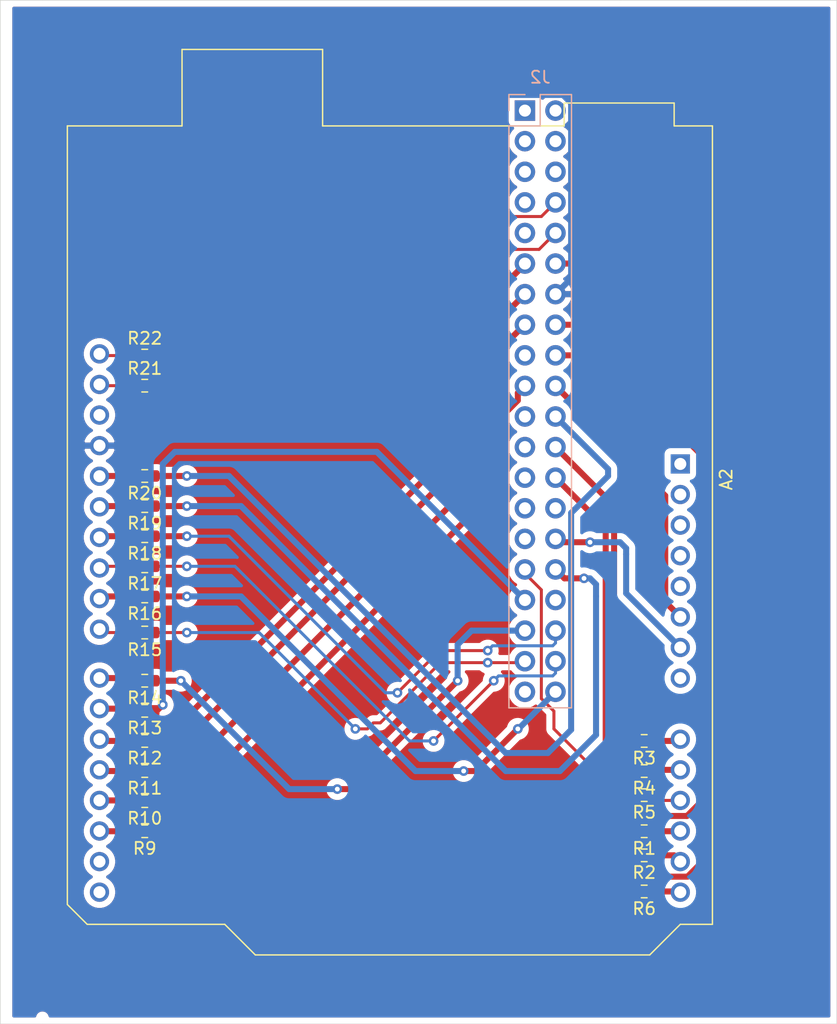
<source format=kicad_pcb>
(kicad_pcb (version 20171130) (host pcbnew "(5.1.9)-1")

  (general
    (thickness 1.6)
    (drawings 14)
    (tracks 237)
    (zones 0)
    (modules 22)
    (nets 70)
  )

  (page A4)
  (layers
    (0 F.Cu signal)
    (31 B.Cu signal)
    (32 B.Adhes user)
    (33 F.Adhes user)
    (34 B.Paste user)
    (35 F.Paste user)
    (36 B.SilkS user)
    (37 F.SilkS user)
    (38 B.Mask user)
    (39 F.Mask user)
    (40 Dwgs.User user hide)
    (41 Cmts.User user)
    (42 Eco1.User user)
    (43 Eco2.User user)
    (44 Edge.Cuts user)
    (45 Margin user)
    (46 B.CrtYd user)
    (47 F.CrtYd user)
    (48 B.Fab user)
    (49 F.Fab user)
  )

  (setup
    (last_trace_width 0.5)
    (user_trace_width 0.5)
    (trace_clearance 0.2)
    (zone_clearance 0.508)
    (zone_45_only no)
    (trace_min 0.2)
    (via_size 0.8)
    (via_drill 0.4)
    (via_min_size 0.4)
    (via_min_drill 0.3)
    (uvia_size 0.3)
    (uvia_drill 0.1)
    (uvias_allowed no)
    (uvia_min_size 0.2)
    (uvia_min_drill 0.1)
    (edge_width 0.05)
    (segment_width 0.2)
    (pcb_text_width 0.3)
    (pcb_text_size 1.5 1.5)
    (mod_edge_width 0.12)
    (mod_text_size 1 1)
    (mod_text_width 0.15)
    (pad_size 1.524 1.524)
    (pad_drill 0.762)
    (pad_to_mask_clearance 0)
    (aux_axis_origin 0 0)
    (visible_elements 7FFFFFFF)
    (pcbplotparams
      (layerselection 0x010fc_ffffffff)
      (usegerberextensions false)
      (usegerberattributes true)
      (usegerberadvancedattributes true)
      (creategerberjobfile true)
      (excludeedgelayer true)
      (linewidth 0.100000)
      (plotframeref false)
      (viasonmask false)
      (mode 1)
      (useauxorigin false)
      (hpglpennumber 1)
      (hpglpenspeed 20)
      (hpglpendiameter 15.000000)
      (psnegative false)
      (psa4output false)
      (plotreference true)
      (plotvalue true)
      (plotinvisibletext false)
      (padsonsilk false)
      (subtractmaskfromsilk false)
      (outputformat 1)
      (mirror false)
      (drillshape 1)
      (scaleselection 1)
      (outputdirectory ""))
  )

  (net 0 "")
  (net 1 "Net-(J2-Pad39)")
  (net 2 "Net-(J2-Pad34)")
  (net 3 "Net-(J2-Pad29)")
  (net 4 "Net-(J2-Pad28)")
  (net 5 "Net-(J2-Pad27)")
  (net 6 "Net-(J2-Pad10)")
  (net 7 "Net-(J2-Pad9)")
  (net 8 "Net-(J2-Pad8)")
  (net 9 "Net-(J2-Pad7)")
  (net 10 "Net-(J2-Pad6)")
  (net 11 "Net-(J2-Pad5)")
  (net 12 "Net-(J2-Pad4)")
  (net 13 "Net-(J2-Pad3)")
  (net 14 "Net-(J2-Pad2)")
  (net 15 "Net-(J2-Pad1)")
  (net 16 /GND)
  (net 17 "Net-(J2-Pad25)")
  (net 18 "Net-(J2-Pad17)")
  (net 19 "Net-(J2-Pad40)")
  (net 20 "Net-(J2-Pad38)")
  (net 21 "Net-(J2-Pad37)")
  (net 22 "Net-(J2-Pad36)")
  (net 23 "Net-(J2-Pad35)")
  (net 24 "Net-(J2-Pad33)")
  (net 25 "Net-(J2-Pad32)")
  (net 26 "Net-(J2-Pad31)")
  (net 27 "Net-(J2-Pad26)")
  (net 28 "Net-(J2-Pad24)")
  (net 29 "Net-(J2-Pad23)")
  (net 30 "Net-(J2-Pad22)")
  (net 31 "Net-(J2-Pad21)")
  (net 32 "Net-(J2-Pad19)")
  (net 33 "Net-(J2-Pad18)")
  (net 34 "Net-(J2-Pad16)")
  (net 35 "Net-(J2-Pad15)")
  (net 36 "Net-(J2-Pad13)")
  (net 37 "Net-(J2-Pad12)")
  (net 38 "Net-(J2-Pad11)")
  (net 39 "Net-(A2-Pad16)")
  (net 40 "Net-(A2-Pad15)")
  (net 41 "Net-(A2-Pad30)")
  (net 42 "Net-(A2-Pad14)")
  (net 43 "Net-(A2-Pad13)")
  (net 44 "Net-(A2-Pad28)")
  (net 45 "Net-(A2-Pad12)")
  (net 46 "Net-(A2-Pad27)")
  (net 47 "Net-(A2-Pad11)")
  (net 48 "Net-(A2-Pad26)")
  (net 49 "Net-(A2-Pad10)")
  (net 50 "Net-(A2-Pad25)")
  (net 51 "Net-(A2-Pad9)")
  (net 52 "Net-(A2-Pad24)")
  (net 53 "Net-(A2-Pad8)")
  (net 54 "Net-(A2-Pad23)")
  (net 55 "Net-(A2-Pad7)")
  (net 56 "Net-(A2-Pad22)")
  (net 57 "Net-(A2-Pad6)")
  (net 58 "Net-(A2-Pad21)")
  (net 59 "Net-(A2-Pad5)")
  (net 60 "Net-(A2-Pad20)")
  (net 61 "Net-(A2-Pad4)")
  (net 62 "Net-(A2-Pad19)")
  (net 63 "Net-(A2-Pad3)")
  (net 64 "Net-(A2-Pad18)")
  (net 65 "Net-(A2-Pad2)")
  (net 66 "Net-(A2-Pad17)")
  (net 67 "Net-(A2-Pad1)")
  (net 68 "Net-(A2-Pad31)")
  (net 69 "Net-(A2-Pad32)")

  (net_class Default "This is the default net class."
    (clearance 0.2)
    (trace_width 0.25)
    (via_dia 0.8)
    (via_drill 0.4)
    (uvia_dia 0.3)
    (uvia_drill 0.1)
    (add_net /GND)
    (add_net "Net-(A2-Pad1)")
    (add_net "Net-(A2-Pad10)")
    (add_net "Net-(A2-Pad11)")
    (add_net "Net-(A2-Pad12)")
    (add_net "Net-(A2-Pad13)")
    (add_net "Net-(A2-Pad14)")
    (add_net "Net-(A2-Pad15)")
    (add_net "Net-(A2-Pad16)")
    (add_net "Net-(A2-Pad17)")
    (add_net "Net-(A2-Pad18)")
    (add_net "Net-(A2-Pad19)")
    (add_net "Net-(A2-Pad2)")
    (add_net "Net-(A2-Pad20)")
    (add_net "Net-(A2-Pad21)")
    (add_net "Net-(A2-Pad22)")
    (add_net "Net-(A2-Pad23)")
    (add_net "Net-(A2-Pad24)")
    (add_net "Net-(A2-Pad25)")
    (add_net "Net-(A2-Pad26)")
    (add_net "Net-(A2-Pad27)")
    (add_net "Net-(A2-Pad28)")
    (add_net "Net-(A2-Pad3)")
    (add_net "Net-(A2-Pad30)")
    (add_net "Net-(A2-Pad31)")
    (add_net "Net-(A2-Pad32)")
    (add_net "Net-(A2-Pad4)")
    (add_net "Net-(A2-Pad5)")
    (add_net "Net-(A2-Pad6)")
    (add_net "Net-(A2-Pad7)")
    (add_net "Net-(A2-Pad8)")
    (add_net "Net-(A2-Pad9)")
    (add_net "Net-(J2-Pad1)")
    (add_net "Net-(J2-Pad10)")
    (add_net "Net-(J2-Pad11)")
    (add_net "Net-(J2-Pad12)")
    (add_net "Net-(J2-Pad13)")
    (add_net "Net-(J2-Pad15)")
    (add_net "Net-(J2-Pad16)")
    (add_net "Net-(J2-Pad17)")
    (add_net "Net-(J2-Pad18)")
    (add_net "Net-(J2-Pad19)")
    (add_net "Net-(J2-Pad2)")
    (add_net "Net-(J2-Pad21)")
    (add_net "Net-(J2-Pad22)")
    (add_net "Net-(J2-Pad23)")
    (add_net "Net-(J2-Pad24)")
    (add_net "Net-(J2-Pad25)")
    (add_net "Net-(J2-Pad26)")
    (add_net "Net-(J2-Pad27)")
    (add_net "Net-(J2-Pad28)")
    (add_net "Net-(J2-Pad29)")
    (add_net "Net-(J2-Pad3)")
    (add_net "Net-(J2-Pad31)")
    (add_net "Net-(J2-Pad32)")
    (add_net "Net-(J2-Pad33)")
    (add_net "Net-(J2-Pad34)")
    (add_net "Net-(J2-Pad35)")
    (add_net "Net-(J2-Pad36)")
    (add_net "Net-(J2-Pad37)")
    (add_net "Net-(J2-Pad38)")
    (add_net "Net-(J2-Pad39)")
    (add_net "Net-(J2-Pad4)")
    (add_net "Net-(J2-Pad40)")
    (add_net "Net-(J2-Pad5)")
    (add_net "Net-(J2-Pad6)")
    (add_net "Net-(J2-Pad7)")
    (add_net "Net-(J2-Pad8)")
    (add_net "Net-(J2-Pad9)")
  )

  (module Resistor_SMD:R_0603_1608Metric (layer F.Cu) (tedit 5F68FEEE) (tstamp 613056CB)
    (at 145 139.5 180)
    (descr "Resistor SMD 0603 (1608 Metric), square (rectangular) end terminal, IPC_7351 nominal, (Body size source: IPC-SM-782 page 72, https://www.pcb-3d.com/wordpress/wp-content/uploads/ipc-sm-782a_amendment_1_and_2.pdf), generated with kicad-footprint-generator")
    (tags resistor)
    (path /613BF817)
    (attr smd)
    (fp_text reference R6 (at 0 -1.43) (layer F.SilkS)
      (effects (font (size 1 1) (thickness 0.15)))
    )
    (fp_text value R (at 0 1.43) (layer F.Fab)
      (effects (font (size 1 1) (thickness 0.15)))
    )
    (fp_line (start 1.48 0.73) (end -1.48 0.73) (layer F.CrtYd) (width 0.05))
    (fp_line (start 1.48 -0.73) (end 1.48 0.73) (layer F.CrtYd) (width 0.05))
    (fp_line (start -1.48 -0.73) (end 1.48 -0.73) (layer F.CrtYd) (width 0.05))
    (fp_line (start -1.48 0.73) (end -1.48 -0.73) (layer F.CrtYd) (width 0.05))
    (fp_line (start -0.237258 0.5225) (end 0.237258 0.5225) (layer F.SilkS) (width 0.12))
    (fp_line (start -0.237258 -0.5225) (end 0.237258 -0.5225) (layer F.SilkS) (width 0.12))
    (fp_line (start 0.8 0.4125) (end -0.8 0.4125) (layer F.Fab) (width 0.1))
    (fp_line (start 0.8 -0.4125) (end 0.8 0.4125) (layer F.Fab) (width 0.1))
    (fp_line (start -0.8 -0.4125) (end 0.8 -0.4125) (layer F.Fab) (width 0.1))
    (fp_line (start -0.8 0.4125) (end -0.8 -0.4125) (layer F.Fab) (width 0.1))
    (fp_text user %R (at 0 0) (layer F.Fab)
      (effects (font (size 0.4 0.4) (thickness 0.06)))
    )
    (pad 2 smd roundrect (at 0.825 0 180) (size 0.8 0.95) (layers F.Cu F.Paste F.Mask) (roundrect_rratio 0.25)
      (net 37 "Net-(J2-Pad12)"))
    (pad 1 smd roundrect (at -0.825 0 180) (size 0.8 0.95) (layers F.Cu F.Paste F.Mask) (roundrect_rratio 0.25)
      (net 42 "Net-(A2-Pad14)"))
    (model ${KISYS3DMOD}/Resistor_SMD.3dshapes/R_0603_1608Metric.wrl
      (at (xyz 0 0 0))
      (scale (xyz 1 1 1))
      (rotate (xyz 0 0 0))
    )
  )

  (module Connector_PinSocket_2.54mm:PinSocket_2x20_P2.54mm_Vertical (layer B.Cu) (tedit 5A19A433) (tstamp 60974BA4)
    (at 135.09 74.66 180)
    (descr "Through hole straight socket strip, 2x20, 2.54mm pitch, double cols (from Kicad 4.0.7), script generated")
    (tags "Through hole socket strip THT 2x20 2.54mm double row")
    (path /60A2F8F0)
    (fp_text reference J2 (at -1.27 2.77) (layer B.SilkS)
      (effects (font (size 1 1) (thickness 0.15)) (justify mirror))
    )
    (fp_text value Conn_02x20_Odd_Even (at -1.27 -51.03) (layer B.Fab)
      (effects (font (size 1 1) (thickness 0.15)) (justify mirror))
    )
    (fp_line (start -4.34 -50) (end -4.34 1.8) (layer B.CrtYd) (width 0.05))
    (fp_line (start 1.76 -50) (end -4.34 -50) (layer B.CrtYd) (width 0.05))
    (fp_line (start 1.76 1.8) (end 1.76 -50) (layer B.CrtYd) (width 0.05))
    (fp_line (start -4.34 1.8) (end 1.76 1.8) (layer B.CrtYd) (width 0.05))
    (fp_line (start 0 1.33) (end 1.33 1.33) (layer B.SilkS) (width 0.12))
    (fp_line (start 1.33 1.33) (end 1.33 0) (layer B.SilkS) (width 0.12))
    (fp_line (start -1.27 1.33) (end -1.27 -1.27) (layer B.SilkS) (width 0.12))
    (fp_line (start -1.27 -1.27) (end 1.33 -1.27) (layer B.SilkS) (width 0.12))
    (fp_line (start 1.33 -1.27) (end 1.33 -49.59) (layer B.SilkS) (width 0.12))
    (fp_line (start -3.87 -49.59) (end 1.33 -49.59) (layer B.SilkS) (width 0.12))
    (fp_line (start -3.87 1.33) (end -3.87 -49.59) (layer B.SilkS) (width 0.12))
    (fp_line (start -3.87 1.33) (end -1.27 1.33) (layer B.SilkS) (width 0.12))
    (fp_line (start -3.81 -49.53) (end -3.81 1.27) (layer B.Fab) (width 0.1))
    (fp_line (start 1.27 -49.53) (end -3.81 -49.53) (layer B.Fab) (width 0.1))
    (fp_line (start 1.27 0.27) (end 1.27 -49.53) (layer B.Fab) (width 0.1))
    (fp_line (start 0.27 1.27) (end 1.27 0.27) (layer B.Fab) (width 0.1))
    (fp_line (start -3.81 1.27) (end 0.27 1.27) (layer B.Fab) (width 0.1))
    (fp_text user %R (at -1.27 -24.13 270) (layer B.Fab)
      (effects (font (size 1 1) (thickness 0.15)) (justify mirror))
    )
    (pad 40 thru_hole oval (at -2.54 -48.26 180) (size 1.7 1.7) (drill 1) (layers *.Cu *.Mask)
      (net 19 "Net-(J2-Pad40)"))
    (pad 39 thru_hole oval (at 0 -48.26 180) (size 1.7 1.7) (drill 1) (layers *.Cu *.Mask)
      (net 1 "Net-(J2-Pad39)"))
    (pad 38 thru_hole oval (at -2.54 -45.72 180) (size 1.7 1.7) (drill 1) (layers *.Cu *.Mask)
      (net 20 "Net-(J2-Pad38)"))
    (pad 37 thru_hole oval (at 0 -45.72 180) (size 1.7 1.7) (drill 1) (layers *.Cu *.Mask)
      (net 21 "Net-(J2-Pad37)"))
    (pad 36 thru_hole oval (at -2.54 -43.18 180) (size 1.7 1.7) (drill 1) (layers *.Cu *.Mask)
      (net 22 "Net-(J2-Pad36)"))
    (pad 35 thru_hole oval (at 0 -43.18 180) (size 1.7 1.7) (drill 1) (layers *.Cu *.Mask)
      (net 23 "Net-(J2-Pad35)"))
    (pad 34 thru_hole oval (at -2.54 -40.64 180) (size 1.7 1.7) (drill 1) (layers *.Cu *.Mask)
      (net 2 "Net-(J2-Pad34)"))
    (pad 33 thru_hole oval (at 0 -40.64 180) (size 1.7 1.7) (drill 1) (layers *.Cu *.Mask)
      (net 24 "Net-(J2-Pad33)"))
    (pad 32 thru_hole oval (at -2.54 -38.1 180) (size 1.7 1.7) (drill 1) (layers *.Cu *.Mask)
      (net 25 "Net-(J2-Pad32)"))
    (pad 31 thru_hole oval (at 0 -38.1 180) (size 1.7 1.7) (drill 1) (layers *.Cu *.Mask)
      (net 26 "Net-(J2-Pad31)"))
    (pad 30 thru_hole oval (at -2.54 -35.56 180) (size 1.7 1.7) (drill 1) (layers *.Cu *.Mask)
      (net 55 "Net-(A2-Pad7)"))
    (pad 29 thru_hole oval (at 0 -35.56 180) (size 1.7 1.7) (drill 1) (layers *.Cu *.Mask)
      (net 3 "Net-(J2-Pad29)"))
    (pad 28 thru_hole oval (at -2.54 -33.02 180) (size 1.7 1.7) (drill 1) (layers *.Cu *.Mask)
      (net 4 "Net-(J2-Pad28)"))
    (pad 27 thru_hole oval (at 0 -33.02 180) (size 1.7 1.7) (drill 1) (layers *.Cu *.Mask)
      (net 5 "Net-(J2-Pad27)"))
    (pad 26 thru_hole oval (at -2.54 -30.48 180) (size 1.7 1.7) (drill 1) (layers *.Cu *.Mask)
      (net 27 "Net-(J2-Pad26)"))
    (pad 25 thru_hole oval (at 0 -30.48 180) (size 1.7 1.7) (drill 1) (layers *.Cu *.Mask)
      (net 17 "Net-(J2-Pad25)"))
    (pad 24 thru_hole oval (at -2.54 -27.94 180) (size 1.7 1.7) (drill 1) (layers *.Cu *.Mask)
      (net 28 "Net-(J2-Pad24)"))
    (pad 23 thru_hole oval (at 0 -27.94 180) (size 1.7 1.7) (drill 1) (layers *.Cu *.Mask)
      (net 29 "Net-(J2-Pad23)"))
    (pad 22 thru_hole oval (at -2.54 -25.4 180) (size 1.7 1.7) (drill 1) (layers *.Cu *.Mask)
      (net 30 "Net-(J2-Pad22)"))
    (pad 21 thru_hole oval (at 0 -25.4 180) (size 1.7 1.7) (drill 1) (layers *.Cu *.Mask)
      (net 31 "Net-(J2-Pad21)"))
    (pad 20 thru_hole oval (at -2.54 -22.86 180) (size 1.7 1.7) (drill 1) (layers *.Cu *.Mask)
      (net 57 "Net-(A2-Pad6)"))
    (pad 19 thru_hole oval (at 0 -22.86 180) (size 1.7 1.7) (drill 1) (layers *.Cu *.Mask)
      (net 32 "Net-(J2-Pad19)"))
    (pad 18 thru_hole oval (at -2.54 -20.32 180) (size 1.7 1.7) (drill 1) (layers *.Cu *.Mask)
      (net 33 "Net-(J2-Pad18)"))
    (pad 17 thru_hole oval (at 0 -20.32 180) (size 1.7 1.7) (drill 1) (layers *.Cu *.Mask)
      (net 18 "Net-(J2-Pad17)"))
    (pad 16 thru_hole oval (at -2.54 -17.78 180) (size 1.7 1.7) (drill 1) (layers *.Cu *.Mask)
      (net 34 "Net-(J2-Pad16)"))
    (pad 15 thru_hole oval (at 0 -17.78 180) (size 1.7 1.7) (drill 1) (layers *.Cu *.Mask)
      (net 35 "Net-(J2-Pad15)"))
    (pad 14 thru_hole oval (at -2.54 -15.24 180) (size 1.7 1.7) (drill 1) (layers *.Cu *.Mask)
      (net 16 /GND))
    (pad 13 thru_hole oval (at 0 -15.24 180) (size 1.7 1.7) (drill 1) (layers *.Cu *.Mask)
      (net 36 "Net-(J2-Pad13)"))
    (pad 12 thru_hole oval (at -2.54 -12.7 180) (size 1.7 1.7) (drill 1) (layers *.Cu *.Mask)
      (net 37 "Net-(J2-Pad12)"))
    (pad 11 thru_hole oval (at 0 -12.7 180) (size 1.7 1.7) (drill 1) (layers *.Cu *.Mask)
      (net 38 "Net-(J2-Pad11)"))
    (pad 10 thru_hole oval (at -2.54 -10.16 180) (size 1.7 1.7) (drill 1) (layers *.Cu *.Mask)
      (net 6 "Net-(J2-Pad10)"))
    (pad 9 thru_hole oval (at 0 -10.16 180) (size 1.7 1.7) (drill 1) (layers *.Cu *.Mask)
      (net 7 "Net-(J2-Pad9)"))
    (pad 8 thru_hole oval (at -2.54 -7.62 180) (size 1.7 1.7) (drill 1) (layers *.Cu *.Mask)
      (net 8 "Net-(J2-Pad8)"))
    (pad 7 thru_hole oval (at 0 -7.62 180) (size 1.7 1.7) (drill 1) (layers *.Cu *.Mask)
      (net 9 "Net-(J2-Pad7)"))
    (pad 6 thru_hole oval (at -2.54 -5.08 180) (size 1.7 1.7) (drill 1) (layers *.Cu *.Mask)
      (net 10 "Net-(J2-Pad6)"))
    (pad 5 thru_hole oval (at 0 -5.08 180) (size 1.7 1.7) (drill 1) (layers *.Cu *.Mask)
      (net 11 "Net-(J2-Pad5)"))
    (pad 4 thru_hole oval (at -2.54 -2.54 180) (size 1.7 1.7) (drill 1) (layers *.Cu *.Mask)
      (net 12 "Net-(J2-Pad4)"))
    (pad 3 thru_hole oval (at 0 -2.54 180) (size 1.7 1.7) (drill 1) (layers *.Cu *.Mask)
      (net 13 "Net-(J2-Pad3)"))
    (pad 2 thru_hole oval (at -2.54 0 180) (size 1.7 1.7) (drill 1) (layers *.Cu *.Mask)
      (net 14 "Net-(J2-Pad2)"))
    (pad 1 thru_hole rect (at 0 0 180) (size 1.7 1.7) (drill 1) (layers *.Cu *.Mask)
      (net 15 "Net-(J2-Pad1)"))
    (model ${KISYS3DMOD}/Connector_PinSocket_2.54mm.3dshapes/PinSocket_2x20_P2.54mm_Vertical.wrl
      (at (xyz 0 0 0))
      (scale (xyz 1 1 1))
      (rotate (xyz 0 0 0))
    )
  )

  (module Resistor_SMD:R_0603_1608Metric (layer F.Cu) (tedit 5F68FEEE) (tstamp 61303061)
    (at 103.5 127 180)
    (descr "Resistor SMD 0603 (1608 Metric), square (rectangular) end terminal, IPC_7351 nominal, (Body size source: IPC-SM-782 page 72, https://www.pcb-3d.com/wordpress/wp-content/uploads/ipc-sm-782a_amendment_1_and_2.pdf), generated with kicad-footprint-generator")
    (tags resistor)
    (path /61345E32)
    (attr smd)
    (fp_text reference R12 (at 0 -1.43) (layer F.SilkS)
      (effects (font (size 1 1) (thickness 0.15)))
    )
    (fp_text value R (at 0 1.43) (layer F.Fab)
      (effects (font (size 1 1) (thickness 0.15)))
    )
    (fp_line (start 1.48 0.73) (end -1.48 0.73) (layer F.CrtYd) (width 0.05))
    (fp_line (start 1.48 -0.73) (end 1.48 0.73) (layer F.CrtYd) (width 0.05))
    (fp_line (start -1.48 -0.73) (end 1.48 -0.73) (layer F.CrtYd) (width 0.05))
    (fp_line (start -1.48 0.73) (end -1.48 -0.73) (layer F.CrtYd) (width 0.05))
    (fp_line (start -0.237258 0.5225) (end 0.237258 0.5225) (layer F.SilkS) (width 0.12))
    (fp_line (start -0.237258 -0.5225) (end 0.237258 -0.5225) (layer F.SilkS) (width 0.12))
    (fp_line (start 0.8 0.4125) (end -0.8 0.4125) (layer F.Fab) (width 0.1))
    (fp_line (start 0.8 -0.4125) (end 0.8 0.4125) (layer F.Fab) (width 0.1))
    (fp_line (start -0.8 -0.4125) (end 0.8 -0.4125) (layer F.Fab) (width 0.1))
    (fp_line (start -0.8 0.4125) (end -0.8 -0.4125) (layer F.Fab) (width 0.1))
    (fp_text user %R (at 0 0) (layer F.Fab)
      (effects (font (size 0.4 0.4) (thickness 0.06)))
    )
    (pad 2 smd roundrect (at 0.825 0 180) (size 0.8 0.95) (layers F.Cu F.Paste F.Mask) (roundrect_rratio 0.25)
      (net 60 "Net-(A2-Pad20)"))
    (pad 1 smd roundrect (at -0.825 0 180) (size 0.8 0.95) (layers F.Cu F.Paste F.Mask) (roundrect_rratio 0.25)
      (net 38 "Net-(J2-Pad11)"))
    (model ${KISYS3DMOD}/Resistor_SMD.3dshapes/R_0603_1608Metric.wrl
      (at (xyz 0 0 0))
      (scale (xyz 1 1 1))
      (rotate (xyz 0 0 0))
    )
  )

  (module Resistor_SMD:R_0603_1608Metric (layer F.Cu) (tedit 5F68FEEE) (tstamp 61303072)
    (at 103.5 124.5 180)
    (descr "Resistor SMD 0603 (1608 Metric), square (rectangular) end terminal, IPC_7351 nominal, (Body size source: IPC-SM-782 page 72, https://www.pcb-3d.com/wordpress/wp-content/uploads/ipc-sm-782a_amendment_1_and_2.pdf), generated with kicad-footprint-generator")
    (tags resistor)
    (path /61347A25)
    (attr smd)
    (fp_text reference R13 (at 0 -1.43) (layer F.SilkS)
      (effects (font (size 1 1) (thickness 0.15)))
    )
    (fp_text value R (at 0 1.43) (layer F.Fab)
      (effects (font (size 1 1) (thickness 0.15)))
    )
    (fp_line (start 1.48 0.73) (end -1.48 0.73) (layer F.CrtYd) (width 0.05))
    (fp_line (start 1.48 -0.73) (end 1.48 0.73) (layer F.CrtYd) (width 0.05))
    (fp_line (start -1.48 -0.73) (end 1.48 -0.73) (layer F.CrtYd) (width 0.05))
    (fp_line (start -1.48 0.73) (end -1.48 -0.73) (layer F.CrtYd) (width 0.05))
    (fp_line (start -0.237258 0.5225) (end 0.237258 0.5225) (layer F.SilkS) (width 0.12))
    (fp_line (start -0.237258 -0.5225) (end 0.237258 -0.5225) (layer F.SilkS) (width 0.12))
    (fp_line (start 0.8 0.4125) (end -0.8 0.4125) (layer F.Fab) (width 0.1))
    (fp_line (start 0.8 -0.4125) (end 0.8 0.4125) (layer F.Fab) (width 0.1))
    (fp_line (start -0.8 -0.4125) (end 0.8 -0.4125) (layer F.Fab) (width 0.1))
    (fp_line (start -0.8 0.4125) (end -0.8 -0.4125) (layer F.Fab) (width 0.1))
    (fp_text user %R (at 0 0) (layer F.Fab)
      (effects (font (size 0.4 0.4) (thickness 0.06)))
    )
    (pad 2 smd roundrect (at 0.825 0 180) (size 0.8 0.95) (layers F.Cu F.Paste F.Mask) (roundrect_rratio 0.25)
      (net 58 "Net-(A2-Pad21)"))
    (pad 1 smd roundrect (at -0.825 0 180) (size 0.8 0.95) (layers F.Cu F.Paste F.Mask) (roundrect_rratio 0.25)
      (net 24 "Net-(J2-Pad33)"))
    (model ${KISYS3DMOD}/Resistor_SMD.3dshapes/R_0603_1608Metric.wrl
      (at (xyz 0 0 0))
      (scale (xyz 1 1 1))
      (rotate (xyz 0 0 0))
    )
  )

  (module Resistor_SMD:R_0603_1608Metric (layer F.Cu) (tedit 5F68FEEE) (tstamp 61302FC8)
    (at 145 127 180)
    (descr "Resistor SMD 0603 (1608 Metric), square (rectangular) end terminal, IPC_7351 nominal, (Body size source: IPC-SM-782 page 72, https://www.pcb-3d.com/wordpress/wp-content/uploads/ipc-sm-782a_amendment_1_and_2.pdf), generated with kicad-footprint-generator")
    (tags resistor)
    (path /6139D626)
    (attr smd)
    (fp_text reference R3 (at 0 -1.43) (layer F.SilkS)
      (effects (font (size 1 1) (thickness 0.15)))
    )
    (fp_text value R (at 0 1.43) (layer F.Fab)
      (effects (font (size 1 1) (thickness 0.15)))
    )
    (fp_line (start 1.48 0.73) (end -1.48 0.73) (layer F.CrtYd) (width 0.05))
    (fp_line (start 1.48 -0.73) (end 1.48 0.73) (layer F.CrtYd) (width 0.05))
    (fp_line (start -1.48 -0.73) (end 1.48 -0.73) (layer F.CrtYd) (width 0.05))
    (fp_line (start -1.48 0.73) (end -1.48 -0.73) (layer F.CrtYd) (width 0.05))
    (fp_line (start -0.237258 0.5225) (end 0.237258 0.5225) (layer F.SilkS) (width 0.12))
    (fp_line (start -0.237258 -0.5225) (end 0.237258 -0.5225) (layer F.SilkS) (width 0.12))
    (fp_line (start 0.8 0.4125) (end -0.8 0.4125) (layer F.Fab) (width 0.1))
    (fp_line (start 0.8 -0.4125) (end 0.8 0.4125) (layer F.Fab) (width 0.1))
    (fp_line (start -0.8 -0.4125) (end 0.8 -0.4125) (layer F.Fab) (width 0.1))
    (fp_line (start -0.8 0.4125) (end -0.8 -0.4125) (layer F.Fab) (width 0.1))
    (fp_text user %R (at 0 0) (layer F.Fab)
      (effects (font (size 0.4 0.4) (thickness 0.06)))
    )
    (pad 2 smd roundrect (at 0.825 0 180) (size 0.8 0.95) (layers F.Cu F.Paste F.Mask) (roundrect_rratio 0.25)
      (net 28 "Net-(J2-Pad24)"))
    (pad 1 smd roundrect (at -0.825 0 180) (size 0.8 0.95) (layers F.Cu F.Paste F.Mask) (roundrect_rratio 0.25)
      (net 51 "Net-(A2-Pad9)"))
    (model ${KISYS3DMOD}/Resistor_SMD.3dshapes/R_0603_1608Metric.wrl
      (at (xyz 0 0 0))
      (scale (xyz 1 1 1))
      (rotate (xyz 0 0 0))
    )
  )

  (module Resistor_SMD:R_0603_1608Metric (layer F.Cu) (tedit 5F68FEEE) (tstamp 61302FD9)
    (at 145 129.5 180)
    (descr "Resistor SMD 0603 (1608 Metric), square (rectangular) end terminal, IPC_7351 nominal, (Body size source: IPC-SM-782 page 72, https://www.pcb-3d.com/wordpress/wp-content/uploads/ipc-sm-782a_amendment_1_and_2.pdf), generated with kicad-footprint-generator")
    (tags resistor)
    (path /613A081A)
    (attr smd)
    (fp_text reference R4 (at 0 -1.43) (layer F.SilkS)
      (effects (font (size 1 1) (thickness 0.15)))
    )
    (fp_text value R (at 0 1.43) (layer F.Fab)
      (effects (font (size 1 1) (thickness 0.15)))
    )
    (fp_line (start 1.48 0.73) (end -1.48 0.73) (layer F.CrtYd) (width 0.05))
    (fp_line (start 1.48 -0.73) (end 1.48 0.73) (layer F.CrtYd) (width 0.05))
    (fp_line (start -1.48 -0.73) (end 1.48 -0.73) (layer F.CrtYd) (width 0.05))
    (fp_line (start -1.48 0.73) (end -1.48 -0.73) (layer F.CrtYd) (width 0.05))
    (fp_line (start -0.237258 0.5225) (end 0.237258 0.5225) (layer F.SilkS) (width 0.12))
    (fp_line (start -0.237258 -0.5225) (end 0.237258 -0.5225) (layer F.SilkS) (width 0.12))
    (fp_line (start 0.8 0.4125) (end -0.8 0.4125) (layer F.Fab) (width 0.1))
    (fp_line (start 0.8 -0.4125) (end 0.8 0.4125) (layer F.Fab) (width 0.1))
    (fp_line (start -0.8 -0.4125) (end 0.8 -0.4125) (layer F.Fab) (width 0.1))
    (fp_line (start -0.8 0.4125) (end -0.8 -0.4125) (layer F.Fab) (width 0.1))
    (fp_text user %R (at 0 0) (layer F.Fab)
      (effects (font (size 0.4 0.4) (thickness 0.06)))
    )
    (pad 2 smd roundrect (at 0.825 0 180) (size 0.8 0.95) (layers F.Cu F.Paste F.Mask) (roundrect_rratio 0.25)
      (net 27 "Net-(J2-Pad26)"))
    (pad 1 smd roundrect (at -0.825 0 180) (size 0.8 0.95) (layers F.Cu F.Paste F.Mask) (roundrect_rratio 0.25)
      (net 49 "Net-(A2-Pad10)"))
    (model ${KISYS3DMOD}/Resistor_SMD.3dshapes/R_0603_1608Metric.wrl
      (at (xyz 0 0 0))
      (scale (xyz 1 1 1))
      (rotate (xyz 0 0 0))
    )
  )

  (module Resistor_SMD:R_0603_1608Metric (layer F.Cu) (tedit 5F68FEEE) (tstamp 61303050)
    (at 103.5 129.5 180)
    (descr "Resistor SMD 0603 (1608 Metric), square (rectangular) end terminal, IPC_7351 nominal, (Body size source: IPC-SM-782 page 72, https://www.pcb-3d.com/wordpress/wp-content/uploads/ipc-sm-782a_amendment_1_and_2.pdf), generated with kicad-footprint-generator")
    (tags resistor)
    (path /6134427E)
    (attr smd)
    (fp_text reference R11 (at 0 -1.43) (layer F.SilkS)
      (effects (font (size 1 1) (thickness 0.15)))
    )
    (fp_text value R (at 0 1.43) (layer F.Fab)
      (effects (font (size 1 1) (thickness 0.15)))
    )
    (fp_line (start 1.48 0.73) (end -1.48 0.73) (layer F.CrtYd) (width 0.05))
    (fp_line (start 1.48 -0.73) (end 1.48 0.73) (layer F.CrtYd) (width 0.05))
    (fp_line (start -1.48 -0.73) (end 1.48 -0.73) (layer F.CrtYd) (width 0.05))
    (fp_line (start -1.48 0.73) (end -1.48 -0.73) (layer F.CrtYd) (width 0.05))
    (fp_line (start -0.237258 0.5225) (end 0.237258 0.5225) (layer F.SilkS) (width 0.12))
    (fp_line (start -0.237258 -0.5225) (end 0.237258 -0.5225) (layer F.SilkS) (width 0.12))
    (fp_line (start 0.8 0.4125) (end -0.8 0.4125) (layer F.Fab) (width 0.1))
    (fp_line (start 0.8 -0.4125) (end 0.8 0.4125) (layer F.Fab) (width 0.1))
    (fp_line (start -0.8 -0.4125) (end 0.8 -0.4125) (layer F.Fab) (width 0.1))
    (fp_line (start -0.8 0.4125) (end -0.8 -0.4125) (layer F.Fab) (width 0.1))
    (fp_text user %R (at 0 0) (layer F.Fab)
      (effects (font (size 0.4 0.4) (thickness 0.06)))
    )
    (pad 2 smd roundrect (at 0.825 0 180) (size 0.8 0.95) (layers F.Cu F.Paste F.Mask) (roundrect_rratio 0.25)
      (net 62 "Net-(A2-Pad19)"))
    (pad 1 smd roundrect (at -0.825 0 180) (size 0.8 0.95) (layers F.Cu F.Paste F.Mask) (roundrect_rratio 0.25)
      (net 36 "Net-(J2-Pad13)"))
    (model ${KISYS3DMOD}/Resistor_SMD.3dshapes/R_0603_1608Metric.wrl
      (at (xyz 0 0 0))
      (scale (xyz 1 1 1))
      (rotate (xyz 0 0 0))
    )
  )

  (module Resistor_SMD:R_0603_1608Metric (layer F.Cu) (tedit 5F68FEEE) (tstamp 6130303F)
    (at 103.5 132 180)
    (descr "Resistor SMD 0603 (1608 Metric), square (rectangular) end terminal, IPC_7351 nominal, (Body size source: IPC-SM-782 page 72, https://www.pcb-3d.com/wordpress/wp-content/uploads/ipc-sm-782a_amendment_1_and_2.pdf), generated with kicad-footprint-generator")
    (tags resistor)
    (path /61342778)
    (attr smd)
    (fp_text reference R10 (at 0 -1.43) (layer F.SilkS)
      (effects (font (size 1 1) (thickness 0.15)))
    )
    (fp_text value R (at 0 1.43) (layer F.Fab)
      (effects (font (size 1 1) (thickness 0.15)))
    )
    (fp_line (start 1.48 0.73) (end -1.48 0.73) (layer F.CrtYd) (width 0.05))
    (fp_line (start 1.48 -0.73) (end 1.48 0.73) (layer F.CrtYd) (width 0.05))
    (fp_line (start -1.48 -0.73) (end 1.48 -0.73) (layer F.CrtYd) (width 0.05))
    (fp_line (start -1.48 0.73) (end -1.48 -0.73) (layer F.CrtYd) (width 0.05))
    (fp_line (start -0.237258 0.5225) (end 0.237258 0.5225) (layer F.SilkS) (width 0.12))
    (fp_line (start -0.237258 -0.5225) (end 0.237258 -0.5225) (layer F.SilkS) (width 0.12))
    (fp_line (start 0.8 0.4125) (end -0.8 0.4125) (layer F.Fab) (width 0.1))
    (fp_line (start 0.8 -0.4125) (end 0.8 0.4125) (layer F.Fab) (width 0.1))
    (fp_line (start -0.8 -0.4125) (end 0.8 -0.4125) (layer F.Fab) (width 0.1))
    (fp_line (start -0.8 0.4125) (end -0.8 -0.4125) (layer F.Fab) (width 0.1))
    (fp_text user %R (at 0 0) (layer F.Fab)
      (effects (font (size 0.4 0.4) (thickness 0.06)))
    )
    (pad 2 smd roundrect (at 0.825 0 180) (size 0.8 0.95) (layers F.Cu F.Paste F.Mask) (roundrect_rratio 0.25)
      (net 64 "Net-(A2-Pad18)"))
    (pad 1 smd roundrect (at -0.825 0 180) (size 0.8 0.95) (layers F.Cu F.Paste F.Mask) (roundrect_rratio 0.25)
      (net 35 "Net-(J2-Pad15)"))
    (model ${KISYS3DMOD}/Resistor_SMD.3dshapes/R_0603_1608Metric.wrl
      (at (xyz 0 0 0))
      (scale (xyz 1 1 1))
      (rotate (xyz 0 0 0))
    )
  )

  (module Resistor_SMD:R_0603_1608Metric (layer F.Cu) (tedit 5F68FEEE) (tstamp 61302FA6)
    (at 145 134.5 180)
    (descr "Resistor SMD 0603 (1608 Metric), square (rectangular) end terminal, IPC_7351 nominal, (Body size source: IPC-SM-782 page 72, https://www.pcb-3d.com/wordpress/wp-content/uploads/ipc-sm-782a_amendment_1_and_2.pdf), generated with kicad-footprint-generator")
    (tags resistor)
    (path /613B4F3E)
    (attr smd)
    (fp_text reference R1 (at 0 -1.43) (layer F.SilkS)
      (effects (font (size 1 1) (thickness 0.15)))
    )
    (fp_text value R (at 0 1.43) (layer F.Fab)
      (effects (font (size 1 1) (thickness 0.15)))
    )
    (fp_line (start 1.48 0.73) (end -1.48 0.73) (layer F.CrtYd) (width 0.05))
    (fp_line (start 1.48 -0.73) (end 1.48 0.73) (layer F.CrtYd) (width 0.05))
    (fp_line (start -1.48 -0.73) (end 1.48 -0.73) (layer F.CrtYd) (width 0.05))
    (fp_line (start -1.48 0.73) (end -1.48 -0.73) (layer F.CrtYd) (width 0.05))
    (fp_line (start -0.237258 0.5225) (end 0.237258 0.5225) (layer F.SilkS) (width 0.12))
    (fp_line (start -0.237258 -0.5225) (end 0.237258 -0.5225) (layer F.SilkS) (width 0.12))
    (fp_line (start 0.8 0.4125) (end -0.8 0.4125) (layer F.Fab) (width 0.1))
    (fp_line (start 0.8 -0.4125) (end 0.8 0.4125) (layer F.Fab) (width 0.1))
    (fp_line (start -0.8 -0.4125) (end 0.8 -0.4125) (layer F.Fab) (width 0.1))
    (fp_line (start -0.8 0.4125) (end -0.8 -0.4125) (layer F.Fab) (width 0.1))
    (fp_text user %R (at 0 0) (layer F.Fab)
      (effects (font (size 0.4 0.4) (thickness 0.06)))
    )
    (pad 2 smd roundrect (at 0.825 0 180) (size 0.8 0.95) (layers F.Cu F.Paste F.Mask) (roundrect_rratio 0.25)
      (net 33 "Net-(J2-Pad18)"))
    (pad 1 smd roundrect (at -0.825 0 180) (size 0.8 0.95) (layers F.Cu F.Paste F.Mask) (roundrect_rratio 0.25)
      (net 45 "Net-(A2-Pad12)"))
    (model ${KISYS3DMOD}/Resistor_SMD.3dshapes/R_0603_1608Metric.wrl
      (at (xyz 0 0 0))
      (scale (xyz 1 1 1))
      (rotate (xyz 0 0 0))
    )
  )

  (module Resistor_SMD:R_0603_1608Metric (layer F.Cu) (tedit 5F68FEEE) (tstamp 61302FB7)
    (at 145 136.5 180)
    (descr "Resistor SMD 0603 (1608 Metric), square (rectangular) end terminal, IPC_7351 nominal, (Body size source: IPC-SM-782 page 72, https://www.pcb-3d.com/wordpress/wp-content/uploads/ipc-sm-782a_amendment_1_and_2.pdf), generated with kicad-footprint-generator")
    (tags resistor)
    (path /613BC1FB)
    (attr smd)
    (fp_text reference R2 (at 0 -1.43) (layer F.SilkS)
      (effects (font (size 1 1) (thickness 0.15)))
    )
    (fp_text value R (at 0 1.43) (layer F.Fab)
      (effects (font (size 1 1) (thickness 0.15)))
    )
    (fp_line (start 1.48 0.73) (end -1.48 0.73) (layer F.CrtYd) (width 0.05))
    (fp_line (start 1.48 -0.73) (end 1.48 0.73) (layer F.CrtYd) (width 0.05))
    (fp_line (start -1.48 -0.73) (end 1.48 -0.73) (layer F.CrtYd) (width 0.05))
    (fp_line (start -1.48 0.73) (end -1.48 -0.73) (layer F.CrtYd) (width 0.05))
    (fp_line (start -0.237258 0.5225) (end 0.237258 0.5225) (layer F.SilkS) (width 0.12))
    (fp_line (start -0.237258 -0.5225) (end 0.237258 -0.5225) (layer F.SilkS) (width 0.12))
    (fp_line (start 0.8 0.4125) (end -0.8 0.4125) (layer F.Fab) (width 0.1))
    (fp_line (start 0.8 -0.4125) (end 0.8 0.4125) (layer F.Fab) (width 0.1))
    (fp_line (start -0.8 -0.4125) (end 0.8 -0.4125) (layer F.Fab) (width 0.1))
    (fp_line (start -0.8 0.4125) (end -0.8 -0.4125) (layer F.Fab) (width 0.1))
    (fp_text user %R (at 0 0) (layer F.Fab)
      (effects (font (size 0.4 0.4) (thickness 0.06)))
    )
    (pad 2 smd roundrect (at 0.825 0 180) (size 0.8 0.95) (layers F.Cu F.Paste F.Mask) (roundrect_rratio 0.25)
      (net 34 "Net-(J2-Pad16)"))
    (pad 1 smd roundrect (at -0.825 0 180) (size 0.8 0.95) (layers F.Cu F.Paste F.Mask) (roundrect_rratio 0.25)
      (net 43 "Net-(A2-Pad13)"))
    (model ${KISYS3DMOD}/Resistor_SMD.3dshapes/R_0603_1608Metric.wrl
      (at (xyz 0 0 0))
      (scale (xyz 1 1 1))
      (rotate (xyz 0 0 0))
    )
  )

  (module Resistor_SMD:R_0603_1608Metric (layer F.Cu) (tedit 5F68FEEE) (tstamp 61303094)
    (at 103.5 118 180)
    (descr "Resistor SMD 0603 (1608 Metric), square (rectangular) end terminal, IPC_7351 nominal, (Body size source: IPC-SM-782 page 72, https://www.pcb-3d.com/wordpress/wp-content/uploads/ipc-sm-782a_amendment_1_and_2.pdf), generated with kicad-footprint-generator")
    (tags resistor)
    (path /6134B15F)
    (attr smd)
    (fp_text reference R15 (at 0 -1.43) (layer F.SilkS)
      (effects (font (size 1 1) (thickness 0.15)))
    )
    (fp_text value R (at 0 1.43) (layer F.Fab)
      (effects (font (size 1 1) (thickness 0.15)))
    )
    (fp_line (start 1.48 0.73) (end -1.48 0.73) (layer F.CrtYd) (width 0.05))
    (fp_line (start 1.48 -0.73) (end 1.48 0.73) (layer F.CrtYd) (width 0.05))
    (fp_line (start -1.48 -0.73) (end 1.48 -0.73) (layer F.CrtYd) (width 0.05))
    (fp_line (start -1.48 0.73) (end -1.48 -0.73) (layer F.CrtYd) (width 0.05))
    (fp_line (start -0.237258 0.5225) (end 0.237258 0.5225) (layer F.SilkS) (width 0.12))
    (fp_line (start -0.237258 -0.5225) (end 0.237258 -0.5225) (layer F.SilkS) (width 0.12))
    (fp_line (start 0.8 0.4125) (end -0.8 0.4125) (layer F.Fab) (width 0.1))
    (fp_line (start 0.8 -0.4125) (end 0.8 0.4125) (layer F.Fab) (width 0.1))
    (fp_line (start -0.8 -0.4125) (end 0.8 -0.4125) (layer F.Fab) (width 0.1))
    (fp_line (start -0.8 0.4125) (end -0.8 -0.4125) (layer F.Fab) (width 0.1))
    (fp_text user %R (at 0 0) (layer F.Fab)
      (effects (font (size 0.4 0.4) (thickness 0.06)))
    )
    (pad 2 smd roundrect (at 0.825 0 180) (size 0.8 0.95) (layers F.Cu F.Paste F.Mask) (roundrect_rratio 0.25)
      (net 54 "Net-(A2-Pad23)"))
    (pad 1 smd roundrect (at -0.825 0 180) (size 0.8 0.95) (layers F.Cu F.Paste F.Mask) (roundrect_rratio 0.25)
      (net 21 "Net-(J2-Pad37)"))
    (model ${KISYS3DMOD}/Resistor_SMD.3dshapes/R_0603_1608Metric.wrl
      (at (xyz 0 0 0))
      (scale (xyz 1 1 1))
      (rotate (xyz 0 0 0))
    )
  )

  (module Resistor_SMD:R_0603_1608Metric (layer F.Cu) (tedit 5F68FEEE) (tstamp 613030E9)
    (at 103.5 105 180)
    (descr "Resistor SMD 0603 (1608 Metric), square (rectangular) end terminal, IPC_7351 nominal, (Body size source: IPC-SM-782 page 72, https://www.pcb-3d.com/wordpress/wp-content/uploads/ipc-sm-782a_amendment_1_and_2.pdf), generated with kicad-footprint-generator")
    (tags resistor)
    (path /613539C7)
    (attr smd)
    (fp_text reference R20 (at 0 -1.43) (layer F.SilkS)
      (effects (font (size 1 1) (thickness 0.15)))
    )
    (fp_text value R (at 0 1.43) (layer F.Fab)
      (effects (font (size 1 1) (thickness 0.15)))
    )
    (fp_line (start 1.48 0.73) (end -1.48 0.73) (layer F.CrtYd) (width 0.05))
    (fp_line (start 1.48 -0.73) (end 1.48 0.73) (layer F.CrtYd) (width 0.05))
    (fp_line (start -1.48 -0.73) (end 1.48 -0.73) (layer F.CrtYd) (width 0.05))
    (fp_line (start -1.48 0.73) (end -1.48 -0.73) (layer F.CrtYd) (width 0.05))
    (fp_line (start -0.237258 0.5225) (end 0.237258 0.5225) (layer F.SilkS) (width 0.12))
    (fp_line (start -0.237258 -0.5225) (end 0.237258 -0.5225) (layer F.SilkS) (width 0.12))
    (fp_line (start 0.8 0.4125) (end -0.8 0.4125) (layer F.Fab) (width 0.1))
    (fp_line (start 0.8 -0.4125) (end 0.8 0.4125) (layer F.Fab) (width 0.1))
    (fp_line (start -0.8 -0.4125) (end 0.8 -0.4125) (layer F.Fab) (width 0.1))
    (fp_line (start -0.8 0.4125) (end -0.8 -0.4125) (layer F.Fab) (width 0.1))
    (fp_text user %R (at 0 0) (layer F.Fab)
      (effects (font (size 0.4 0.4) (thickness 0.06)))
    )
    (pad 2 smd roundrect (at 0.825 0 180) (size 0.8 0.95) (layers F.Cu F.Paste F.Mask) (roundrect_rratio 0.25)
      (net 44 "Net-(A2-Pad28)"))
    (pad 1 smd roundrect (at -0.825 0 180) (size 0.8 0.95) (layers F.Cu F.Paste F.Mask) (roundrect_rratio 0.25)
      (net 30 "Net-(J2-Pad22)"))
    (model ${KISYS3DMOD}/Resistor_SMD.3dshapes/R_0603_1608Metric.wrl
      (at (xyz 0 0 0))
      (scale (xyz 1 1 1))
      (rotate (xyz 0 0 0))
    )
  )

  (module Resistor_SMD:R_0603_1608Metric (layer F.Cu) (tedit 5F68FEEE) (tstamp 613030B6)
    (at 103.5 112.5 180)
    (descr "Resistor SMD 0603 (1608 Metric), square (rectangular) end terminal, IPC_7351 nominal, (Body size source: IPC-SM-782 page 72, https://www.pcb-3d.com/wordpress/wp-content/uploads/ipc-sm-782a_amendment_1_and_2.pdf), generated with kicad-footprint-generator")
    (tags resistor)
    (path /6134E75E)
    (attr smd)
    (fp_text reference R17 (at 0 -1.43) (layer F.SilkS)
      (effects (font (size 1 1) (thickness 0.15)))
    )
    (fp_text value R (at 0 1.43) (layer F.Fab)
      (effects (font (size 1 1) (thickness 0.15)))
    )
    (fp_line (start 1.48 0.73) (end -1.48 0.73) (layer F.CrtYd) (width 0.05))
    (fp_line (start 1.48 -0.73) (end 1.48 0.73) (layer F.CrtYd) (width 0.05))
    (fp_line (start -1.48 -0.73) (end 1.48 -0.73) (layer F.CrtYd) (width 0.05))
    (fp_line (start -1.48 0.73) (end -1.48 -0.73) (layer F.CrtYd) (width 0.05))
    (fp_line (start -0.237258 0.5225) (end 0.237258 0.5225) (layer F.SilkS) (width 0.12))
    (fp_line (start -0.237258 -0.5225) (end 0.237258 -0.5225) (layer F.SilkS) (width 0.12))
    (fp_line (start 0.8 0.4125) (end -0.8 0.4125) (layer F.Fab) (width 0.1))
    (fp_line (start 0.8 -0.4125) (end 0.8 0.4125) (layer F.Fab) (width 0.1))
    (fp_line (start -0.8 -0.4125) (end 0.8 -0.4125) (layer F.Fab) (width 0.1))
    (fp_line (start -0.8 0.4125) (end -0.8 -0.4125) (layer F.Fab) (width 0.1))
    (fp_text user %R (at 0 0) (layer F.Fab)
      (effects (font (size 0.4 0.4) (thickness 0.06)))
    )
    (pad 2 smd roundrect (at 0.825 0 180) (size 0.8 0.95) (layers F.Cu F.Paste F.Mask) (roundrect_rratio 0.25)
      (net 50 "Net-(A2-Pad25)"))
    (pad 1 smd roundrect (at -0.825 0 180) (size 0.8 0.95) (layers F.Cu F.Paste F.Mask) (roundrect_rratio 0.25)
      (net 20 "Net-(J2-Pad38)"))
    (model ${KISYS3DMOD}/Resistor_SMD.3dshapes/R_0603_1608Metric.wrl
      (at (xyz 0 0 0))
      (scale (xyz 1 1 1))
      (rotate (xyz 0 0 0))
    )
  )

  (module Resistor_SMD:R_0603_1608Metric (layer F.Cu) (tedit 5F68FEEE) (tstamp 613030D8)
    (at 103.5 107.5 180)
    (descr "Resistor SMD 0603 (1608 Metric), square (rectangular) end terminal, IPC_7351 nominal, (Body size source: IPC-SM-782 page 72, https://www.pcb-3d.com/wordpress/wp-content/uploads/ipc-sm-782a_amendment_1_and_2.pdf), generated with kicad-footprint-generator")
    (tags resistor)
    (path /61351E38)
    (attr smd)
    (fp_text reference R19 (at 0 -1.43) (layer F.SilkS)
      (effects (font (size 1 1) (thickness 0.15)))
    )
    (fp_text value R (at 0 1.43) (layer F.Fab)
      (effects (font (size 1 1) (thickness 0.15)))
    )
    (fp_line (start 1.48 0.73) (end -1.48 0.73) (layer F.CrtYd) (width 0.05))
    (fp_line (start 1.48 -0.73) (end 1.48 0.73) (layer F.CrtYd) (width 0.05))
    (fp_line (start -1.48 -0.73) (end 1.48 -0.73) (layer F.CrtYd) (width 0.05))
    (fp_line (start -1.48 0.73) (end -1.48 -0.73) (layer F.CrtYd) (width 0.05))
    (fp_line (start -0.237258 0.5225) (end 0.237258 0.5225) (layer F.SilkS) (width 0.12))
    (fp_line (start -0.237258 -0.5225) (end 0.237258 -0.5225) (layer F.SilkS) (width 0.12))
    (fp_line (start 0.8 0.4125) (end -0.8 0.4125) (layer F.Fab) (width 0.1))
    (fp_line (start 0.8 -0.4125) (end 0.8 0.4125) (layer F.Fab) (width 0.1))
    (fp_line (start -0.8 -0.4125) (end 0.8 -0.4125) (layer F.Fab) (width 0.1))
    (fp_line (start -0.8 0.4125) (end -0.8 -0.4125) (layer F.Fab) (width 0.1))
    (fp_text user %R (at 0 0) (layer F.Fab)
      (effects (font (size 0.4 0.4) (thickness 0.06)))
    )
    (pad 2 smd roundrect (at 0.825 0 180) (size 0.8 0.95) (layers F.Cu F.Paste F.Mask) (roundrect_rratio 0.25)
      (net 46 "Net-(A2-Pad27)"))
    (pad 1 smd roundrect (at -0.825 0 180) (size 0.8 0.95) (layers F.Cu F.Paste F.Mask) (roundrect_rratio 0.25)
      (net 25 "Net-(J2-Pad32)"))
    (model ${KISYS3DMOD}/Resistor_SMD.3dshapes/R_0603_1608Metric.wrl
      (at (xyz 0 0 0))
      (scale (xyz 1 1 1))
      (rotate (xyz 0 0 0))
    )
  )

  (module Resistor_SMD:R_0603_1608Metric (layer F.Cu) (tedit 5F68FEEE) (tstamp 613030A5)
    (at 103.5 115 180)
    (descr "Resistor SMD 0603 (1608 Metric), square (rectangular) end terminal, IPC_7351 nominal, (Body size source: IPC-SM-782 page 72, https://www.pcb-3d.com/wordpress/wp-content/uploads/ipc-sm-782a_amendment_1_and_2.pdf), generated with kicad-footprint-generator")
    (tags resistor)
    (path /6134CC61)
    (attr smd)
    (fp_text reference R16 (at 0 -1.43) (layer F.SilkS)
      (effects (font (size 1 1) (thickness 0.15)))
    )
    (fp_text value R (at 0 1.43) (layer F.Fab)
      (effects (font (size 1 1) (thickness 0.15)))
    )
    (fp_line (start 1.48 0.73) (end -1.48 0.73) (layer F.CrtYd) (width 0.05))
    (fp_line (start 1.48 -0.73) (end 1.48 0.73) (layer F.CrtYd) (width 0.05))
    (fp_line (start -1.48 -0.73) (end 1.48 -0.73) (layer F.CrtYd) (width 0.05))
    (fp_line (start -1.48 0.73) (end -1.48 -0.73) (layer F.CrtYd) (width 0.05))
    (fp_line (start -0.237258 0.5225) (end 0.237258 0.5225) (layer F.SilkS) (width 0.12))
    (fp_line (start -0.237258 -0.5225) (end 0.237258 -0.5225) (layer F.SilkS) (width 0.12))
    (fp_line (start 0.8 0.4125) (end -0.8 0.4125) (layer F.Fab) (width 0.1))
    (fp_line (start 0.8 -0.4125) (end 0.8 0.4125) (layer F.Fab) (width 0.1))
    (fp_line (start -0.8 -0.4125) (end 0.8 -0.4125) (layer F.Fab) (width 0.1))
    (fp_line (start -0.8 0.4125) (end -0.8 -0.4125) (layer F.Fab) (width 0.1))
    (fp_text user %R (at 0 0) (layer F.Fab)
      (effects (font (size 0.4 0.4) (thickness 0.06)))
    )
    (pad 2 smd roundrect (at 0.825 0 180) (size 0.8 0.95) (layers F.Cu F.Paste F.Mask) (roundrect_rratio 0.25)
      (net 52 "Net-(A2-Pad24)"))
    (pad 1 smd roundrect (at -0.825 0 180) (size 0.8 0.95) (layers F.Cu F.Paste F.Mask) (roundrect_rratio 0.25)
      (net 19 "Net-(J2-Pad40)"))
    (model ${KISYS3DMOD}/Resistor_SMD.3dshapes/R_0603_1608Metric.wrl
      (at (xyz 0 0 0))
      (scale (xyz 1 1 1))
      (rotate (xyz 0 0 0))
    )
  )

  (module Resistor_SMD:R_0603_1608Metric (layer F.Cu) (tedit 5F68FEEE) (tstamp 613030C7)
    (at 103.5 110 180)
    (descr "Resistor SMD 0603 (1608 Metric), square (rectangular) end terminal, IPC_7351 nominal, (Body size source: IPC-SM-782 page 72, https://www.pcb-3d.com/wordpress/wp-content/uploads/ipc-sm-782a_amendment_1_and_2.pdf), generated with kicad-footprint-generator")
    (tags resistor)
    (path /61350360)
    (attr smd)
    (fp_text reference R18 (at 0 -1.43) (layer F.SilkS)
      (effects (font (size 1 1) (thickness 0.15)))
    )
    (fp_text value R (at 0 1.43) (layer F.Fab)
      (effects (font (size 1 1) (thickness 0.15)))
    )
    (fp_line (start 1.48 0.73) (end -1.48 0.73) (layer F.CrtYd) (width 0.05))
    (fp_line (start 1.48 -0.73) (end 1.48 0.73) (layer F.CrtYd) (width 0.05))
    (fp_line (start -1.48 -0.73) (end 1.48 -0.73) (layer F.CrtYd) (width 0.05))
    (fp_line (start -1.48 0.73) (end -1.48 -0.73) (layer F.CrtYd) (width 0.05))
    (fp_line (start -0.237258 0.5225) (end 0.237258 0.5225) (layer F.SilkS) (width 0.12))
    (fp_line (start -0.237258 -0.5225) (end 0.237258 -0.5225) (layer F.SilkS) (width 0.12))
    (fp_line (start 0.8 0.4125) (end -0.8 0.4125) (layer F.Fab) (width 0.1))
    (fp_line (start 0.8 -0.4125) (end 0.8 0.4125) (layer F.Fab) (width 0.1))
    (fp_line (start -0.8 -0.4125) (end 0.8 -0.4125) (layer F.Fab) (width 0.1))
    (fp_line (start -0.8 0.4125) (end -0.8 -0.4125) (layer F.Fab) (width 0.1))
    (fp_text user %R (at 0 0) (layer F.Fab)
      (effects (font (size 0.4 0.4) (thickness 0.06)))
    )
    (pad 2 smd roundrect (at 0.825 0 180) (size 0.8 0.95) (layers F.Cu F.Paste F.Mask) (roundrect_rratio 0.25)
      (net 48 "Net-(A2-Pad26)"))
    (pad 1 smd roundrect (at -0.825 0 180) (size 0.8 0.95) (layers F.Cu F.Paste F.Mask) (roundrect_rratio 0.25)
      (net 22 "Net-(J2-Pad36)"))
    (model ${KISYS3DMOD}/Resistor_SMD.3dshapes/R_0603_1608Metric.wrl
      (at (xyz 0 0 0))
      (scale (xyz 1 1 1))
      (rotate (xyz 0 0 0))
    )
  )

  (module Resistor_SMD:R_0603_1608Metric (layer F.Cu) (tedit 5F68FEEE) (tstamp 613045C2)
    (at 103.5 122 180)
    (descr "Resistor SMD 0603 (1608 Metric), square (rectangular) end terminal, IPC_7351 nominal, (Body size source: IPC-SM-782 page 72, https://www.pcb-3d.com/wordpress/wp-content/uploads/ipc-sm-782a_amendment_1_and_2.pdf), generated with kicad-footprint-generator")
    (tags resistor)
    (path /61349509)
    (attr smd)
    (fp_text reference R14 (at 0 -1.43) (layer F.SilkS)
      (effects (font (size 1 1) (thickness 0.15)))
    )
    (fp_text value R (at 0 1.43) (layer F.Fab)
      (effects (font (size 1 1) (thickness 0.15)))
    )
    (fp_line (start 1.48 0.73) (end -1.48 0.73) (layer F.CrtYd) (width 0.05))
    (fp_line (start 1.48 -0.73) (end 1.48 0.73) (layer F.CrtYd) (width 0.05))
    (fp_line (start -1.48 -0.73) (end 1.48 -0.73) (layer F.CrtYd) (width 0.05))
    (fp_line (start -1.48 0.73) (end -1.48 -0.73) (layer F.CrtYd) (width 0.05))
    (fp_line (start -0.237258 0.5225) (end 0.237258 0.5225) (layer F.SilkS) (width 0.12))
    (fp_line (start -0.237258 -0.5225) (end 0.237258 -0.5225) (layer F.SilkS) (width 0.12))
    (fp_line (start 0.8 0.4125) (end -0.8 0.4125) (layer F.Fab) (width 0.1))
    (fp_line (start 0.8 -0.4125) (end 0.8 0.4125) (layer F.Fab) (width 0.1))
    (fp_line (start -0.8 -0.4125) (end 0.8 -0.4125) (layer F.Fab) (width 0.1))
    (fp_line (start -0.8 0.4125) (end -0.8 -0.4125) (layer F.Fab) (width 0.1))
    (fp_text user %R (at 0 0) (layer F.Fab)
      (effects (font (size 0.4 0.4) (thickness 0.06)))
    )
    (pad 2 smd roundrect (at 0.825 0 180) (size 0.8 0.95) (layers F.Cu F.Paste F.Mask) (roundrect_rratio 0.25)
      (net 56 "Net-(A2-Pad22)"))
    (pad 1 smd roundrect (at -0.825 0 180) (size 0.8 0.95) (layers F.Cu F.Paste F.Mask) (roundrect_rratio 0.25)
      (net 23 "Net-(J2-Pad35)"))
    (model ${KISYS3DMOD}/Resistor_SMD.3dshapes/R_0603_1608Metric.wrl
      (at (xyz 0 0 0))
      (scale (xyz 1 1 1))
      (rotate (xyz 0 0 0))
    )
  )

  (module Resistor_SMD:R_0603_1608Metric (layer F.Cu) (tedit 5F68FEEE) (tstamp 6130302E)
    (at 103.5 134.5 180)
    (descr "Resistor SMD 0603 (1608 Metric), square (rectangular) end terminal, IPC_7351 nominal, (Body size source: IPC-SM-782 page 72, https://www.pcb-3d.com/wordpress/wp-content/uploads/ipc-sm-782a_amendment_1_and_2.pdf), generated with kicad-footprint-generator")
    (tags resistor)
    (path /613409FB)
    (attr smd)
    (fp_text reference R9 (at 0 -1.43) (layer F.SilkS)
      (effects (font (size 1 1) (thickness 0.15)))
    )
    (fp_text value R (at 0 1.43) (layer F.Fab)
      (effects (font (size 1 1) (thickness 0.15)))
    )
    (fp_line (start 1.48 0.73) (end -1.48 0.73) (layer F.CrtYd) (width 0.05))
    (fp_line (start 1.48 -0.73) (end 1.48 0.73) (layer F.CrtYd) (width 0.05))
    (fp_line (start -1.48 -0.73) (end 1.48 -0.73) (layer F.CrtYd) (width 0.05))
    (fp_line (start -1.48 0.73) (end -1.48 -0.73) (layer F.CrtYd) (width 0.05))
    (fp_line (start -0.237258 0.5225) (end 0.237258 0.5225) (layer F.SilkS) (width 0.12))
    (fp_line (start -0.237258 -0.5225) (end 0.237258 -0.5225) (layer F.SilkS) (width 0.12))
    (fp_line (start 0.8 0.4125) (end -0.8 0.4125) (layer F.Fab) (width 0.1))
    (fp_line (start 0.8 -0.4125) (end 0.8 0.4125) (layer F.Fab) (width 0.1))
    (fp_line (start -0.8 -0.4125) (end 0.8 -0.4125) (layer F.Fab) (width 0.1))
    (fp_line (start -0.8 0.4125) (end -0.8 -0.4125) (layer F.Fab) (width 0.1))
    (fp_text user %R (at 0 0) (layer F.Fab)
      (effects (font (size 0.4 0.4) (thickness 0.06)))
    )
    (pad 2 smd roundrect (at 0.825 0 180) (size 0.8 0.95) (layers F.Cu F.Paste F.Mask) (roundrect_rratio 0.25)
      (net 66 "Net-(A2-Pad17)"))
    (pad 1 smd roundrect (at -0.825 0 180) (size 0.8 0.95) (layers F.Cu F.Paste F.Mask) (roundrect_rratio 0.25)
      (net 32 "Net-(J2-Pad19)"))
    (model ${KISYS3DMOD}/Resistor_SMD.3dshapes/R_0603_1608Metric.wrl
      (at (xyz 0 0 0))
      (scale (xyz 1 1 1))
      (rotate (xyz 0 0 0))
    )
  )

  (module Resistor_SMD:R_0603_1608Metric (layer F.Cu) (tedit 5F68FEEE) (tstamp 61302FEA)
    (at 145 131.5 180)
    (descr "Resistor SMD 0603 (1608 Metric), square (rectangular) end terminal, IPC_7351 nominal, (Body size source: IPC-SM-782 page 72, https://www.pcb-3d.com/wordpress/wp-content/uploads/ipc-sm-782a_amendment_1_and_2.pdf), generated with kicad-footprint-generator")
    (tags resistor)
    (path /613A3AB5)
    (attr smd)
    (fp_text reference R5 (at 0 -1.43) (layer F.SilkS)
      (effects (font (size 1 1) (thickness 0.15)))
    )
    (fp_text value R (at 0 1.43) (layer F.Fab)
      (effects (font (size 1 1) (thickness 0.15)))
    )
    (fp_line (start 1.48 0.73) (end -1.48 0.73) (layer F.CrtYd) (width 0.05))
    (fp_line (start 1.48 -0.73) (end 1.48 0.73) (layer F.CrtYd) (width 0.05))
    (fp_line (start -1.48 -0.73) (end 1.48 -0.73) (layer F.CrtYd) (width 0.05))
    (fp_line (start -1.48 0.73) (end -1.48 -0.73) (layer F.CrtYd) (width 0.05))
    (fp_line (start -0.237258 0.5225) (end 0.237258 0.5225) (layer F.SilkS) (width 0.12))
    (fp_line (start -0.237258 -0.5225) (end 0.237258 -0.5225) (layer F.SilkS) (width 0.12))
    (fp_line (start 0.8 0.4125) (end -0.8 0.4125) (layer F.Fab) (width 0.1))
    (fp_line (start 0.8 -0.4125) (end 0.8 0.4125) (layer F.Fab) (width 0.1))
    (fp_line (start -0.8 -0.4125) (end 0.8 -0.4125) (layer F.Fab) (width 0.1))
    (fp_line (start -0.8 0.4125) (end -0.8 -0.4125) (layer F.Fab) (width 0.1))
    (fp_text user %R (at 0 0) (layer F.Fab)
      (effects (font (size 0.4 0.4) (thickness 0.06)))
    )
    (pad 2 smd roundrect (at 0.825 0 180) (size 0.8 0.95) (layers F.Cu F.Paste F.Mask) (roundrect_rratio 0.25)
      (net 26 "Net-(J2-Pad31)"))
    (pad 1 smd roundrect (at -0.825 0 180) (size 0.8 0.95) (layers F.Cu F.Paste F.Mask) (roundrect_rratio 0.25)
      (net 47 "Net-(A2-Pad11)"))
    (model ${KISYS3DMOD}/Resistor_SMD.3dshapes/R_0603_1608Metric.wrl
      (at (xyz 0 0 0))
      (scale (xyz 1 1 1))
      (rotate (xyz 0 0 0))
    )
  )

  (module Module:Arduino_UNO_R3 (layer F.Cu) (tedit 58AB60FC) (tstamp 6131727C)
    (at 148 104 270)
    (descr "Arduino UNO R3, http://www.mouser.com/pdfdocs/Gravitech_Arduino_Nano3_0.pdf")
    (tags "Arduino UNO R3")
    (path /61334D5E)
    (fp_text reference A2 (at 1.27 -3.81 270) (layer F.SilkS)
      (effects (font (size 1 1) (thickness 0.15)))
    )
    (fp_text value Arduino_UNO_R3 (at 0 22.86 90) (layer F.Fab)
      (effects (font (size 1 1) (thickness 0.15)))
    )
    (fp_text user %R (at 0 20.32 270) (layer F.Fab)
      (effects (font (size 1 1) (thickness 0.15)))
    )
    (fp_line (start 38.35 -2.79) (end 38.35 0) (layer F.CrtYd) (width 0.05))
    (fp_line (start 38.35 0) (end 40.89 2.54) (layer F.CrtYd) (width 0.05))
    (fp_line (start 40.89 2.54) (end 40.89 35.31) (layer F.CrtYd) (width 0.05))
    (fp_line (start 40.89 35.31) (end 38.35 37.85) (layer F.CrtYd) (width 0.05))
    (fp_line (start 38.35 37.85) (end 38.35 49.28) (layer F.CrtYd) (width 0.05))
    (fp_line (start 38.35 49.28) (end 36.58 51.05) (layer F.CrtYd) (width 0.05))
    (fp_line (start 36.58 51.05) (end -28.19 51.05) (layer F.CrtYd) (width 0.05))
    (fp_line (start -28.19 51.05) (end -28.19 41.53) (layer F.CrtYd) (width 0.05))
    (fp_line (start -28.19 41.53) (end -34.54 41.53) (layer F.CrtYd) (width 0.05))
    (fp_line (start -34.54 41.53) (end -34.54 29.59) (layer F.CrtYd) (width 0.05))
    (fp_line (start -34.54 29.59) (end -28.19 29.59) (layer F.CrtYd) (width 0.05))
    (fp_line (start -28.19 29.59) (end -28.19 9.78) (layer F.CrtYd) (width 0.05))
    (fp_line (start -28.19 9.78) (end -30.1 9.78) (layer F.CrtYd) (width 0.05))
    (fp_line (start -30.1 9.78) (end -30.1 0.38) (layer F.CrtYd) (width 0.05))
    (fp_line (start -30.1 0.38) (end -28.19 0.38) (layer F.CrtYd) (width 0.05))
    (fp_line (start -28.19 0.38) (end -28.19 -2.79) (layer F.CrtYd) (width 0.05))
    (fp_line (start -28.19 -2.79) (end 38.35 -2.79) (layer F.CrtYd) (width 0.05))
    (fp_line (start 40.77 35.31) (end 40.77 2.54) (layer F.SilkS) (width 0.12))
    (fp_line (start 40.77 2.54) (end 38.23 0) (layer F.SilkS) (width 0.12))
    (fp_line (start 38.23 0) (end 38.23 -2.67) (layer F.SilkS) (width 0.12))
    (fp_line (start 38.23 -2.67) (end -28.07 -2.67) (layer F.SilkS) (width 0.12))
    (fp_line (start -28.07 -2.67) (end -28.07 0.51) (layer F.SilkS) (width 0.12))
    (fp_line (start -28.07 0.51) (end -29.97 0.51) (layer F.SilkS) (width 0.12))
    (fp_line (start -29.97 0.51) (end -29.97 9.65) (layer F.SilkS) (width 0.12))
    (fp_line (start -29.97 9.65) (end -28.07 9.65) (layer F.SilkS) (width 0.12))
    (fp_line (start -28.07 9.65) (end -28.07 29.72) (layer F.SilkS) (width 0.12))
    (fp_line (start -28.07 29.72) (end -34.42 29.72) (layer F.SilkS) (width 0.12))
    (fp_line (start -34.42 29.72) (end -34.42 41.4) (layer F.SilkS) (width 0.12))
    (fp_line (start -34.42 41.4) (end -28.07 41.4) (layer F.SilkS) (width 0.12))
    (fp_line (start -28.07 41.4) (end -28.07 50.93) (layer F.SilkS) (width 0.12))
    (fp_line (start -28.07 50.93) (end 36.58 50.93) (layer F.SilkS) (width 0.12))
    (fp_line (start 36.58 50.93) (end 38.23 49.28) (layer F.SilkS) (width 0.12))
    (fp_line (start 38.23 49.28) (end 38.23 37.85) (layer F.SilkS) (width 0.12))
    (fp_line (start 38.23 37.85) (end 40.77 35.31) (layer F.SilkS) (width 0.12))
    (fp_line (start -34.29 29.84) (end -18.41 29.84) (layer F.Fab) (width 0.1))
    (fp_line (start -18.41 29.84) (end -18.41 41.27) (layer F.Fab) (width 0.1))
    (fp_line (start -18.41 41.27) (end -34.29 41.27) (layer F.Fab) (width 0.1))
    (fp_line (start -34.29 41.27) (end -34.29 29.84) (layer F.Fab) (width 0.1))
    (fp_line (start -29.84 0.64) (end -16.51 0.64) (layer F.Fab) (width 0.1))
    (fp_line (start -16.51 0.64) (end -16.51 9.53) (layer F.Fab) (width 0.1))
    (fp_line (start -16.51 9.53) (end -29.84 9.53) (layer F.Fab) (width 0.1))
    (fp_line (start -29.84 9.53) (end -29.84 0.64) (layer F.Fab) (width 0.1))
    (fp_line (start 38.1 37.85) (end 38.1 49.28) (layer F.Fab) (width 0.1))
    (fp_line (start 40.64 2.54) (end 40.64 35.31) (layer F.Fab) (width 0.1))
    (fp_line (start 40.64 35.31) (end 38.1 37.85) (layer F.Fab) (width 0.1))
    (fp_line (start 38.1 -2.54) (end 38.1 0) (layer F.Fab) (width 0.1))
    (fp_line (start 38.1 0) (end 40.64 2.54) (layer F.Fab) (width 0.1))
    (fp_line (start 38.1 49.28) (end 36.58 50.8) (layer F.Fab) (width 0.1))
    (fp_line (start 36.58 50.8) (end -27.94 50.8) (layer F.Fab) (width 0.1))
    (fp_line (start -27.94 50.8) (end -27.94 -2.54) (layer F.Fab) (width 0.1))
    (fp_line (start -27.94 -2.54) (end 38.1 -2.54) (layer F.Fab) (width 0.1))
    (pad 16 thru_hole oval (at 33.02 48.26) (size 1.6 1.6) (drill 1) (layers *.Cu *.Mask)
      (net 39 "Net-(A2-Pad16)"))
    (pad 15 thru_hole oval (at 35.56 48.26) (size 1.6 1.6) (drill 1) (layers *.Cu *.Mask)
      (net 40 "Net-(A2-Pad15)"))
    (pad 30 thru_hole oval (at -4.06 48.26) (size 1.6 1.6) (drill 1) (layers *.Cu *.Mask)
      (net 41 "Net-(A2-Pad30)"))
    (pad 14 thru_hole oval (at 35.56 0) (size 1.6 1.6) (drill 1) (layers *.Cu *.Mask)
      (net 42 "Net-(A2-Pad14)"))
    (pad 29 thru_hole oval (at -1.52 48.26) (size 1.6 1.6) (drill 1) (layers *.Cu *.Mask)
      (net 16 /GND))
    (pad 13 thru_hole oval (at 33.02 0) (size 1.6 1.6) (drill 1) (layers *.Cu *.Mask)
      (net 43 "Net-(A2-Pad13)"))
    (pad 28 thru_hole oval (at 1.02 48.26) (size 1.6 1.6) (drill 1) (layers *.Cu *.Mask)
      (net 44 "Net-(A2-Pad28)"))
    (pad 12 thru_hole oval (at 30.48 0) (size 1.6 1.6) (drill 1) (layers *.Cu *.Mask)
      (net 45 "Net-(A2-Pad12)"))
    (pad 27 thru_hole oval (at 3.56 48.26) (size 1.6 1.6) (drill 1) (layers *.Cu *.Mask)
      (net 46 "Net-(A2-Pad27)"))
    (pad 11 thru_hole oval (at 27.94 0) (size 1.6 1.6) (drill 1) (layers *.Cu *.Mask)
      (net 47 "Net-(A2-Pad11)"))
    (pad 26 thru_hole oval (at 6.1 48.26) (size 1.6 1.6) (drill 1) (layers *.Cu *.Mask)
      (net 48 "Net-(A2-Pad26)"))
    (pad 10 thru_hole oval (at 25.4 0) (size 1.6 1.6) (drill 1) (layers *.Cu *.Mask)
      (net 49 "Net-(A2-Pad10)"))
    (pad 25 thru_hole oval (at 8.64 48.26) (size 1.6 1.6) (drill 1) (layers *.Cu *.Mask)
      (net 50 "Net-(A2-Pad25)"))
    (pad 9 thru_hole oval (at 22.86 0) (size 1.6 1.6) (drill 1) (layers *.Cu *.Mask)
      (net 51 "Net-(A2-Pad9)"))
    (pad 24 thru_hole oval (at 11.18 48.26) (size 1.6 1.6) (drill 1) (layers *.Cu *.Mask)
      (net 52 "Net-(A2-Pad24)"))
    (pad 8 thru_hole oval (at 17.78 0) (size 1.6 1.6) (drill 1) (layers *.Cu *.Mask)
      (net 53 "Net-(A2-Pad8)"))
    (pad 23 thru_hole oval (at 13.72 48.26) (size 1.6 1.6) (drill 1) (layers *.Cu *.Mask)
      (net 54 "Net-(A2-Pad23)"))
    (pad 7 thru_hole oval (at 15.24 0) (size 1.6 1.6) (drill 1) (layers *.Cu *.Mask)
      (net 55 "Net-(A2-Pad7)"))
    (pad 22 thru_hole oval (at 17.78 48.26) (size 1.6 1.6) (drill 1) (layers *.Cu *.Mask)
      (net 56 "Net-(A2-Pad22)"))
    (pad 6 thru_hole oval (at 12.7 0) (size 1.6 1.6) (drill 1) (layers *.Cu *.Mask)
      (net 57 "Net-(A2-Pad6)"))
    (pad 21 thru_hole oval (at 20.32 48.26) (size 1.6 1.6) (drill 1) (layers *.Cu *.Mask)
      (net 58 "Net-(A2-Pad21)"))
    (pad 5 thru_hole oval (at 10.16 0) (size 1.6 1.6) (drill 1) (layers *.Cu *.Mask)
      (net 59 "Net-(A2-Pad5)"))
    (pad 20 thru_hole oval (at 22.86 48.26) (size 1.6 1.6) (drill 1) (layers *.Cu *.Mask)
      (net 60 "Net-(A2-Pad20)"))
    (pad 4 thru_hole oval (at 7.62 0) (size 1.6 1.6) (drill 1) (layers *.Cu *.Mask)
      (net 61 "Net-(A2-Pad4)"))
    (pad 19 thru_hole oval (at 25.4 48.26) (size 1.6 1.6) (drill 1) (layers *.Cu *.Mask)
      (net 62 "Net-(A2-Pad19)"))
    (pad 3 thru_hole oval (at 5.08 0) (size 1.6 1.6) (drill 1) (layers *.Cu *.Mask)
      (net 63 "Net-(A2-Pad3)"))
    (pad 18 thru_hole oval (at 27.94 48.26) (size 1.6 1.6) (drill 1) (layers *.Cu *.Mask)
      (net 64 "Net-(A2-Pad18)"))
    (pad 2 thru_hole oval (at 2.54 0) (size 1.6 1.6) (drill 1) (layers *.Cu *.Mask)
      (net 65 "Net-(A2-Pad2)"))
    (pad 17 thru_hole oval (at 30.48 48.26) (size 1.6 1.6) (drill 1) (layers *.Cu *.Mask)
      (net 66 "Net-(A2-Pad17)"))
    (pad 1 thru_hole rect (at 0 0) (size 1.6 1.6) (drill 1) (layers *.Cu *.Mask)
      (net 67 "Net-(A2-Pad1)"))
    (pad 31 thru_hole oval (at -6.6 48.26) (size 1.6 1.6) (drill 1) (layers *.Cu *.Mask)
      (net 68 "Net-(A2-Pad31)"))
    (pad 32 thru_hole oval (at -9.14 48.26) (size 1.6 1.6) (drill 1) (layers *.Cu *.Mask)
      (net 69 "Net-(A2-Pad32)"))
    (model ${KISYS3DMOD}/Module.3dshapes/Arduino_UNO_R3.wrl
      (at (xyz 0 0 0))
      (scale (xyz 1 1 1))
      (rotate (xyz 0 0 0))
    )
  )

  (module Resistor_SMD:R_0603_1608Metric (layer F.Cu) (tedit 5F68FEEE) (tstamp 61317598)
    (at 103.5 95)
    (descr "Resistor SMD 0603 (1608 Metric), square (rectangular) end terminal, IPC_7351 nominal, (Body size source: IPC-SM-782 page 72, https://www.pcb-3d.com/wordpress/wp-content/uploads/ipc-sm-782a_amendment_1_and_2.pdf), generated with kicad-footprint-generator")
    (tags resistor)
    (path /6133984D)
    (attr smd)
    (fp_text reference R22 (at 0 -1.43) (layer F.SilkS)
      (effects (font (size 1 1) (thickness 0.15)))
    )
    (fp_text value R (at 0 1.43) (layer F.Fab)
      (effects (font (size 1 1) (thickness 0.15)))
    )
    (fp_text user %R (at 0 0) (layer F.Fab)
      (effects (font (size 0.4 0.4) (thickness 0.06)))
    )
    (fp_line (start -0.8 0.4125) (end -0.8 -0.4125) (layer F.Fab) (width 0.1))
    (fp_line (start -0.8 -0.4125) (end 0.8 -0.4125) (layer F.Fab) (width 0.1))
    (fp_line (start 0.8 -0.4125) (end 0.8 0.4125) (layer F.Fab) (width 0.1))
    (fp_line (start 0.8 0.4125) (end -0.8 0.4125) (layer F.Fab) (width 0.1))
    (fp_line (start -0.237258 -0.5225) (end 0.237258 -0.5225) (layer F.SilkS) (width 0.12))
    (fp_line (start -0.237258 0.5225) (end 0.237258 0.5225) (layer F.SilkS) (width 0.12))
    (fp_line (start -1.48 0.73) (end -1.48 -0.73) (layer F.CrtYd) (width 0.05))
    (fp_line (start -1.48 -0.73) (end 1.48 -0.73) (layer F.CrtYd) (width 0.05))
    (fp_line (start 1.48 -0.73) (end 1.48 0.73) (layer F.CrtYd) (width 0.05))
    (fp_line (start 1.48 0.73) (end -1.48 0.73) (layer F.CrtYd) (width 0.05))
    (pad 2 smd roundrect (at 0.825 0) (size 0.8 0.95) (layers F.Cu F.Paste F.Mask) (roundrect_rratio 0.25)
      (net 8 "Net-(J2-Pad8)"))
    (pad 1 smd roundrect (at -0.825 0) (size 0.8 0.95) (layers F.Cu F.Paste F.Mask) (roundrect_rratio 0.25)
      (net 69 "Net-(A2-Pad32)"))
    (model ${KISYS3DMOD}/Resistor_SMD.3dshapes/R_0603_1608Metric.wrl
      (at (xyz 0 0 0))
      (scale (xyz 1 1 1))
      (rotate (xyz 0 0 0))
    )
  )

  (module Resistor_SMD:R_0603_1608Metric (layer F.Cu) (tedit 5F68FEEE) (tstamp 61317587)
    (at 103.5 97.5)
    (descr "Resistor SMD 0603 (1608 Metric), square (rectangular) end terminal, IPC_7351 nominal, (Body size source: IPC-SM-782 page 72, https://www.pcb-3d.com/wordpress/wp-content/uploads/ipc-sm-782a_amendment_1_and_2.pdf), generated with kicad-footprint-generator")
    (tags resistor)
    (path /6133A04F)
    (attr smd)
    (fp_text reference R21 (at 0 -1.43) (layer F.SilkS)
      (effects (font (size 1 1) (thickness 0.15)))
    )
    (fp_text value R (at 0 1.43) (layer F.Fab)
      (effects (font (size 1 1) (thickness 0.15)))
    )
    (fp_text user %R (at 0 0) (layer F.Fab)
      (effects (font (size 0.4 0.4) (thickness 0.06)))
    )
    (fp_line (start -0.8 0.4125) (end -0.8 -0.4125) (layer F.Fab) (width 0.1))
    (fp_line (start -0.8 -0.4125) (end 0.8 -0.4125) (layer F.Fab) (width 0.1))
    (fp_line (start 0.8 -0.4125) (end 0.8 0.4125) (layer F.Fab) (width 0.1))
    (fp_line (start 0.8 0.4125) (end -0.8 0.4125) (layer F.Fab) (width 0.1))
    (fp_line (start -0.237258 -0.5225) (end 0.237258 -0.5225) (layer F.SilkS) (width 0.12))
    (fp_line (start -0.237258 0.5225) (end 0.237258 0.5225) (layer F.SilkS) (width 0.12))
    (fp_line (start -1.48 0.73) (end -1.48 -0.73) (layer F.CrtYd) (width 0.05))
    (fp_line (start -1.48 -0.73) (end 1.48 -0.73) (layer F.CrtYd) (width 0.05))
    (fp_line (start 1.48 -0.73) (end 1.48 0.73) (layer F.CrtYd) (width 0.05))
    (fp_line (start 1.48 0.73) (end -1.48 0.73) (layer F.CrtYd) (width 0.05))
    (pad 2 smd roundrect (at 0.825 0) (size 0.8 0.95) (layers F.Cu F.Paste F.Mask) (roundrect_rratio 0.25)
      (net 6 "Net-(J2-Pad10)"))
    (pad 1 smd roundrect (at -0.825 0) (size 0.8 0.95) (layers F.Cu F.Paste F.Mask) (roundrect_rratio 0.25)
      (net 68 "Net-(A2-Pad31)"))
    (model ${KISYS3DMOD}/Resistor_SMD.3dshapes/R_0603_1608Metric.wrl
      (at (xyz 0 0 0))
      (scale (xyz 1 1 1))
      (rotate (xyz 0 0 0))
    )
  )

  (gr_line (start 161 65.5) (end 161 150.5) (layer Edge.Cuts) (width 0.05))
  (gr_line (start 153.5 65.5) (end 161 65.5) (layer Edge.Cuts) (width 0.05))
  (gr_line (start 161 150.5) (end 153.5 150.5) (layer Edge.Cuts) (width 0.05) (tstamp 6130758E))
  (gr_line (start 91.5 150.5) (end 91.5 65.5) (layer Edge.Cuts) (width 0.05))
  (gr_line (start 95 65.5) (end 91.5 65.5) (layer Edge.Cuts) (width 0.05) (tstamp 612F10C9))
  (gr_line (start 95 150.5) (end 91.5 150.5) (layer Edge.Cuts) (width 0.05))
  (gr_line (start 95 65.5) (end 143 65.5) (layer Edge.Cuts) (width 0.05) (tstamp 609C79A3))
  (gr_line (start 95 150.5) (end 143 150.5) (layer Edge.Cuts) (width 0.05) (tstamp 609C75C5))
  (gr_line (start 143 65.5) (end 153.5 65.5) (layer Edge.Cuts) (width 0.05))
  (gr_line (start 153.5 150.5) (end 143 150.5) (layer Edge.Cuts) (width 0.05) (tstamp 612F0803))
  (gr_poly (pts (xy 153 149.5) (xy 92 149.5) (xy 92 66) (xy 153 66)) (layer Dwgs.User) (width 0.1))
  (dimension 6.5 (width 0.15) (layer Dwgs.User)
    (gr_text "6,500 mm" (at 139.75 58.2) (layer Dwgs.User)
      (effects (font (size 1 1) (thickness 0.15)))
    )
    (feature1 (pts (xy 143 76.5) (xy 143 58.913579)))
    (feature2 (pts (xy 136.5 76.5) (xy 136.5 58.913579)))
    (crossbar (pts (xy 136.5 59.5) (xy 143 59.5)))
    (arrow1a (pts (xy 143 59.5) (xy 141.873496 60.086421)))
    (arrow1b (pts (xy 143 59.5) (xy 141.873496 58.913579)))
    (arrow2a (pts (xy 136.5 59.5) (xy 137.626504 60.086421)))
    (arrow2b (pts (xy 136.5 59.5) (xy 137.626504 58.913579)))
  )
  (dimension 45.5 (width 0.15) (layer Dwgs.User)
    (gr_text "45,500 mm" (at 117.75 53.7) (layer Dwgs.User)
      (effects (font (size 1 1) (thickness 0.15)))
    )
    (feature1 (pts (xy 95 65.5) (xy 95 54.413579)))
    (feature2 (pts (xy 140.5 65.5) (xy 140.5 54.413579)))
    (crossbar (pts (xy 140.5 55) (xy 95 55)))
    (arrow1a (pts (xy 95 55) (xy 96.126504 54.413579)))
    (arrow1b (pts (xy 95 55) (xy 96.126504 55.586421)))
    (arrow2a (pts (xy 140.5 55) (xy 139.373496 54.413579)))
    (arrow2b (pts (xy 140.5 55) (xy 139.373496 55.586421)))
  )
  (dimension 85 (width 0.15) (layer Dwgs.User)
    (gr_text "85,000 mm" (at 155.8 108 270) (layer Dwgs.User)
      (effects (font (size 1 1) (thickness 0.15)))
    )
    (feature1 (pts (xy 140.5 150.5) (xy 155.086421 150.5)))
    (feature2 (pts (xy 140.5 65.5) (xy 155.086421 65.5)))
    (crossbar (pts (xy 154.5 65.5) (xy 154.5 150.5)))
    (arrow1a (pts (xy 154.5 150.5) (xy 153.913579 149.373496)))
    (arrow1b (pts (xy 154.5 150.5) (xy 155.086421 149.373496)))
    (arrow2a (pts (xy 154.5 65.5) (xy 153.913579 66.626504)))
    (arrow2b (pts (xy 154.5 65.5) (xy 155.086421 66.626504)))
  )

  (segment (start 104.325 97.5) (end 115.640001 86.184999) (width 0.25) (layer F.Cu) (net 6))
  (segment (start 115.640001 86.184999) (end 136.265001 86.184999) (width 0.25) (layer F.Cu) (net 6))
  (segment (start 136.265001 86.184999) (end 137.63 84.82) (width 0.25) (layer F.Cu) (net 6))
  (segment (start 115.869999 83.455001) (end 136.454999 83.455001) (width 0.25) (layer F.Cu) (net 8))
  (segment (start 136.454999 83.455001) (end 137.63 82.28) (width 0.25) (layer F.Cu) (net 8))
  (segment (start 104.325 95) (end 115.869999 83.455001) (width 0.25) (layer F.Cu) (net 8))
  (segment (start 128.860001 73.359999) (end 133.640001 73.359999) (width 0.5) (layer B.Cu) (net 16))
  (segment (start 127.640001 73.359999) (end 133.640001 73.359999) (width 0.5) (layer B.Cu) (net 16))
  (segment (start 99.74 102.48) (end 103.52 102.48) (width 0.5) (layer B.Cu) (net 16))
  (segment (start 118.5 87.5) (end 118.5 82.5) (width 0.5) (layer B.Cu) (net 16))
  (segment (start 103.52 102.48) (end 118.5 87.5) (width 0.5) (layer B.Cu) (net 16))
  (segment (start 133.640001 73.359999) (end 138.254001 73.359999) (width 0.5) (layer B.Cu) (net 16))
  (segment (start 118.5 82.5) (end 127.640001 73.359999) (width 0.5) (layer B.Cu) (net 16))
  (segment (start 138.930001 74.035999) (end 138.930001 88.599999) (width 0.5) (layer B.Cu) (net 16))
  (segment (start 138.930001 88.599999) (end 137.63 89.9) (width 0.5) (layer B.Cu) (net 16))
  (segment (start 138.254001 73.359999) (end 138.930001 74.035999) (width 0.5) (layer B.Cu) (net 16))
  (segment (start 111.5 115) (end 107 115) (width 0.5) (layer B.Cu) (net 19))
  (segment (start 130 129.5) (end 126 129.5) (width 0.5) (layer B.Cu) (net 19))
  (segment (start 126 129.5) (end 111.5 115) (width 0.5) (layer B.Cu) (net 19))
  (segment (start 134.5 126) (end 134.55 126) (width 0.5) (layer B.Cu) (net 19))
  (segment (start 130 129.5) (end 131 129.5) (width 0.5) (layer F.Cu) (net 19))
  (segment (start 134.55 126) (end 137.63 122.92) (width 0.5) (layer B.Cu) (net 19))
  (segment (start 134.5 126) (end 134.5 126) (width 0.5) (layer F.Cu) (net 19) (tstamp 613063DD))
  (segment (start 131 129.5) (end 134.5 126) (width 0.5) (layer F.Cu) (net 19))
  (segment (start 130 129.5) (end 130 129.5) (width 0.5) (layer B.Cu) (net 19) (tstamp 613063B3))
  (segment (start 107 115) (end 107 115) (width 0.5) (layer F.Cu) (net 19) (tstamp 61305DD4))
  (segment (start 104.325 115) (end 107 115) (width 0.5) (layer F.Cu) (net 19))
  (via (at 130 129.5) (size 0.8) (drill 0.4) (layers F.Cu B.Cu) (net 19))
  (via (at 107 115) (size 0.8) (drill 0.4) (layers F.Cu B.Cu) (net 19))
  (via (at 134.5 126) (size 0.8) (drill 0.4) (layers F.Cu B.Cu) (net 19))
  (segment (start 125.5 127) (end 127.5 127) (width 0.25) (layer B.Cu) (net 20))
  (segment (start 107 112.5) (end 111 112.5) (width 0.25) (layer B.Cu) (net 20))
  (segment (start 111 112.5) (end 125.5 127) (width 0.25) (layer B.Cu) (net 20))
  (segment (start 127.5 127) (end 132.5 122) (width 0.25) (layer F.Cu) (net 20))
  (segment (start 107 112.5) (end 104.325 112.5) (width 0.25) (layer F.Cu) (net 20))
  (segment (start 127.5 127) (end 127.5 127) (width 0.5) (layer B.Cu) (net 20) (tstamp 61306484))
  (segment (start 132.5 122) (end 132.5 122) (width 0.5) (layer F.Cu) (net 20) (tstamp 613064AE))
  (segment (start 107 112.5) (end 107 112.5) (width 0.5) (layer F.Cu) (net 20) (tstamp 61305DD2))
  (segment (start 132.899999 121.600001) (end 137.399999 121.600001) (width 0.25) (layer B.Cu) (net 20))
  (segment (start 137.63 121.37) (end 137.63 120.38) (width 0.25) (layer B.Cu) (net 20))
  (segment (start 132.5 122) (end 132.899999 121.600001) (width 0.25) (layer B.Cu) (net 20))
  (segment (start 137.399999 121.600001) (end 137.63 121.37) (width 0.25) (layer B.Cu) (net 20))
  (via (at 107 112.5) (size 0.8) (drill 0.4) (layers F.Cu B.Cu) (net 20))
  (via (at 132.5 122) (size 0.8) (drill 0.4) (layers F.Cu B.Cu) (net 20))
  (via (at 127.5 127) (size 0.8) (drill 0.4) (layers F.Cu B.Cu) (net 20))
  (segment (start 122.5 125.5) (end 123.073002 125.5) (width 0.25) (layer F.Cu) (net 21))
  (segment (start 122 126) (end 122.5 125.5) (width 0.25) (layer F.Cu) (net 21))
  (segment (start 123.073002 125.5) (end 128.073002 120.5) (width 0.25) (layer F.Cu) (net 21))
  (segment (start 121 126) (end 122 126) (width 0.25) (layer F.Cu) (net 21))
  (segment (start 128.073002 120.5) (end 132 120.5) (width 0.25) (layer F.Cu) (net 21))
  (segment (start 121 126) (end 121 126) (width 0.5) (layer B.Cu) (net 21) (tstamp 6131416E))
  (segment (start 121 126) (end 113 118) (width 0.25) (layer B.Cu) (net 21))
  (segment (start 113 118) (end 107 118) (width 0.25) (layer B.Cu) (net 21))
  (segment (start 134.97 120.5) (end 135.09 120.38) (width 0.25) (layer F.Cu) (net 21))
  (segment (start 104.325 118) (end 107 118) (width 0.25) (layer F.Cu) (net 21))
  (segment (start 132 120.5) (end 134.97 120.5) (width 0.25) (layer F.Cu) (net 21))
  (via (at 121 126) (size 0.8) (drill 0.4) (layers F.Cu B.Cu) (net 21))
  (segment (start 134.97 120.5) (end 135.09 120.38) (width 0.5) (layer B.Cu) (net 21))
  (segment (start 107 118) (end 107 118) (width 0.5) (layer F.Cu) (net 21) (tstamp 61305DD6))
  (segment (start 121 126) (end 121 126) (width 0.5) (layer B.Cu) (net 21) (tstamp 613062DE))
  (segment (start 132 120.5) (end 132 120.5) (width 0.5) (layer F.Cu) (net 21) (tstamp 61306308))
  (via (at 107 118) (size 0.8) (drill 0.4) (layers F.Cu B.Cu) (net 21))
  (via (at 132 120.5) (size 0.8) (drill 0.4) (layers F.Cu B.Cu) (net 21))
  (segment (start 124.5 123) (end 128 119.5) (width 0.25) (layer F.Cu) (net 22))
  (segment (start 128 119.5) (end 132 119.5) (width 0.25) (layer F.Cu) (net 22))
  (segment (start 123.5 123) (end 124.5 123) (width 0.25) (layer B.Cu) (net 22))
  (segment (start 107 110) (end 110.5 110) (width 0.25) (layer B.Cu) (net 22))
  (segment (start 110.5 110) (end 123.5 123) (width 0.25) (layer B.Cu) (net 22))
  (segment (start 107 110) (end 107 110) (width 0.5) (layer F.Cu) (net 22) (tstamp 61305DD0))
  (segment (start 124.5 123) (end 124.5 123) (width 0.5) (layer B.Cu) (net 22) (tstamp 61306F3C))
  (segment (start 132 119.5) (end 132.399999 119.100001) (width 0.25) (layer B.Cu) (net 22))
  (segment (start 137.63 118.87) (end 137.63 117.84) (width 0.25) (layer B.Cu) (net 22))
  (segment (start 104.325 110) (end 107 110) (width 0.5) (layer F.Cu) (net 22))
  (segment (start 132.399999 119.100001) (end 137.399999 119.100001) (width 0.25) (layer B.Cu) (net 22))
  (segment (start 132 119.5) (end 132 119.5) (width 0.5) (layer F.Cu) (net 22) (tstamp 61306F66))
  (segment (start 137.399999 119.100001) (end 137.63 118.87) (width 0.25) (layer B.Cu) (net 22))
  (via (at 107 110) (size 0.8) (drill 0.4) (layers F.Cu B.Cu) (net 22))
  (via (at 124.5 123) (size 0.8) (drill 0.4) (layers F.Cu B.Cu) (net 22))
  (via (at 132 119.5) (size 0.8) (drill 0.4) (layers F.Cu B.Cu) (net 22))
  (segment (start 115.5 131) (end 119.5 131) (width 0.5) (layer B.Cu) (net 23))
  (segment (start 105.5 122) (end 105.5 122) (width 0.5) (layer F.Cu) (net 23) (tstamp 61306FF3))
  (segment (start 104.325 122) (end 105.5 122) (width 0.5) (layer F.Cu) (net 23))
  (segment (start 129.5 122) (end 129.5 122) (width 0.5) (layer F.Cu) (net 23) (tstamp 61307074))
  (segment (start 120.5 131) (end 129.5 122) (width 0.5) (layer F.Cu) (net 23))
  (segment (start 105.5 122) (end 106.5 122) (width 0.5) (layer F.Cu) (net 23))
  (segment (start 119.5 131) (end 119.5 131) (width 0.5) (layer B.Cu) (net 23) (tstamp 6130704A))
  (segment (start 106.5 122) (end 115.5 131) (width 0.5) (layer B.Cu) (net 23))
  (segment (start 129.5 119) (end 130.66 117.84) (width 0.5) (layer B.Cu) (net 23))
  (segment (start 130.66 117.84) (end 135.09 117.84) (width 0.5) (layer B.Cu) (net 23))
  (segment (start 129.5 122) (end 129.5 119) (width 0.5) (layer B.Cu) (net 23))
  (segment (start 119.5 131) (end 120.5 131) (width 0.5) (layer F.Cu) (net 23))
  (via (at 106.5 122) (size 0.8) (drill 0.4) (layers F.Cu B.Cu) (net 23))
  (via (at 129.5 122) (size 0.8) (drill 0.4) (layers F.Cu B.Cu) (net 23))
  (via (at 119.5 131) (size 0.8) (drill 0.4) (layers F.Cu B.Cu) (net 23))
  (segment (start 105 124) (end 105 124) (width 0.5) (layer F.Cu) (net 24) (tstamp 6130752C))
  (segment (start 104.325 124.5) (end 104.5 124.5) (width 0.5) (layer F.Cu) (net 24))
  (segment (start 106 103) (end 122.79 103) (width 0.5) (layer B.Cu) (net 24))
  (segment (start 104.5 124.5) (end 105 124) (width 0.5) (layer F.Cu) (net 24))
  (segment (start 122.79 103) (end 123.939999 104.149999) (width 0.5) (layer B.Cu) (net 24))
  (segment (start 105 124) (end 105 124) (width 0.5) (layer F.Cu) (net 24) (tstamp 6130752E))
  (segment (start 105 104) (end 106 103) (width 0.5) (layer B.Cu) (net 24))
  (segment (start 123.939999 104.149999) (end 135.09 115.3) (width 0.5) (layer B.Cu) (net 24))
  (segment (start 105 124) (end 105 104) (width 0.5) (layer B.Cu) (net 24))
  (via (at 105 124) (size 0.8) (drill 0.4) (layers F.Cu B.Cu) (net 24))
  (via (at 105 124) (size 0.8) (drill 0.4) (layers F.Cu B.Cu) (net 24))
  (segment (start 141 115) (end 141 114) (width 0.5) (layer B.Cu) (net 25))
  (segment (start 140 113.5) (end 140 113.5) (width 0.5) (layer B.Cu) (net 25) (tstamp 61306264))
  (segment (start 140.5 113.5) (end 140 113.5) (width 0.5) (layer B.Cu) (net 25))
  (segment (start 141 126.5) (end 141 115) (width 0.5) (layer B.Cu) (net 25))
  (segment (start 140 113.5) (end 138.37 113.5) (width 0.5) (layer F.Cu) (net 25))
  (segment (start 141 114) (end 140.5 113.5) (width 0.5) (layer B.Cu) (net 25))
  (segment (start 138.37 113.5) (end 137.63 112.76) (width 0.5) (layer F.Cu) (net 25))
  (segment (start 138 129.5) (end 141 126.5) (width 0.5) (layer B.Cu) (net 25))
  (segment (start 133.5 129.5) (end 136.5 129.5) (width 0.5) (layer B.Cu) (net 25))
  (segment (start 111.5 107.5) (end 133.5 129.5) (width 0.5) (layer B.Cu) (net 25))
  (segment (start 107 107.5) (end 107 107.5) (width 0.5) (layer F.Cu) (net 25) (tstamp 61305DCE))
  (segment (start 104.325 107.5) (end 107 107.5) (width 0.5) (layer F.Cu) (net 25))
  (segment (start 136.5 129.5) (end 138 129.5) (width 0.5) (layer B.Cu) (net 25))
  (segment (start 107 107.5) (end 111.5 107.5) (width 0.5) (layer B.Cu) (net 25))
  (via (at 140 113.5) (size 0.8) (drill 0.4) (layers F.Cu B.Cu) (net 25))
  (via (at 107 107.5) (size 0.8) (drill 0.4) (layers F.Cu B.Cu) (net 25))
  (segment (start 137.5 126) (end 143 131.5) (width 0.25) (layer F.Cu) (net 26))
  (segment (start 136.454999 123.484001) (end 137.5 124.529002) (width 0.25) (layer F.Cu) (net 26))
  (segment (start 135.09 112.76) (end 135.09 113.09) (width 0.25) (layer F.Cu) (net 26))
  (segment (start 136.454999 114.454999) (end 136.454999 123.484001) (width 0.25) (layer F.Cu) (net 26))
  (segment (start 137.5 124.529002) (end 137.5 126) (width 0.25) (layer F.Cu) (net 26))
  (segment (start 143 131.5) (end 144.175 131.5) (width 0.25) (layer F.Cu) (net 26))
  (segment (start 135.09 113.09) (end 136.454999 114.454999) (width 0.25) (layer F.Cu) (net 26))
  (segment (start 144.175 131.5) (end 143.775 131.5) (width 0.25) (layer F.Cu) (net 26))
  (segment (start 141.79999 127.12499) (end 144.175 129.5) (width 0.5) (layer F.Cu) (net 27))
  (segment (start 141.79999 109.29999) (end 141.79999 127.12499) (width 0.5) (layer F.Cu) (net 27))
  (segment (start 140.5 108.01) (end 137.63 105.14) (width 0.5) (layer F.Cu) (net 27))
  (segment (start 140.5 108.01) (end 140.51 108.01) (width 0.5) (layer F.Cu) (net 27))
  (segment (start 140.51 108.01) (end 141.79999 109.29999) (width 0.5) (layer F.Cu) (net 27))
  (segment (start 142.5 107.47) (end 142.5 125.325) (width 0.5) (layer F.Cu) (net 28))
  (segment (start 142.5 125.325) (end 144.175 127) (width 0.5) (layer F.Cu) (net 28))
  (segment (start 137.63 102.6) (end 142.5 107.47) (width 0.5) (layer F.Cu) (net 28))
  (segment (start 107 105) (end 107 105) (width 0.5) (layer F.Cu) (net 30) (tstamp 61305B4C))
  (segment (start 110.5 105) (end 107 105) (width 0.5) (layer B.Cu) (net 30))
  (segment (start 142 104.43) (end 142 105) (width 0.5) (layer B.Cu) (net 30))
  (segment (start 104.325 105) (end 107 105) (width 0.5) (layer F.Cu) (net 30))
  (segment (start 138.930001 126.069999) (end 137 128) (width 0.5) (layer B.Cu) (net 30))
  (segment (start 138.930001 108.069999) (end 138.930001 126.069999) (width 0.5) (layer B.Cu) (net 30))
  (segment (start 137 128) (end 133.5 128) (width 0.5) (layer B.Cu) (net 30))
  (segment (start 137.63 100.06) (end 142 104.43) (width 0.5) (layer B.Cu) (net 30))
  (segment (start 133.5 128) (end 110.5 105) (width 0.5) (layer B.Cu) (net 30))
  (segment (start 142 105) (end 138.930001 108.069999) (width 0.5) (layer B.Cu) (net 30))
  (via (at 107 105) (size 0.8) (drill 0.4) (layers F.Cu B.Cu) (net 30) (status 1000000))
  (segment (start 134.5 98.11) (end 135.09 97.52) (width 0.5) (layer F.Cu) (net 32))
  (segment (start 132.389979 100.836019) (end 134.5 98.725998) (width 0.5) (layer F.Cu) (net 32))
  (segment (start 104.325 134.5) (end 132.389979 106.435021) (width 0.5) (layer F.Cu) (net 32))
  (segment (start 132.389979 106.435021) (end 132.389979 100.836019) (width 0.5) (layer F.Cu) (net 32))
  (segment (start 134.5 98.725998) (end 134.5 98.11) (width 0.5) (layer F.Cu) (net 32))
  (segment (start 151 104.5) (end 151 130.790002) (width 0.5) (layer F.Cu) (net 33))
  (segment (start 137.63 94.98) (end 141.48 94.98) (width 0.5) (layer F.Cu) (net 33))
  (segment (start 141.48 94.98) (end 151 104.5) (width 0.5) (layer F.Cu) (net 33))
  (segment (start 148.560003 133.229999) (end 145.445001 133.229999) (width 0.5) (layer F.Cu) (net 33))
  (segment (start 151 130.790002) (end 148.560003 133.229999) (width 0.5) (layer F.Cu) (net 33))
  (segment (start 145.445001 133.229999) (end 144.175 134.5) (width 0.5) (layer F.Cu) (net 33))
  (segment (start 151.79999 98.29999) (end 151.79999 135.070012) (width 0.5) (layer F.Cu) (net 34))
  (segment (start 151.79999 135.070012) (end 148.600001 138.270001) (width 0.5) (layer F.Cu) (net 34))
  (segment (start 148.600001 138.270001) (end 145.945001 138.270001) (width 0.5) (layer F.Cu) (net 34))
  (segment (start 137.63 92.44) (end 145.94 92.44) (width 0.5) (layer F.Cu) (net 34))
  (segment (start 145.945001 138.270001) (end 144.175 136.5) (width 0.5) (layer F.Cu) (net 34))
  (segment (start 145.94 92.44) (end 151.79999 98.29999) (width 0.5) (layer F.Cu) (net 34))
  (segment (start 131.689969 104.635031) (end 131.689969 95.810031) (width 0.5) (layer F.Cu) (net 35))
  (segment (start 131.689969 95.810031) (end 135.06 92.44) (width 0.5) (layer F.Cu) (net 35))
  (segment (start 135.06 92.44) (end 135.09 92.44) (width 0.5) (layer F.Cu) (net 35))
  (segment (start 104.325 132) (end 131.689969 104.635031) (width 0.5) (layer F.Cu) (net 35))
  (segment (start 130.989959 94.000041) (end 135.09 89.9) (width 0.5) (layer F.Cu) (net 36))
  (segment (start 130.989959 102.835041) (end 130.989959 94.000041) (width 0.5) (layer F.Cu) (net 36))
  (segment (start 104.325 129.5) (end 130.989959 102.835041) (width 0.5) (layer F.Cu) (net 36))
  (segment (start 137.63 87.36) (end 142.86 87.36) (width 0.5) (layer F.Cu) (net 37))
  (segment (start 142.86 87.36) (end 152.5 97) (width 0.5) (layer F.Cu) (net 37))
  (segment (start 152.5 141) (end 151.5 142) (width 0.5) (layer F.Cu) (net 37))
  (segment (start 146.675 142) (end 144.175 139.5) (width 0.5) (layer F.Cu) (net 37))
  (segment (start 152.5 97) (end 152.5 141) (width 0.5) (layer F.Cu) (net 37))
  (segment (start 151.5 142) (end 146.675 142) (width 0.5) (layer F.Cu) (net 37))
  (segment (start 105 127) (end 130.289949 101.710051) (width 0.5) (layer F.Cu) (net 38))
  (segment (start 130.289949 101.710051) (end 130.289949 92.210051) (width 0.5) (layer F.Cu) (net 38))
  (segment (start 130.289949 92.210051) (end 135.09 87.41) (width 0.5) (layer F.Cu) (net 38))
  (segment (start 135.09 87.41) (end 135.09 87.36) (width 0.5) (layer F.Cu) (net 38))
  (segment (start 104.325 127) (end 105 127) (width 0.5) (layer F.Cu) (net 38))
  (segment (start 99.76 137) (end 99.74 137.02) (width 0.5) (layer F.Cu) (net 39))
  (segment (start 99.8 139.5) (end 99.74 139.56) (width 0.5) (layer F.Cu) (net 40))
  (segment (start 145.825 139.5) (end 147.94 139.5) (width 0.5) (layer F.Cu) (net 42))
  (segment (start 147.94 139.5) (end 148 139.56) (width 0.5) (layer F.Cu) (net 42))
  (segment (start 145.825 136.5) (end 147.48 136.5) (width 0.5) (layer F.Cu) (net 43))
  (segment (start 147.48 136.5) (end 148 137.02) (width 0.5) (layer F.Cu) (net 43))
  (segment (start 102.675 105) (end 99.76 105) (width 0.5) (layer F.Cu) (net 44))
  (segment (start 99.76 105) (end 99.74 105.02) (width 0.5) (layer F.Cu) (net 44))
  (segment (start 145.825 134.5) (end 147.98 134.5) (width 0.5) (layer F.Cu) (net 45))
  (segment (start 147.98 134.5) (end 148 134.48) (width 0.5) (layer F.Cu) (net 45))
  (segment (start 102.675 107.5) (end 99.8 107.5) (width 0.5) (layer F.Cu) (net 46))
  (segment (start 99.8 107.5) (end 99.74 107.56) (width 0.5) (layer F.Cu) (net 46))
  (segment (start 146.265 131.94) (end 145.825 131.5) (width 0.25) (layer F.Cu) (net 47))
  (segment (start 148 131.94) (end 146.265 131.94) (width 0.25) (layer F.Cu) (net 47))
  (segment (start 102.675 110) (end 99.84 110) (width 0.5) (layer F.Cu) (net 48))
  (segment (start 99.84 110) (end 99.74 110.1) (width 0.5) (layer F.Cu) (net 48))
  (segment (start 148 129.4) (end 145.925 129.4) (width 0.5) (layer F.Cu) (net 49))
  (segment (start 145.925 129.4) (end 145.825 129.5) (width 0.5) (layer F.Cu) (net 49))
  (segment (start 102.675 112.5) (end 99.88 112.5) (width 0.25) (layer F.Cu) (net 50))
  (segment (start 99.88 112.5) (end 99.74 112.64) (width 0.25) (layer F.Cu) (net 50))
  (segment (start 145.825 127) (end 147.86 127) (width 0.5) (layer F.Cu) (net 51))
  (segment (start 147.86 127) (end 148 126.86) (width 0.5) (layer F.Cu) (net 51))
  (segment (start 99.92 115) (end 99.74 115.18) (width 0.5) (layer F.Cu) (net 52))
  (segment (start 102.675 115) (end 99.92 115) (width 0.5) (layer F.Cu) (net 52))
  (segment (start 100.02 118) (end 99.74 117.72) (width 0.25) (layer F.Cu) (net 54))
  (segment (start 102.675 118) (end 100.02 118) (width 0.25) (layer F.Cu) (net 54))
  (segment (start 140.5 110.5) (end 137.91 110.5) (width 0.5) (layer F.Cu) (net 55))
  (segment (start 137.91 110.5) (end 137.63 110.22) (width 0.5) (layer F.Cu) (net 55))
  (segment (start 143.5 111) (end 143 110.5) (width 0.5) (layer B.Cu) (net 55))
  (segment (start 143 110.5) (end 140.5 110.5) (width 0.5) (layer B.Cu) (net 55))
  (segment (start 140.5 110.5) (end 140.5 110.5) (width 0.5) (layer B.Cu) (net 55) (tstamp 61316959))
  (via (at 140.5 110.5) (size 0.8) (drill 0.4) (layers F.Cu B.Cu) (net 55))
  (segment (start 143.5 111.5) (end 143.5 111) (width 0.5) (layer B.Cu) (net 55))
  (segment (start 148 119.24) (end 143.5 114.74) (width 0.5) (layer B.Cu) (net 55))
  (segment (start 143.5 114.74) (end 143.5 111.5) (width 0.5) (layer B.Cu) (net 55))
  (segment (start 99.74 121.78) (end 102.455 121.78) (width 0.5) (layer F.Cu) (net 56))
  (segment (start 102.455 121.78) (end 102.675 122) (width 0.5) (layer F.Cu) (net 56))
  (segment (start 148 116.7) (end 146.749999 115.449999) (width 0.5) (layer F.Cu) (net 57))
  (segment (start 146.749999 115.449999) (end 146.749999 106.639999) (width 0.5) (layer F.Cu) (net 57))
  (segment (start 146.749999 106.639999) (end 137.63 97.52) (width 0.5) (layer F.Cu) (net 57))
  (segment (start 102.495 124.32) (end 102.675 124.5) (width 0.5) (layer F.Cu) (net 58))
  (segment (start 99.74 124.32) (end 102.495 124.32) (width 0.5) (layer F.Cu) (net 58))
  (segment (start 102.675 127) (end 99.88 127) (width 0.5) (layer F.Cu) (net 60))
  (segment (start 99.88 127) (end 99.74 126.86) (width 0.5) (layer F.Cu) (net 60))
  (segment (start 99.84 129.5) (end 99.74 129.4) (width 0.5) (layer F.Cu) (net 62))
  (segment (start 102.675 129.5) (end 99.84 129.5) (width 0.5) (layer F.Cu) (net 62))
  (segment (start 99.74 131.94) (end 102.615 131.94) (width 0.5) (layer F.Cu) (net 64))
  (segment (start 102.615 131.94) (end 102.675 132) (width 0.5) (layer F.Cu) (net 64))
  (segment (start 99.76 134.5) (end 99.74 134.48) (width 0.5) (layer F.Cu) (net 66))
  (segment (start 102.675 134.5) (end 99.76 134.5) (width 0.5) (layer F.Cu) (net 66))
  (segment (start 102.675 97.5) (end 99.84 97.5) (width 0.25) (layer F.Cu) (net 68))
  (segment (start 99.84 97.5) (end 99.74 97.4) (width 0.25) (layer F.Cu) (net 68))
  (segment (start 99.88 95) (end 99.74 94.86) (width 0.25) (layer F.Cu) (net 69))
  (segment (start 102.675 95) (end 99.88 95) (width 0.25) (layer F.Cu) (net 69))

  (zone (net 16) (net_name /GND) (layer B.Cu) (tstamp 0) (hatch edge 0.508)
    (connect_pads (clearance 0.508))
    (min_thickness 0.254)
    (fill yes (arc_segments 32) (thermal_gap 0.508) (thermal_bridge_width 0.508))
    (polygon
      (pts
        (xy 160.5 150) (xy 92.5 150) (xy 92.5 66) (xy 160.5 66)
      )
    )
    (filled_polygon
      (pts
        (xy 160.340001 149.84) (xy 95.641162 149.84) (xy 95.61271 149.746207) (xy 95.551425 149.63155) (xy 95.468948 149.531052)
        (xy 95.368449 149.448575) (xy 95.253792 149.38729) (xy 95.129382 149.34955) (xy 95 149.336807) (xy 94.870617 149.34955)
        (xy 94.746207 149.38729) (xy 94.63155 149.448575) (xy 94.531052 149.531052) (xy 94.448575 149.631551) (xy 94.38729 149.746208)
        (xy 94.358838 149.84) (xy 92.627 149.84) (xy 92.627 121.638665) (xy 98.305 121.638665) (xy 98.305 121.921335)
        (xy 98.360147 122.198574) (xy 98.46832 122.459727) (xy 98.625363 122.694759) (xy 98.825241 122.894637) (xy 99.057759 123.05)
        (xy 98.825241 123.205363) (xy 98.625363 123.405241) (xy 98.46832 123.640273) (xy 98.360147 123.901426) (xy 98.305 124.178665)
        (xy 98.305 124.461335) (xy 98.360147 124.738574) (xy 98.46832 124.999727) (xy 98.625363 125.234759) (xy 98.825241 125.434637)
        (xy 99.057759 125.59) (xy 98.825241 125.745363) (xy 98.625363 125.945241) (xy 98.46832 126.180273) (xy 98.360147 126.441426)
        (xy 98.305 126.718665) (xy 98.305 127.001335) (xy 98.360147 127.278574) (xy 98.46832 127.539727) (xy 98.625363 127.774759)
        (xy 98.825241 127.974637) (xy 99.057759 128.13) (xy 98.825241 128.285363) (xy 98.625363 128.485241) (xy 98.46832 128.720273)
        (xy 98.360147 128.981426) (xy 98.305 129.258665) (xy 98.305 129.541335) (xy 98.360147 129.818574) (xy 98.46832 130.079727)
        (xy 98.625363 130.314759) (xy 98.825241 130.514637) (xy 99.057759 130.67) (xy 98.825241 130.825363) (xy 98.625363 131.025241)
        (xy 98.46832 131.260273) (xy 98.360147 131.521426) (xy 98.305 131.798665) (xy 98.305 132.081335) (xy 98.360147 132.358574)
        (xy 98.46832 132.619727) (xy 98.625363 132.854759) (xy 98.825241 133.054637) (xy 99.057759 133.21) (xy 98.825241 133.365363)
        (xy 98.625363 133.565241) (xy 98.46832 133.800273) (xy 98.360147 134.061426) (xy 98.305 134.338665) (xy 98.305 134.621335)
        (xy 98.360147 134.898574) (xy 98.46832 135.159727) (xy 98.625363 135.394759) (xy 98.825241 135.594637) (xy 99.057759 135.75)
        (xy 98.825241 135.905363) (xy 98.625363 136.105241) (xy 98.46832 136.340273) (xy 98.360147 136.601426) (xy 98.305 136.878665)
        (xy 98.305 137.161335) (xy 98.360147 137.438574) (xy 98.46832 137.699727) (xy 98.625363 137.934759) (xy 98.825241 138.134637)
        (xy 99.057759 138.29) (xy 98.825241 138.445363) (xy 98.625363 138.645241) (xy 98.46832 138.880273) (xy 98.360147 139.141426)
        (xy 98.305 139.418665) (xy 98.305 139.701335) (xy 98.360147 139.978574) (xy 98.46832 140.239727) (xy 98.625363 140.474759)
        (xy 98.825241 140.674637) (xy 99.060273 140.83168) (xy 99.321426 140.939853) (xy 99.598665 140.995) (xy 99.881335 140.995)
        (xy 100.158574 140.939853) (xy 100.419727 140.83168) (xy 100.654759 140.674637) (xy 100.854637 140.474759) (xy 101.01168 140.239727)
        (xy 101.119853 139.978574) (xy 101.175 139.701335) (xy 101.175 139.418665) (xy 101.119853 139.141426) (xy 101.01168 138.880273)
        (xy 100.854637 138.645241) (xy 100.654759 138.445363) (xy 100.422241 138.29) (xy 100.654759 138.134637) (xy 100.854637 137.934759)
        (xy 101.01168 137.699727) (xy 101.119853 137.438574) (xy 101.175 137.161335) (xy 101.175 136.878665) (xy 101.119853 136.601426)
        (xy 101.01168 136.340273) (xy 100.854637 136.105241) (xy 100.654759 135.905363) (xy 100.422241 135.75) (xy 100.654759 135.594637)
        (xy 100.854637 135.394759) (xy 101.01168 135.159727) (xy 101.119853 134.898574) (xy 101.175 134.621335) (xy 101.175 134.338665)
        (xy 101.119853 134.061426) (xy 101.01168 133.800273) (xy 100.854637 133.565241) (xy 100.654759 133.365363) (xy 100.422241 133.21)
        (xy 100.654759 133.054637) (xy 100.854637 132.854759) (xy 101.01168 132.619727) (xy 101.119853 132.358574) (xy 101.175 132.081335)
        (xy 101.175 131.798665) (xy 101.119853 131.521426) (xy 101.01168 131.260273) (xy 100.854637 131.025241) (xy 100.654759 130.825363)
        (xy 100.422241 130.67) (xy 100.654759 130.514637) (xy 100.854637 130.314759) (xy 101.01168 130.079727) (xy 101.119853 129.818574)
        (xy 101.175 129.541335) (xy 101.175 129.258665) (xy 101.119853 128.981426) (xy 101.01168 128.720273) (xy 100.854637 128.485241)
        (xy 100.654759 128.285363) (xy 100.422241 128.13) (xy 100.654759 127.974637) (xy 100.854637 127.774759) (xy 101.01168 127.539727)
        (xy 101.119853 127.278574) (xy 101.175 127.001335) (xy 101.175 126.718665) (xy 101.119853 126.441426) (xy 101.01168 126.180273)
        (xy 100.854637 125.945241) (xy 100.654759 125.745363) (xy 100.422241 125.59) (xy 100.654759 125.434637) (xy 100.854637 125.234759)
        (xy 101.01168 124.999727) (xy 101.119853 124.738574) (xy 101.175 124.461335) (xy 101.175 124.178665) (xy 101.119853 123.901426)
        (xy 101.11846 123.898061) (xy 103.965 123.898061) (xy 103.965 124.101939) (xy 104.004774 124.301898) (xy 104.082795 124.490256)
        (xy 104.196063 124.659774) (xy 104.340226 124.803937) (xy 104.509744 124.917205) (xy 104.698102 124.995226) (xy 104.898061 125.035)
        (xy 105.101939 125.035) (xy 105.301898 124.995226) (xy 105.490256 124.917205) (xy 105.659774 124.803937) (xy 105.803937 124.659774)
        (xy 105.917205 124.490256) (xy 105.995226 124.301898) (xy 106.035 124.101939) (xy 106.035 123.898061) (xy 105.995226 123.698102)
        (xy 105.917205 123.509744) (xy 105.885 123.461546) (xy 105.885 122.833854) (xy 106.009744 122.917205) (xy 106.198102 122.995226)
        (xy 106.254957 123.006535) (xy 114.84347 131.595049) (xy 114.871183 131.628817) (xy 114.904951 131.65653) (xy 114.904953 131.656532)
        (xy 114.976452 131.71521) (xy 115.005941 131.739411) (xy 115.159687 131.821589) (xy 115.32651 131.872195) (xy 115.456523 131.885)
        (xy 115.456533 131.885) (xy 115.499999 131.889281) (xy 115.543466 131.885) (xy 118.961546 131.885) (xy 119.009744 131.917205)
        (xy 119.198102 131.995226) (xy 119.398061 132.035) (xy 119.601939 132.035) (xy 119.801898 131.995226) (xy 119.990256 131.917205)
        (xy 120.159774 131.803937) (xy 120.303937 131.659774) (xy 120.417205 131.490256) (xy 120.495226 131.301898) (xy 120.535 131.101939)
        (xy 120.535 130.898061) (xy 120.495226 130.698102) (xy 120.417205 130.509744) (xy 120.303937 130.340226) (xy 120.159774 130.196063)
        (xy 119.990256 130.082795) (xy 119.801898 130.004774) (xy 119.601939 129.965) (xy 119.398061 129.965) (xy 119.198102 130.004774)
        (xy 119.009744 130.082795) (xy 118.961546 130.115) (xy 115.866579 130.115) (xy 107.506535 121.754957) (xy 107.495226 121.698102)
        (xy 107.417205 121.509744) (xy 107.303937 121.340226) (xy 107.159774 121.196063) (xy 106.990256 121.082795) (xy 106.801898 121.004774)
        (xy 106.601939 120.965) (xy 106.398061 120.965) (xy 106.198102 121.004774) (xy 106.009744 121.082795) (xy 105.885 121.166146)
        (xy 105.885 104.366578) (xy 106.366579 103.885) (xy 122.423422 103.885) (xy 123.344952 104.806531) (xy 123.344958 104.806536)
        (xy 133.619461 115.08104) (xy 133.605 115.15374) (xy 133.605 115.44626) (xy 133.662068 115.733158) (xy 133.77401 116.003411)
        (xy 133.936525 116.246632) (xy 134.143368 116.453475) (xy 134.31776 116.57) (xy 134.143368 116.686525) (xy 133.936525 116.893368)
        (xy 133.895344 116.955) (xy 130.703469 116.955) (xy 130.66 116.950719) (xy 130.616531 116.955) (xy 130.616523 116.955)
        (xy 130.48651 116.967805) (xy 130.319687 117.018411) (xy 130.278786 117.040273) (xy 130.165941 117.100589) (xy 130.064953 117.183468)
        (xy 130.064951 117.18347) (xy 130.031183 117.211183) (xy 130.00347 117.244951) (xy 128.904951 118.343471) (xy 128.871184 118.371183)
        (xy 128.843471 118.404951) (xy 128.843468 118.404954) (xy 128.76059 118.505941) (xy 128.678412 118.659687) (xy 128.627805 118.82651)
        (xy 128.610719 119) (xy 128.615001 119.043479) (xy 128.615 121.461545) (xy 128.582795 121.509744) (xy 128.504774 121.698102)
        (xy 128.495634 121.744055) (xy 111.156534 104.404956) (xy 111.128817 104.371183) (xy 110.994059 104.260589) (xy 110.840313 104.178411)
        (xy 110.67349 104.127805) (xy 110.543477 104.115) (xy 110.543469 104.115) (xy 110.5 104.110719) (xy 110.456531 104.115)
        (xy 107.538454 104.115) (xy 107.490256 104.082795) (xy 107.301898 104.004774) (xy 107.101939 103.965) (xy 106.898061 103.965)
        (xy 106.698102 104.004774) (xy 106.509744 104.082795) (xy 106.340226 104.196063) (xy 106.196063 104.340226) (xy 106.082795 104.509744)
        (xy 106.004774 104.698102) (xy 105.965 104.898061) (xy 105.965 105.101939) (xy 106.004774 105.301898) (xy 106.082795 105.490256)
        (xy 106.196063 105.659774) (xy 106.340226 105.803937) (xy 106.509744 105.917205) (xy 106.698102 105.995226) (xy 106.898061 106.035)
        (xy 107.101939 106.035) (xy 107.301898 105.995226) (xy 107.490256 105.917205) (xy 107.538454 105.885) (xy 110.133422 105.885)
        (xy 110.863422 106.615) (xy 107.538454 106.615) (xy 107.490256 106.582795) (xy 107.301898 106.504774) (xy 107.101939 106.465)
        (xy 106.898061 106.465) (xy 106.698102 106.504774) (xy 106.509744 106.582795) (xy 106.340226 106.696063) (xy 106.196063 106.840226)
        (xy 106.082795 107.009744) (xy 106.004774 107.198102) (xy 105.965 107.398061) (xy 105.965 107.601939) (xy 106.004774 107.801898)
        (xy 106.082795 107.990256) (xy 106.196063 108.159774) (xy 106.340226 108.303937) (xy 106.509744 108.417205) (xy 106.698102 108.495226)
        (xy 106.898061 108.535) (xy 107.101939 108.535) (xy 107.301898 108.495226) (xy 107.490256 108.417205) (xy 107.538454 108.385)
        (xy 111.133422 108.385) (xy 124.741102 121.992681) (xy 124.601939 121.965) (xy 124.398061 121.965) (xy 124.198102 122.004774)
        (xy 124.009744 122.082795) (xy 123.840226 122.196063) (xy 123.805545 122.230744) (xy 111.063804 109.489003) (xy 111.040001 109.459999)
        (xy 110.924276 109.365026) (xy 110.792247 109.294454) (xy 110.648986 109.250997) (xy 110.537333 109.24) (xy 110.537322 109.24)
        (xy 110.5 109.236324) (xy 110.462678 109.24) (xy 107.703711 109.24) (xy 107.659774 109.196063) (xy 107.490256 109.082795)
        (xy 107.301898 109.004774) (xy 107.101939 108.965) (xy 106.898061 108.965) (xy 106.698102 109.004774) (xy 106.509744 109.082795)
        (xy 106.340226 109.196063) (xy 106.196063 109.340226) (xy 106.082795 109.509744) (xy 106.004774 109.698102) (xy 105.965 109.898061)
        (xy 105.965 110.101939) (xy 106.004774 110.301898) (xy 106.082795 110.490256) (xy 106.196063 110.659774) (xy 106.340226 110.803937)
        (xy 106.509744 110.917205) (xy 106.698102 110.995226) (xy 106.898061 111.035) (xy 107.101939 111.035) (xy 107.301898 110.995226)
        (xy 107.490256 110.917205) (xy 107.659774 110.803937) (xy 107.703711 110.76) (xy 110.185199 110.76) (xy 111.188044 111.762845)
        (xy 111.148986 111.750997) (xy 111.037333 111.74) (xy 111.037322 111.74) (xy 111 111.736324) (xy 110.962678 111.74)
        (xy 107.703711 111.74) (xy 107.659774 111.696063) (xy 107.490256 111.582795) (xy 107.301898 111.504774) (xy 107.101939 111.465)
        (xy 106.898061 111.465) (xy 106.698102 111.504774) (xy 106.509744 111.582795) (xy 106.340226 111.696063) (xy 106.196063 111.840226)
        (xy 106.082795 112.009744) (xy 106.004774 112.198102) (xy 105.965 112.398061) (xy 105.965 112.601939) (xy 106.004774 112.801898)
        (xy 106.082795 112.990256) (xy 106.196063 113.159774) (xy 106.340226 113.303937) (xy 106.509744 113.417205) (xy 106.698102 113.495226)
        (xy 106.898061 113.535) (xy 107.101939 113.535) (xy 107.301898 113.495226) (xy 107.490256 113.417205) (xy 107.659774 113.303937)
        (xy 107.703711 113.26) (xy 110.685199 113.26) (xy 111.539842 114.114643) (xy 111.5 114.110719) (xy 111.456531 114.115)
        (xy 107.538454 114.115) (xy 107.490256 114.082795) (xy 107.301898 114.004774) (xy 107.101939 113.965) (xy 106.898061 113.965)
        (xy 106.698102 114.004774) (xy 106.509744 114.082795) (xy 106.340226 114.196063) (xy 106.196063 114.340226) (xy 106.082795 114.509744)
        (xy 106.004774 114.698102) (xy 105.965 114.898061) (xy 105.965 115.101939) (xy 106.004774 115.301898) (xy 106.082795 115.490256)
        (xy 106.196063 115.659774) (xy 106.340226 115.803937) (xy 106.509744 115.917205) (xy 106.698102 115.995226) (xy 106.898061 116.035)
        (xy 107.101939 116.035) (xy 107.301898 115.995226) (xy 107.490256 115.917205) (xy 107.538454 115.885) (xy 111.133422 115.885)
        (xy 112.488422 117.24) (xy 107.703711 117.24) (xy 107.659774 117.196063) (xy 107.490256 117.082795) (xy 107.301898 117.004774)
        (xy 107.101939 116.965) (xy 106.898061 116.965) (xy 106.698102 117.004774) (xy 106.509744 117.082795) (xy 106.340226 117.196063)
        (xy 106.196063 117.340226) (xy 106.082795 117.509744) (xy 106.004774 117.698102) (xy 105.965 117.898061) (xy 105.965 118.101939)
        (xy 106.004774 118.301898) (xy 106.082795 118.490256) (xy 106.196063 118.659774) (xy 106.340226 118.803937) (xy 106.509744 118.917205)
        (xy 106.698102 118.995226) (xy 106.898061 119.035) (xy 107.101939 119.035) (xy 107.301898 118.995226) (xy 107.490256 118.917205)
        (xy 107.659774 118.803937) (xy 107.703711 118.76) (xy 112.685199 118.76) (xy 119.965 126.039803) (xy 119.965 126.101939)
        (xy 120.004774 126.301898) (xy 120.082795 126.490256) (xy 120.196063 126.659774) (xy 120.340226 126.803937) (xy 120.509744 126.917205)
        (xy 120.698102 126.995226) (xy 120.898061 127.035) (xy 121.101939 127.035) (xy 121.301898 126.995226) (xy 121.490256 126.917205)
        (xy 121.659774 126.803937) (xy 121.803937 126.659774) (xy 121.845697 126.597276) (xy 125.34347 130.095049) (xy 125.371183 130.128817)
        (xy 125.404951 130.15653) (xy 125.404953 130.156532) (xy 125.505941 130.239411) (xy 125.659686 130.321589) (xy 125.823174 130.371183)
        (xy 125.82651 130.372195) (xy 125.956523 130.385) (xy 125.956531 130.385) (xy 126 130.389281) (xy 126.043469 130.385)
        (xy 129.461546 130.385) (xy 129.509744 130.417205) (xy 129.698102 130.495226) (xy 129.898061 130.535) (xy 130.101939 130.535)
        (xy 130.301898 130.495226) (xy 130.490256 130.417205) (xy 130.659774 130.303937) (xy 130.803937 130.159774) (xy 130.917205 129.990256)
        (xy 130.995226 129.801898) (xy 131.035 129.601939) (xy 131.035 129.398061) (xy 130.995226 129.198102) (xy 130.917205 129.009744)
        (xy 130.803937 128.840226) (xy 130.659774 128.696063) (xy 130.490256 128.582795) (xy 130.301898 128.504774) (xy 130.101939 128.465)
        (xy 129.898061 128.465) (xy 129.698102 128.504774) (xy 129.509744 128.582795) (xy 129.461546 128.615) (xy 126.366579 128.615)
        (xy 125.513887 127.762308) (xy 125.537325 127.76) (xy 126.796289 127.76) (xy 126.840226 127.803937) (xy 127.009744 127.917205)
        (xy 127.198102 127.995226) (xy 127.398061 128.035) (xy 127.601939 128.035) (xy 127.801898 127.995226) (xy 127.990256 127.917205)
        (xy 128.159774 127.803937) (xy 128.303937 127.659774) (xy 128.417205 127.490256) (xy 128.495226 127.301898) (xy 128.535 127.101939)
        (xy 128.535 126.898061) (xy 128.495226 126.698102) (xy 128.417205 126.509744) (xy 128.303937 126.340226) (xy 128.159774 126.196063)
        (xy 127.990256 126.082795) (xy 127.801898 126.004774) (xy 127.601939 125.965) (xy 127.398061 125.965) (xy 127.198102 126.004774)
        (xy 127.009744 126.082795) (xy 126.840226 126.196063) (xy 126.796289 126.24) (xy 125.814802 126.24) (xy 123.311957 123.737155)
        (xy 123.351014 123.749003) (xy 123.462667 123.76) (xy 123.462676 123.76) (xy 123.499999 123.763676) (xy 123.537322 123.76)
        (xy 123.796289 123.76) (xy 123.840226 123.803937) (xy 124.009744 123.917205) (xy 124.198102 123.995226) (xy 124.398061 124.035)
        (xy 124.601939 124.035) (xy 124.801898 123.995226) (xy 124.990256 123.917205) (xy 125.159774 123.803937) (xy 125.303937 123.659774)
        (xy 125.417205 123.490256) (xy 125.495226 123.301898) (xy 125.535 123.101939) (xy 125.535 122.898061) (xy 125.507319 122.758898)
        (xy 132.84347 130.095049) (xy 132.871183 130.128817) (xy 132.904951 130.15653) (xy 132.904953 130.156532) (xy 132.931613 130.178411)
        (xy 133.005941 130.239411) (xy 133.159687 130.321589) (xy 133.32651 130.372195) (xy 133.456523 130.385) (xy 133.456533 130.385)
        (xy 133.499999 130.389281) (xy 133.543465 130.385) (xy 137.956531 130.385) (xy 138 130.389281) (xy 138.043469 130.385)
        (xy 138.043477 130.385) (xy 138.17349 130.372195) (xy 138.340313 130.321589) (xy 138.494059 130.239411) (xy 138.628817 130.128817)
        (xy 138.656534 130.095044) (xy 141.59505 127.156529) (xy 141.628817 127.128817) (xy 141.739411 126.994059) (xy 141.78049 126.917205)
        (xy 141.821589 126.840314) (xy 141.858491 126.718665) (xy 146.565 126.718665) (xy 146.565 127.001335) (xy 146.620147 127.278574)
        (xy 146.72832 127.539727) (xy 146.885363 127.774759) (xy 147.085241 127.974637) (xy 147.317759 128.13) (xy 147.085241 128.285363)
        (xy 146.885363 128.485241) (xy 146.72832 128.720273) (xy 146.620147 128.981426) (xy 146.565 129.258665) (xy 146.565 129.541335)
        (xy 146.620147 129.818574) (xy 146.72832 130.079727) (xy 146.885363 130.314759) (xy 147.085241 130.514637) (xy 147.317759 130.67)
        (xy 147.085241 130.825363) (xy 146.885363 131.025241) (xy 146.72832 131.260273) (xy 146.620147 131.521426) (xy 146.565 131.798665)
        (xy 146.565 132.081335) (xy 146.620147 132.358574) (xy 146.72832 132.619727) (xy 146.885363 132.854759) (xy 147.085241 133.054637)
        (xy 147.317759 133.21) (xy 147.085241 133.365363) (xy 146.885363 133.565241) (xy 146.72832 133.800273) (xy 146.620147 134.061426)
        (xy 146.565 134.338665) (xy 146.565 134.621335) (xy 146.620147 134.898574) (xy 146.72832 135.159727) (xy 146.885363 135.394759)
        (xy 147.085241 135.594637) (xy 147.317759 135.75) (xy 147.085241 135.905363) (xy 146.885363 136.105241) (xy 146.72832 136.340273)
        (xy 146.620147 136.601426) (xy 146.565 136.878665) (xy 146.565 137.161335) (xy 146.620147 137.438574) (xy 146.72832 137.699727)
        (xy 146.885363 137.934759) (xy 147.085241 138.134637) (xy 147.317759 138.29) (xy 147.085241 138.445363) (xy 146.885363 138.645241)
        (xy 146.72832 138.880273) (xy 146.620147 139.141426) (xy 146.565 139.418665) (xy 146.565 139.701335) (xy 146.620147 139.978574)
        (xy 146.72832 140.239727) (xy 146.885363 140.474759) (xy 147.085241 140.674637) (xy 147.320273 140.83168) (xy 147.581426 140.939853)
        (xy 147.858665 140.995) (xy 148.141335 140.995) (xy 148.418574 140.939853) (xy 148.679727 140.83168) (xy 148.914759 140.674637)
        (xy 149.114637 140.474759) (xy 149.27168 140.239727) (xy 149.379853 139.978574) (xy 149.435 139.701335) (xy 149.435 139.418665)
        (xy 149.379853 139.141426) (xy 149.27168 138.880273) (xy 149.114637 138.645241) (xy 148.914759 138.445363) (xy 148.682241 138.29)
        (xy 148.914759 138.134637) (xy 149.114637 137.934759) (xy 149.27168 137.699727) (xy 149.379853 137.438574) (xy 149.435 137.161335)
        (xy 149.435 136.878665) (xy 149.379853 136.601426) (xy 149.27168 136.340273) (xy 149.114637 136.105241) (xy 148.914759 135.905363)
        (xy 148.682241 135.75) (xy 148.914759 135.594637) (xy 149.114637 135.394759) (xy 149.27168 135.159727) (xy 149.379853 134.898574)
        (xy 149.435 134.621335) (xy 149.435 134.338665) (xy 149.379853 134.061426) (xy 149.27168 133.800273) (xy 149.114637 133.565241)
        (xy 148.914759 133.365363) (xy 148.682241 133.21) (xy 148.914759 133.054637) (xy 149.114637 132.854759) (xy 149.27168 132.619727)
        (xy 149.379853 132.358574) (xy 149.435 132.081335) (xy 149.435 131.798665) (xy 149.379853 131.521426) (xy 149.27168 131.260273)
        (xy 149.114637 131.025241) (xy 148.914759 130.825363) (xy 148.682241 130.67) (xy 148.914759 130.514637) (xy 149.114637 130.314759)
        (xy 149.27168 130.079727) (xy 149.379853 129.818574) (xy 149.435 129.541335) (xy 149.435 129.258665) (xy 149.379853 128.981426)
        (xy 149.27168 128.720273) (xy 149.114637 128.485241) (xy 148.914759 128.285363) (xy 148.682241 128.13) (xy 148.914759 127.974637)
        (xy 149.114637 127.774759) (xy 149.27168 127.539727) (xy 149.379853 127.278574) (xy 149.435 127.001335) (xy 149.435 126.718665)
        (xy 149.379853 126.441426) (xy 149.27168 126.180273) (xy 149.114637 125.945241) (xy 148.914759 125.745363) (xy 148.679727 125.58832)
        (xy 148.418574 125.480147) (xy 148.141335 125.425) (xy 147.858665 125.425) (xy 147.581426 125.480147) (xy 147.320273 125.58832)
        (xy 147.085241 125.745363) (xy 146.885363 125.945241) (xy 146.72832 126.180273) (xy 146.620147 126.441426) (xy 146.565 126.718665)
        (xy 141.858491 126.718665) (xy 141.872195 126.67349) (xy 141.873865 126.656532) (xy 141.885 126.543477) (xy 141.885 126.543469)
        (xy 141.889281 126.5) (xy 141.885 126.456531) (xy 141.885 114.043469) (xy 141.889281 114) (xy 141.885 113.956531)
        (xy 141.885 113.956523) (xy 141.872195 113.82651) (xy 141.821589 113.659687) (xy 141.739411 113.505941) (xy 141.628817 113.371183)
        (xy 141.595044 113.343466) (xy 141.156534 112.904956) (xy 141.128817 112.871183) (xy 140.994059 112.760589) (xy 140.840313 112.678411)
        (xy 140.67349 112.627805) (xy 140.543477 112.615) (xy 140.543469 112.615) (xy 140.537587 112.614421) (xy 140.490256 112.582795)
        (xy 140.301898 112.504774) (xy 140.101939 112.465) (xy 139.898061 112.465) (xy 139.815001 112.481522) (xy 139.815001 111.278712)
        (xy 139.840226 111.303937) (xy 140.009744 111.417205) (xy 140.198102 111.495226) (xy 140.398061 111.535) (xy 140.601939 111.535)
        (xy 140.801898 111.495226) (xy 140.990256 111.417205) (xy 141.038454 111.385) (xy 142.615 111.385) (xy 142.615 111.543476)
        (xy 142.615001 111.543486) (xy 142.615 114.696531) (xy 142.610719 114.74) (xy 142.615 114.783469) (xy 142.615 114.783476)
        (xy 142.627805 114.913489) (xy 142.678411 115.080312) (xy 142.760589 115.234058) (xy 142.871183 115.368817) (xy 142.904956 115.396534)
        (xy 146.571983 119.063561) (xy 146.565 119.098665) (xy 146.565 119.381335) (xy 146.620147 119.658574) (xy 146.72832 119.919727)
        (xy 146.885363 120.154759) (xy 147.085241 120.354637) (xy 147.317759 120.51) (xy 147.085241 120.665363) (xy 146.885363 120.865241)
        (xy 146.72832 121.100273) (xy 146.620147 121.361426) (xy 146.565 121.638665) (xy 146.565 121.921335) (xy 146.620147 122.198574)
        (xy 146.72832 122.459727) (xy 146.885363 122.694759) (xy 147.085241 122.894637) (xy 147.320273 123.05168) (xy 147.581426 123.159853)
        (xy 147.858665 123.215) (xy 148.141335 123.215) (xy 148.418574 123.159853) (xy 148.679727 123.05168) (xy 148.914759 122.894637)
        (xy 149.114637 122.694759) (xy 149.27168 122.459727) (xy 149.379853 122.198574) (xy 149.435 121.921335) (xy 149.435 121.638665)
        (xy 149.379853 121.361426) (xy 149.27168 121.100273) (xy 149.114637 120.865241) (xy 148.914759 120.665363) (xy 148.682241 120.51)
        (xy 148.914759 120.354637) (xy 149.114637 120.154759) (xy 149.27168 119.919727) (xy 149.379853 119.658574) (xy 149.435 119.381335)
        (xy 149.435 119.098665) (xy 149.379853 118.821426) (xy 149.27168 118.560273) (xy 149.114637 118.325241) (xy 148.914759 118.125363)
        (xy 148.682241 117.97) (xy 148.914759 117.814637) (xy 149.114637 117.614759) (xy 149.27168 117.379727) (xy 149.379853 117.118574)
        (xy 149.435 116.841335) (xy 149.435 116.558665) (xy 149.379853 116.281426) (xy 149.27168 116.020273) (xy 149.114637 115.785241)
        (xy 148.914759 115.585363) (xy 148.682241 115.43) (xy 148.914759 115.274637) (xy 149.114637 115.074759) (xy 149.27168 114.839727)
        (xy 149.379853 114.578574) (xy 149.435 114.301335) (xy 149.435 114.018665) (xy 149.379853 113.741426) (xy 149.27168 113.480273)
        (xy 149.114637 113.245241) (xy 148.914759 113.045363) (xy 148.682241 112.89) (xy 148.914759 112.734637) (xy 149.114637 112.534759)
        (xy 149.27168 112.299727) (xy 149.379853 112.038574) (xy 149.435 111.761335) (xy 149.435 111.478665) (xy 149.379853 111.201426)
        (xy 149.27168 110.940273) (xy 149.114637 110.705241) (xy 148.914759 110.505363) (xy 148.682241 110.35) (xy 148.914759 110.194637)
        (xy 149.114637 109.994759) (xy 149.27168 109.759727) (xy 149.379853 109.498574) (xy 149.435 109.221335) (xy 149.435 108.938665)
        (xy 149.379853 108.661426) (xy 149.27168 108.400273) (xy 149.114637 108.165241) (xy 148.914759 107.965363) (xy 148.682241 107.81)
        (xy 148.914759 107.654637) (xy 149.114637 107.454759) (xy 149.27168 107.219727) (xy 149.379853 106.958574) (xy 149.435 106.681335)
        (xy 149.435 106.398665) (xy 149.379853 106.121426) (xy 149.27168 105.860273) (xy 149.114637 105.625241) (xy 148.916039 105.426643)
        (xy 148.924482 105.425812) (xy 149.04418 105.389502) (xy 149.154494 105.330537) (xy 149.251185 105.251185) (xy 149.330537 105.154494)
        (xy 149.389502 105.04418) (xy 149.425812 104.924482) (xy 149.438072 104.8) (xy 149.438072 103.2) (xy 149.425812 103.075518)
        (xy 149.389502 102.95582) (xy 149.330537 102.845506) (xy 149.251185 102.748815) (xy 149.154494 102.669463) (xy 149.04418 102.610498)
        (xy 148.924482 102.574188) (xy 148.8 102.561928) (xy 147.2 102.561928) (xy 147.075518 102.574188) (xy 146.95582 102.610498)
        (xy 146.845506 102.669463) (xy 146.748815 102.748815) (xy 146.669463 102.845506) (xy 146.610498 102.95582) (xy 146.574188 103.075518)
        (xy 146.561928 103.2) (xy 146.561928 104.8) (xy 146.574188 104.924482) (xy 146.610498 105.04418) (xy 146.669463 105.154494)
        (xy 146.748815 105.251185) (xy 146.845506 105.330537) (xy 146.95582 105.389502) (xy 147.075518 105.425812) (xy 147.083961 105.426643)
        (xy 146.885363 105.625241) (xy 146.72832 105.860273) (xy 146.620147 106.121426) (xy 146.565 106.398665) (xy 146.565 106.681335)
        (xy 146.620147 106.958574) (xy 146.72832 107.219727) (xy 146.885363 107.454759) (xy 147.085241 107.654637) (xy 147.317759 107.81)
        (xy 147.085241 107.965363) (xy 146.885363 108.165241) (xy 146.72832 108.400273) (xy 146.620147 108.661426) (xy 146.565 108.938665)
        (xy 146.565 109.221335) (xy 146.620147 109.498574) (xy 146.72832 109.759727) (xy 146.885363 109.994759) (xy 147.085241 110.194637)
        (xy 147.317759 110.35) (xy 147.085241 110.505363) (xy 146.885363 110.705241) (xy 146.72832 110.940273) (xy 146.620147 111.201426)
        (xy 146.565 111.478665) (xy 146.565 111.761335) (xy 146.620147 112.038574) (xy 146.72832 112.299727) (xy 146.885363 112.534759)
        (xy 147.085241 112.734637) (xy 147.317759 112.89) (xy 147.085241 113.045363) (xy 146.885363 113.245241) (xy 146.72832 113.480273)
        (xy 146.620147 113.741426) (xy 146.565 114.018665) (xy 146.565 114.301335) (xy 146.620147 114.578574) (xy 146.72832 114.839727)
        (xy 146.885363 115.074759) (xy 147.085241 115.274637) (xy 147.317759 115.43) (xy 147.085241 115.585363) (xy 146.885363 115.785241)
        (xy 146.72832 116.020273) (xy 146.620147 116.281426) (xy 146.56587 116.554291) (xy 144.385 114.373422) (xy 144.385 111.043469)
        (xy 144.389281 111) (xy 144.385 110.956531) (xy 144.385 110.956523) (xy 144.372195 110.82651) (xy 144.321589 110.659687)
        (xy 144.239411 110.505941) (xy 144.128817 110.371183) (xy 144.095044 110.343466) (xy 143.656534 109.904956) (xy 143.628817 109.871183)
        (xy 143.494059 109.760589) (xy 143.340313 109.678411) (xy 143.17349 109.627805) (xy 143.043477 109.615) (xy 143.043469 109.615)
        (xy 143 109.610719) (xy 142.956531 109.615) (xy 141.038454 109.615) (xy 140.990256 109.582795) (xy 140.801898 109.504774)
        (xy 140.601939 109.465) (xy 140.398061 109.465) (xy 140.198102 109.504774) (xy 140.009744 109.582795) (xy 139.840226 109.696063)
        (xy 139.815001 109.721288) (xy 139.815001 108.436577) (xy 142.595049 105.65653) (xy 142.628817 105.628817) (xy 142.656533 105.595046)
        (xy 142.73941 105.49406) (xy 142.739411 105.494059) (xy 142.821589 105.340313) (xy 142.872195 105.17349) (xy 142.885 105.043477)
        (xy 142.885 105.043467) (xy 142.889281 105.000001) (xy 142.885 104.956535) (xy 142.885 104.473465) (xy 142.889281 104.429999)
        (xy 142.885 104.386533) (xy 142.885 104.386523) (xy 142.872195 104.25651) (xy 142.821589 104.089687) (xy 142.739411 103.935941)
        (xy 142.714316 103.905363) (xy 142.656532 103.834953) (xy 142.65653 103.834951) (xy 142.628817 103.801183) (xy 142.59505 103.773472)
        (xy 139.100539 100.278961) (xy 139.115 100.20626) (xy 139.115 99.91374) (xy 139.057932 99.626842) (xy 138.94599 99.356589)
        (xy 138.783475 99.113368) (xy 138.576632 98.906525) (xy 138.40224 98.79) (xy 138.576632 98.673475) (xy 138.783475 98.466632)
        (xy 138.94599 98.223411) (xy 139.057932 97.953158) (xy 139.115 97.66626) (xy 139.115 97.37374) (xy 139.057932 97.086842)
        (xy 138.94599 96.816589) (xy 138.783475 96.573368) (xy 138.576632 96.366525) (xy 138.40224 96.25) (xy 138.576632 96.133475)
        (xy 138.783475 95.926632) (xy 138.94599 95.683411) (xy 139.057932 95.413158) (xy 139.115 95.12626) (xy 139.115 94.83374)
        (xy 139.057932 94.546842) (xy 138.94599 94.276589) (xy 138.783475 94.033368) (xy 138.576632 93.826525) (xy 138.40224 93.71)
        (xy 138.576632 93.593475) (xy 138.783475 93.386632) (xy 138.94599 93.143411) (xy 139.057932 92.873158) (xy 139.115 92.58626)
        (xy 139.115 92.29374) (xy 139.057932 92.006842) (xy 138.94599 91.736589) (xy 138.783475 91.493368) (xy 138.576632 91.286525)
        (xy 138.394466 91.164805) (xy 138.511355 91.095178) (xy 138.727588 90.900269) (xy 138.901641 90.66692) (xy 139.026825 90.404099)
        (xy 139.071476 90.25689) (xy 138.950155 90.027) (xy 137.757 90.027) (xy 137.757 90.047) (xy 137.503 90.047)
        (xy 137.503 90.027) (xy 137.483 90.027) (xy 137.483 89.773) (xy 137.503 89.773) (xy 137.503 89.753)
        (xy 137.757 89.753) (xy 137.757 89.773) (xy 138.950155 89.773) (xy 139.071476 89.54311) (xy 139.026825 89.395901)
        (xy 138.901641 89.13308) (xy 138.727588 88.899731) (xy 138.511355 88.704822) (xy 138.394466 88.635195) (xy 138.576632 88.513475)
        (xy 138.783475 88.306632) (xy 138.94599 88.063411) (xy 139.057932 87.793158) (xy 139.115 87.50626) (xy 139.115 87.21374)
        (xy 139.057932 86.926842) (xy 138.94599 86.656589) (xy 138.783475 86.413368) (xy 138.576632 86.206525) (xy 138.40224 86.09)
        (xy 138.576632 85.973475) (xy 138.783475 85.766632) (xy 138.94599 85.523411) (xy 139.057932 85.253158) (xy 139.115 84.96626)
        (xy 139.115 84.67374) (xy 139.057932 84.386842) (xy 138.94599 84.116589) (xy 138.783475 83.873368) (xy 138.576632 83.666525)
        (xy 138.40224 83.55) (xy 138.576632 83.433475) (xy 138.783475 83.226632) (xy 138.94599 82.983411) (xy 139.057932 82.713158)
        (xy 139.115 82.42626) (xy 139.115 82.13374) (xy 139.057932 81.846842) (xy 138.94599 81.576589) (xy 138.783475 81.333368)
        (xy 138.576632 81.126525) (xy 138.40224 81.01) (xy 138.576632 80.893475) (xy 138.783475 80.686632) (xy 138.94599 80.443411)
        (xy 139.057932 80.173158) (xy 139.115 79.88626) (xy 139.115 79.59374) (xy 139.057932 79.306842) (xy 138.94599 79.036589)
        (xy 138.783475 78.793368) (xy 138.576632 78.586525) (xy 138.40224 78.47) (xy 138.576632 78.353475) (xy 138.783475 78.146632)
        (xy 138.94599 77.903411) (xy 139.057932 77.633158) (xy 139.115 77.34626) (xy 139.115 77.05374) (xy 139.057932 76.766842)
        (xy 138.94599 76.496589) (xy 138.783475 76.253368) (xy 138.576632 76.046525) (xy 138.40224 75.93) (xy 138.576632 75.813475)
        (xy 138.783475 75.606632) (xy 138.94599 75.363411) (xy 139.057932 75.093158) (xy 139.115 74.80626) (xy 139.115 74.51374)
        (xy 139.057932 74.226842) (xy 138.94599 73.956589) (xy 138.783475 73.713368) (xy 138.576632 73.506525) (xy 138.333411 73.34401)
        (xy 138.063158 73.232068) (xy 137.77626 73.175) (xy 137.48374 73.175) (xy 137.196842 73.232068) (xy 136.926589 73.34401)
        (xy 136.683368 73.506525) (xy 136.551513 73.63838) (xy 136.529502 73.56582) (xy 136.470537 73.455506) (xy 136.391185 73.358815)
        (xy 136.294494 73.279463) (xy 136.18418 73.220498) (xy 136.064482 73.184188) (xy 135.94 73.171928) (xy 134.24 73.171928)
        (xy 134.115518 73.184188) (xy 133.99582 73.220498) (xy 133.885506 73.279463) (xy 133.788815 73.358815) (xy 133.709463 73.455506)
        (xy 133.650498 73.56582) (xy 133.614188 73.685518) (xy 133.601928 73.81) (xy 133.601928 75.51) (xy 133.614188 75.634482)
        (xy 133.650498 75.75418) (xy 133.709463 75.864494) (xy 133.788815 75.961185) (xy 133.885506 76.040537) (xy 133.99582 76.099502)
        (xy 134.06838 76.121513) (xy 133.936525 76.253368) (xy 133.77401 76.496589) (xy 133.662068 76.766842) (xy 133.605 77.05374)
        (xy 133.605 77.34626) (xy 133.662068 77.633158) (xy 133.77401 77.903411) (xy 133.936525 78.146632) (xy 134.143368 78.353475)
        (xy 134.31776 78.47) (xy 134.143368 78.586525) (xy 133.936525 78.793368) (xy 133.77401 79.036589) (xy 133.662068 79.306842)
        (xy 133.605 79.59374) (xy 133.605 79.88626) (xy 133.662068 80.173158) (xy 133.77401 80.443411) (xy 133.936525 80.686632)
        (xy 134.143368 80.893475) (xy 134.31776 81.01) (xy 134.143368 81.126525) (xy 133.936525 81.333368) (xy 133.77401 81.576589)
        (xy 133.662068 81.846842) (xy 133.605 82.13374) (xy 133.605 82.42626) (xy 133.662068 82.713158) (xy 133.77401 82.983411)
        (xy 133.936525 83.226632) (xy 134.143368 83.433475) (xy 134.31776 83.55) (xy 134.143368 83.666525) (xy 133.936525 83.873368)
        (xy 133.77401 84.116589) (xy 133.662068 84.386842) (xy 133.605 84.67374) (xy 133.605 84.96626) (xy 133.662068 85.253158)
        (xy 133.77401 85.523411) (xy 133.936525 85.766632) (xy 134.143368 85.973475) (xy 134.31776 86.09) (xy 134.143368 86.206525)
        (xy 133.936525 86.413368) (xy 133.77401 86.656589) (xy 133.662068 86.926842) (xy 133.605 87.21374) (xy 133.605 87.50626)
        (xy 133.662068 87.793158) (xy 133.77401 88.063411) (xy 133.936525 88.306632) (xy 134.143368 88.513475) (xy 134.31776 88.63)
        (xy 134.143368 88.746525) (xy 133.936525 88.953368) (xy 133.77401 89.196589) (xy 133.662068 89.466842) (xy 133.605 89.75374)
        (xy 133.605 90.04626) (xy 133.662068 90.333158) (xy 133.77401 90.603411) (xy 133.936525 90.846632) (xy 134.143368 91.053475)
        (xy 134.31776 91.17) (xy 134.143368 91.286525) (xy 133.936525 91.493368) (xy 133.77401 91.736589) (xy 133.662068 92.006842)
        (xy 133.605 92.29374) (xy 133.605 92.58626) (xy 133.662068 92.873158) (xy 133.77401 93.143411) (xy 133.936525 93.386632)
        (xy 134.143368 93.593475) (xy 134.31776 93.71) (xy 134.143368 93.826525) (xy 133.936525 94.033368) (xy 133.77401 94.276589)
        (xy 133.662068 94.546842) (xy 133.605 94.83374) (xy 133.605 95.12626) (xy 133.662068 95.413158) (xy 133.77401 95.683411)
        (xy 133.936525 95.926632) (xy 134.143368 96.133475) (xy 134.31776 96.25) (xy 134.143368 96.366525) (xy 133.936525 96.573368)
        (xy 133.77401 96.816589) (xy 133.662068 97.086842) (xy 133.605 97.37374) (xy 133.605 97.66626) (xy 133.662068 97.953158)
        (xy 133.77401 98.223411) (xy 133.936525 98.466632) (xy 134.143368 98.673475) (xy 134.31776 98.79) (xy 134.143368 98.906525)
        (xy 133.936525 99.113368) (xy 133.77401 99.356589) (xy 133.662068 99.626842) (xy 133.605 99.91374) (xy 133.605 100.20626)
        (xy 133.662068 100.493158) (xy 133.77401 100.763411) (xy 133.936525 101.006632) (xy 134.143368 101.213475) (xy 134.31776 101.33)
        (xy 134.143368 101.446525) (xy 133.936525 101.653368) (xy 133.77401 101.896589) (xy 133.662068 102.166842) (xy 133.605 102.45374)
        (xy 133.605 102.74626) (xy 133.662068 103.033158) (xy 133.77401 103.303411) (xy 133.936525 103.546632) (xy 134.143368 103.753475)
        (xy 134.31776 103.87) (xy 134.143368 103.986525) (xy 133.936525 104.193368) (xy 133.77401 104.436589) (xy 133.662068 104.706842)
        (xy 133.605 104.99374) (xy 133.605 105.28626) (xy 133.662068 105.573158) (xy 133.77401 105.843411) (xy 133.936525 106.086632)
        (xy 134.143368 106.293475) (xy 134.31776 106.41) (xy 134.143368 106.526525) (xy 133.936525 106.733368) (xy 133.77401 106.976589)
        (xy 133.662068 107.246842) (xy 133.605 107.53374) (xy 133.605 107.82626) (xy 133.662068 108.113158) (xy 133.77401 108.383411)
        (xy 133.936525 108.626632) (xy 134.143368 108.833475) (xy 134.31776 108.95) (xy 134.143368 109.066525) (xy 133.936525 109.273368)
        (xy 133.77401 109.516589) (xy 133.662068 109.786842) (xy 133.605 110.07374) (xy 133.605 110.36626) (xy 133.662068 110.653158)
        (xy 133.77401 110.923411) (xy 133.936525 111.166632) (xy 134.143368 111.373475) (xy 134.31776 111.49) (xy 134.143368 111.606525)
        (xy 133.936525 111.813368) (xy 133.77401 112.056589) (xy 133.662068 112.326842) (xy 133.613348 112.57177) (xy 124.596536 103.554958)
        (xy 124.596531 103.554952) (xy 123.446534 102.404956) (xy 123.418817 102.371183) (xy 123.284059 102.260589) (xy 123.130313 102.178411)
        (xy 122.96349 102.127805) (xy 122.833477 102.115) (xy 122.833469 102.115) (xy 122.79 102.110719) (xy 122.746531 102.115)
        (xy 106.043469 102.115) (xy 106 102.110719) (xy 105.956531 102.115) (xy 105.956523 102.115) (xy 105.82651 102.127805)
        (xy 105.659686 102.178411) (xy 105.505941 102.260589) (xy 105.404953 102.343468) (xy 105.404951 102.34347) (xy 105.371183 102.371183)
        (xy 105.34347 102.404951) (xy 104.404951 103.343471) (xy 104.371184 103.371183) (xy 104.343471 103.404951) (xy 104.343468 103.404954)
        (xy 104.26059 103.505941) (xy 104.178412 103.659687) (xy 104.127805 103.82651) (xy 104.110719 104) (xy 104.115001 104.043479)
        (xy 104.115 123.461546) (xy 104.082795 123.509744) (xy 104.004774 123.698102) (xy 103.965 123.898061) (xy 101.11846 123.898061)
        (xy 101.01168 123.640273) (xy 100.854637 123.405241) (xy 100.654759 123.205363) (xy 100.422241 123.05) (xy 100.654759 122.894637)
        (xy 100.854637 122.694759) (xy 101.01168 122.459727) (xy 101.119853 122.198574) (xy 101.175 121.921335) (xy 101.175 121.638665)
        (xy 101.119853 121.361426) (xy 101.01168 121.100273) (xy 100.854637 120.865241) (xy 100.654759 120.665363) (xy 100.419727 120.50832)
        (xy 100.158574 120.400147) (xy 99.881335 120.345) (xy 99.598665 120.345) (xy 99.321426 120.400147) (xy 99.060273 120.50832)
        (xy 98.825241 120.665363) (xy 98.625363 120.865241) (xy 98.46832 121.100273) (xy 98.360147 121.361426) (xy 98.305 121.638665)
        (xy 92.627 121.638665) (xy 92.627 104.878665) (xy 98.305 104.878665) (xy 98.305 105.161335) (xy 98.360147 105.438574)
        (xy 98.46832 105.699727) (xy 98.625363 105.934759) (xy 98.825241 106.134637) (xy 99.057759 106.29) (xy 98.825241 106.445363)
        (xy 98.625363 106.645241) (xy 98.46832 106.880273) (xy 98.360147 107.141426) (xy 98.305 107.418665) (xy 98.305 107.701335)
        (xy 98.360147 107.978574) (xy 98.46832 108.239727) (xy 98.625363 108.474759) (xy 98.825241 108.674637) (xy 99.057759 108.83)
        (xy 98.825241 108.985363) (xy 98.625363 109.185241) (xy 98.46832 109.420273) (xy 98.360147 109.681426) (xy 98.305 109.958665)
        (xy 98.305 110.241335) (xy 98.360147 110.518574) (xy 98.46832 110.779727) (xy 98.625363 111.014759) (xy 98.825241 111.214637)
        (xy 99.057759 111.37) (xy 98.825241 111.525363) (xy 98.625363 111.725241) (xy 98.46832 111.960273) (xy 98.360147 112.221426)
        (xy 98.305 112.498665) (xy 98.305 112.781335) (xy 98.360147 113.058574) (xy 98.46832 113.319727) (xy 98.625363 113.554759)
        (xy 98.825241 113.754637) (xy 99.057759 113.91) (xy 98.825241 114.065363) (xy 98.625363 114.265241) (xy 98.46832 114.500273)
        (xy 98.360147 114.761426) (xy 98.305 115.038665) (xy 98.305 115.321335) (xy 98.360147 115.598574) (xy 98.46832 115.859727)
        (xy 98.625363 116.094759) (xy 98.825241 116.294637) (xy 99.057759 116.45) (xy 98.825241 116.605363) (xy 98.625363 116.805241)
        (xy 98.46832 117.040273) (xy 98.360147 117.301426) (xy 98.305 117.578665) (xy 98.305 117.861335) (xy 98.360147 118.138574)
        (xy 98.46832 118.399727) (xy 98.625363 118.634759) (xy 98.825241 118.834637) (xy 99.060273 118.99168) (xy 99.321426 119.099853)
        (xy 99.598665 119.155) (xy 99.881335 119.155) (xy 100.158574 119.099853) (xy 100.419727 118.99168) (xy 100.654759 118.834637)
        (xy 100.854637 118.634759) (xy 101.01168 118.399727) (xy 101.119853 118.138574) (xy 101.175 117.861335) (xy 101.175 117.578665)
        (xy 101.119853 117.301426) (xy 101.01168 117.040273) (xy 100.854637 116.805241) (xy 100.654759 116.605363) (xy 100.422241 116.45)
        (xy 100.654759 116.294637) (xy 100.854637 116.094759) (xy 101.01168 115.859727) (xy 101.119853 115.598574) (xy 101.175 115.321335)
        (xy 101.175 115.038665) (xy 101.119853 114.761426) (xy 101.01168 114.500273) (xy 100.854637 114.265241) (xy 100.654759 114.065363)
        (xy 100.422241 113.91) (xy 100.654759 113.754637) (xy 100.854637 113.554759) (xy 101.01168 113.319727) (xy 101.119853 113.058574)
        (xy 101.175 112.781335) (xy 101.175 112.498665) (xy 101.119853 112.221426) (xy 101.01168 111.960273) (xy 100.854637 111.725241)
        (xy 100.654759 111.525363) (xy 100.422241 111.37) (xy 100.654759 111.214637) (xy 100.854637 111.014759) (xy 101.01168 110.779727)
        (xy 101.119853 110.518574) (xy 101.175 110.241335) (xy 101.175 109.958665) (xy 101.119853 109.681426) (xy 101.01168 109.420273)
        (xy 100.854637 109.185241) (xy 100.654759 108.985363) (xy 100.422241 108.83) (xy 100.654759 108.674637) (xy 100.854637 108.474759)
        (xy 101.01168 108.239727) (xy 101.119853 107.978574) (xy 101.175 107.701335) (xy 101.175 107.418665) (xy 101.119853 107.141426)
        (xy 101.01168 106.880273) (xy 100.854637 106.645241) (xy 100.654759 106.445363) (xy 100.422241 106.29) (xy 100.654759 106.134637)
        (xy 100.854637 105.934759) (xy 101.01168 105.699727) (xy 101.119853 105.438574) (xy 101.175 105.161335) (xy 101.175 104.878665)
        (xy 101.119853 104.601426) (xy 101.01168 104.340273) (xy 100.854637 104.105241) (xy 100.654759 103.905363) (xy 100.419727 103.74832)
        (xy 100.409135 103.743933) (xy 100.595131 103.632385) (xy 100.803519 103.443414) (xy 100.971037 103.21742) (xy 101.091246 102.963087)
        (xy 101.131904 102.829039) (xy 101.009915 102.607) (xy 99.867 102.607) (xy 99.867 102.627) (xy 99.613 102.627)
        (xy 99.613 102.607) (xy 98.470085 102.607) (xy 98.348096 102.829039) (xy 98.388754 102.963087) (xy 98.508963 103.21742)
        (xy 98.676481 103.443414) (xy 98.884869 103.632385) (xy 99.070865 103.743933) (xy 99.060273 103.74832) (xy 98.825241 103.905363)
        (xy 98.625363 104.105241) (xy 98.46832 104.340273) (xy 98.360147 104.601426) (xy 98.305 104.878665) (xy 92.627 104.878665)
        (xy 92.627 94.718665) (xy 98.305 94.718665) (xy 98.305 95.001335) (xy 98.360147 95.278574) (xy 98.46832 95.539727)
        (xy 98.625363 95.774759) (xy 98.825241 95.974637) (xy 99.057759 96.13) (xy 98.825241 96.285363) (xy 98.625363 96.485241)
        (xy 98.46832 96.720273) (xy 98.360147 96.981426) (xy 98.305 97.258665) (xy 98.305 97.541335) (xy 98.360147 97.818574)
        (xy 98.46832 98.079727) (xy 98.625363 98.314759) (xy 98.825241 98.514637) (xy 99.057759 98.67) (xy 98.825241 98.825363)
        (xy 98.625363 99.025241) (xy 98.46832 99.260273) (xy 98.360147 99.521426) (xy 98.305 99.798665) (xy 98.305 100.081335)
        (xy 98.360147 100.358574) (xy 98.46832 100.619727) (xy 98.625363 100.854759) (xy 98.825241 101.054637) (xy 99.060273 101.21168)
        (xy 99.070865 101.216067) (xy 98.884869 101.327615) (xy 98.676481 101.516586) (xy 98.508963 101.74258) (xy 98.388754 101.996913)
        (xy 98.348096 102.130961) (xy 98.470085 102.353) (xy 99.613 102.353) (xy 99.613 102.333) (xy 99.867 102.333)
        (xy 99.867 102.353) (xy 101.009915 102.353) (xy 101.131904 102.130961) (xy 101.091246 101.996913) (xy 100.971037 101.74258)
        (xy 100.803519 101.516586) (xy 100.595131 101.327615) (xy 100.409135 101.216067) (xy 100.419727 101.21168) (xy 100.654759 101.054637)
        (xy 100.854637 100.854759) (xy 101.01168 100.619727) (xy 101.119853 100.358574) (xy 101.175 100.081335) (xy 101.175 99.798665)
        (xy 101.119853 99.521426) (xy 101.01168 99.260273) (xy 100.854637 99.025241) (xy 100.654759 98.825363) (xy 100.422241 98.67)
        (xy 100.654759 98.514637) (xy 100.854637 98.314759) (xy 101.01168 98.079727) (xy 101.119853 97.818574) (xy 101.175 97.541335)
        (xy 101.175 97.258665) (xy 101.119853 96.981426) (xy 101.01168 96.720273) (xy 100.854637 96.485241) (xy 100.654759 96.285363)
        (xy 100.422241 96.13) (xy 100.654759 95.974637) (xy 100.854637 95.774759) (xy 101.01168 95.539727) (xy 101.119853 95.278574)
        (xy 101.175 95.001335) (xy 101.175 94.718665) (xy 101.119853 94.441426) (xy 101.01168 94.180273) (xy 100.854637 93.945241)
        (xy 100.654759 93.745363) (xy 100.419727 93.58832) (xy 100.158574 93.480147) (xy 99.881335 93.425) (xy 99.598665 93.425)
        (xy 99.321426 93.480147) (xy 99.060273 93.58832) (xy 98.825241 93.745363) (xy 98.625363 93.945241) (xy 98.46832 94.180273)
        (xy 98.360147 94.441426) (xy 98.305 94.718665) (xy 92.627 94.718665) (xy 92.627 66.16) (xy 160.34 66.16)
      )
    )
  )
  (zone (net 16) (net_name /GND) (layer F.Cu) (tstamp 0) (hatch edge 0.508)
    (connect_pads (clearance 0.508))
    (min_thickness 0.254)
    (fill yes (arc_segments 32) (thermal_gap 0.508) (thermal_bridge_width 0.508))
    (polygon
      (pts
        (xy 160.5 150) (xy 92.5 150) (xy 92.5 66) (xy 160.5 66)
      )
    )
    (filled_polygon
      (pts
        (xy 160.340001 149.84) (xy 95.641162 149.84) (xy 95.61271 149.746207) (xy 95.551425 149.63155) (xy 95.468948 149.531052)
        (xy 95.368449 149.448575) (xy 95.253792 149.38729) (xy 95.129382 149.34955) (xy 95 149.336807) (xy 94.870617 149.34955)
        (xy 94.746207 149.38729) (xy 94.63155 149.448575) (xy 94.531052 149.531052) (xy 94.448575 149.631551) (xy 94.38729 149.746208)
        (xy 94.358838 149.84) (xy 92.627 149.84) (xy 92.627 104.878665) (xy 98.305 104.878665) (xy 98.305 105.161335)
        (xy 98.360147 105.438574) (xy 98.46832 105.699727) (xy 98.625363 105.934759) (xy 98.825241 106.134637) (xy 99.057759 106.29)
        (xy 98.825241 106.445363) (xy 98.625363 106.645241) (xy 98.46832 106.880273) (xy 98.360147 107.141426) (xy 98.305 107.418665)
        (xy 98.305 107.701335) (xy 98.360147 107.978574) (xy 98.46832 108.239727) (xy 98.625363 108.474759) (xy 98.825241 108.674637)
        (xy 99.057759 108.83) (xy 98.825241 108.985363) (xy 98.625363 109.185241) (xy 98.46832 109.420273) (xy 98.360147 109.681426)
        (xy 98.305 109.958665) (xy 98.305 110.241335) (xy 98.360147 110.518574) (xy 98.46832 110.779727) (xy 98.625363 111.014759)
        (xy 98.825241 111.214637) (xy 99.057759 111.37) (xy 98.825241 111.525363) (xy 98.625363 111.725241) (xy 98.46832 111.960273)
        (xy 98.360147 112.221426) (xy 98.305 112.498665) (xy 98.305 112.781335) (xy 98.360147 113.058574) (xy 98.46832 113.319727)
        (xy 98.625363 113.554759) (xy 98.825241 113.754637) (xy 99.057759 113.91) (xy 98.825241 114.065363) (xy 98.625363 114.265241)
        (xy 98.46832 114.500273) (xy 98.360147 114.761426) (xy 98.305 115.038665) (xy 98.305 115.321335) (xy 98.360147 115.598574)
        (xy 98.46832 115.859727) (xy 98.625363 116.094759) (xy 98.825241 116.294637) (xy 99.057759 116.45) (xy 98.825241 116.605363)
        (xy 98.625363 116.805241) (xy 98.46832 117.040273) (xy 98.360147 117.301426) (xy 98.305 117.578665) (xy 98.305 117.861335)
        (xy 98.360147 118.138574) (xy 98.46832 118.399727) (xy 98.625363 118.634759) (xy 98.825241 118.834637) (xy 99.060273 118.99168)
        (xy 99.321426 119.099853) (xy 99.598665 119.155) (xy 99.881335 119.155) (xy 100.158574 119.099853) (xy 100.419727 118.99168)
        (xy 100.654759 118.834637) (xy 100.729396 118.76) (xy 101.794084 118.76) (xy 101.882394 118.867606) (xy 102.009392 118.971831)
        (xy 102.154284 119.049278) (xy 102.3115 119.096969) (xy 102.475 119.113072) (xy 102.875 119.113072) (xy 103.0385 119.096969)
        (xy 103.195716 119.049278) (xy 103.340608 118.971831) (xy 103.467606 118.867606) (xy 103.5 118.828134) (xy 103.532394 118.867606)
        (xy 103.659392 118.971831) (xy 103.804284 119.049278) (xy 103.9615 119.096969) (xy 104.125 119.113072) (xy 104.525 119.113072)
        (xy 104.6885 119.096969) (xy 104.845716 119.049278) (xy 104.990608 118.971831) (xy 105.117606 118.867606) (xy 105.205916 118.76)
        (xy 106.296289 118.76) (xy 106.340226 118.803937) (xy 106.509744 118.917205) (xy 106.698102 118.995226) (xy 106.898061 119.035)
        (xy 107.101939 119.035) (xy 107.301898 118.995226) (xy 107.490256 118.917205) (xy 107.659774 118.803937) (xy 107.803937 118.659774)
        (xy 107.917205 118.490256) (xy 107.995226 118.301898) (xy 108.035 118.101939) (xy 108.035 117.898061) (xy 107.995226 117.698102)
        (xy 107.917205 117.509744) (xy 107.803937 117.340226) (xy 107.659774 117.196063) (xy 107.490256 117.082795) (xy 107.301898 117.004774)
        (xy 107.101939 116.965) (xy 106.898061 116.965) (xy 106.698102 117.004774) (xy 106.509744 117.082795) (xy 106.340226 117.196063)
        (xy 106.296289 117.24) (xy 105.205916 117.24) (xy 105.117606 117.132394) (xy 104.990608 117.028169) (xy 104.845716 116.950722)
        (xy 104.6885 116.903031) (xy 104.525 116.886928) (xy 104.125 116.886928) (xy 103.9615 116.903031) (xy 103.804284 116.950722)
        (xy 103.659392 117.028169) (xy 103.532394 117.132394) (xy 103.5 117.171866) (xy 103.467606 117.132394) (xy 103.340608 117.028169)
        (xy 103.195716 116.950722) (xy 103.0385 116.903031) (xy 102.875 116.886928) (xy 102.475 116.886928) (xy 102.3115 116.903031)
        (xy 102.154284 116.950722) (xy 102.009392 117.028169) (xy 101.882394 117.132394) (xy 101.794084 117.24) (xy 101.09441 117.24)
        (xy 101.01168 117.040273) (xy 100.854637 116.805241) (xy 100.654759 116.605363) (xy 100.422241 116.45) (xy 100.654759 116.294637)
        (xy 100.854637 116.094759) (xy 100.994793 115.885) (xy 101.903589 115.885) (xy 102.009392 115.971831) (xy 102.154284 116.049278)
        (xy 102.3115 116.096969) (xy 102.475 116.113072) (xy 102.875 116.113072) (xy 103.0385 116.096969) (xy 103.195716 116.049278)
        (xy 103.340608 115.971831) (xy 103.467606 115.867606) (xy 103.5 115.828134) (xy 103.532394 115.867606) (xy 103.659392 115.971831)
        (xy 103.804284 116.049278) (xy 103.9615 116.096969) (xy 104.125 116.113072) (xy 104.525 116.113072) (xy 104.6885 116.096969)
        (xy 104.845716 116.049278) (xy 104.990608 115.971831) (xy 105.096411 115.885) (xy 106.461546 115.885) (xy 106.509744 115.917205)
        (xy 106.698102 115.995226) (xy 106.898061 116.035) (xy 107.101939 116.035) (xy 107.301898 115.995226) (xy 107.490256 115.917205)
        (xy 107.659774 115.803937) (xy 107.803937 115.659774) (xy 107.917205 115.490256) (xy 107.995226 115.301898) (xy 108.035 115.101939)
        (xy 108.035 114.898061) (xy 107.995226 114.698102) (xy 107.917205 114.509744) (xy 107.803937 114.340226) (xy 107.659774 114.196063)
        (xy 107.490256 114.082795) (xy 107.301898 114.004774) (xy 107.101939 113.965) (xy 106.898061 113.965) (xy 106.698102 114.004774)
        (xy 106.509744 114.082795) (xy 106.461546 114.115) (xy 105.096411 114.115) (xy 104.990608 114.028169) (xy 104.845716 113.950722)
        (xy 104.6885 113.903031) (xy 104.525 113.886928) (xy 104.125 113.886928) (xy 103.9615 113.903031) (xy 103.804284 113.950722)
        (xy 103.659392 114.028169) (xy 103.532394 114.132394) (xy 103.5 114.171866) (xy 103.467606 114.132394) (xy 103.340608 114.028169)
        (xy 103.195716 113.950722) (xy 103.0385 113.903031) (xy 102.875 113.886928) (xy 102.475 113.886928) (xy 102.3115 113.903031)
        (xy 102.154284 113.950722) (xy 102.009392 114.028169) (xy 101.903589 114.115) (xy 100.704396 114.115) (xy 100.654759 114.065363)
        (xy 100.422241 113.91) (xy 100.654759 113.754637) (xy 100.854637 113.554759) (xy 101.01168 113.319727) (xy 101.03642 113.26)
        (xy 101.794084 113.26) (xy 101.882394 113.367606) (xy 102.009392 113.471831) (xy 102.154284 113.549278) (xy 102.3115 113.596969)
        (xy 102.475 113.613072) (xy 102.875 113.613072) (xy 103.0385 113.596969) (xy 103.195716 113.549278) (xy 103.340608 113.471831)
        (xy 103.467606 113.367606) (xy 103.5 113.328134) (xy 103.532394 113.367606) (xy 103.659392 113.471831) (xy 103.804284 113.549278)
        (xy 103.9615 113.596969) (xy 104.125 113.613072) (xy 104.525 113.613072) (xy 104.6885 113.596969) (xy 104.845716 113.549278)
        (xy 104.990608 113.471831) (xy 105.117606 113.367606) (xy 105.205916 113.26) (xy 106.296289 113.26) (xy 106.340226 113.303937)
        (xy 106.509744 113.417205) (xy 106.698102 113.495226) (xy 106.898061 113.535) (xy 107.101939 113.535) (xy 107.301898 113.495226)
        (xy 107.490256 113.417205) (xy 107.659774 113.303937) (xy 107.803937 113.159774) (xy 107.917205 112.990256) (xy 107.995226 112.801898)
        (xy 108.035 112.601939) (xy 108.035 112.398061) (xy 107.995226 112.198102) (xy 107.917205 112.009744) (xy 107.803937 111.840226)
        (xy 107.659774 111.696063) (xy 107.490256 111.582795) (xy 107.301898 111.504774) (xy 107.101939 111.465) (xy 106.898061 111.465)
        (xy 106.698102 111.504774) (xy 106.509744 111.582795) (xy 106.340226 111.696063) (xy 106.296289 111.74) (xy 105.205916 111.74)
        (xy 105.117606 111.632394) (xy 104.990608 111.528169) (xy 104.845716 111.450722) (xy 104.6885 111.403031) (xy 104.525 111.386928)
        (xy 104.125 111.386928) (xy 103.9615 111.403031) (xy 103.804284 111.450722) (xy 103.659392 111.528169) (xy 103.532394 111.632394)
        (xy 103.5 111.671866) (xy 103.467606 111.632394) (xy 103.340608 111.528169) (xy 103.195716 111.450722) (xy 103.0385 111.403031)
        (xy 102.875 111.386928) (xy 102.475 111.386928) (xy 102.3115 111.403031) (xy 102.154284 111.450722) (xy 102.009392 111.528169)
        (xy 101.882394 111.632394) (xy 101.794084 111.74) (xy 100.864499 111.74) (xy 100.854637 111.725241) (xy 100.654759 111.525363)
        (xy 100.422241 111.37) (xy 100.654759 111.214637) (xy 100.854637 111.014759) (xy 100.941339 110.885) (xy 101.903589 110.885)
        (xy 102.009392 110.971831) (xy 102.154284 111.049278) (xy 102.3115 111.096969) (xy 102.475 111.113072) (xy 102.875 111.113072)
        (xy 103.0385 111.096969) (xy 103.195716 111.049278) (xy 103.340608 110.971831) (xy 103.467606 110.867606) (xy 103.5 110.828134)
        (xy 103.532394 110.867606) (xy 103.659392 110.971831) (xy 103.804284 111.049278) (xy 103.9615 111.096969) (xy 104.125 111.113072)
        (xy 104.525 111.113072) (xy 104.6885 111.096969) (xy 104.845716 111.049278) (xy 104.990608 110.971831) (xy 105.096411 110.885)
        (xy 106.461546 110.885) (xy 106.509744 110.917205) (xy 106.698102 110.995226) (xy 106.898061 111.035) (xy 107.101939 111.035)
        (xy 107.301898 110.995226) (xy 107.490256 110.917205) (xy 107.659774 110.803937) (xy 107.803937 110.659774) (xy 107.917205 110.490256)
        (xy 107.995226 110.301898) (xy 108.035 110.101939) (xy 108.035 109.898061) (xy 107.995226 109.698102) (xy 107.917205 109.509744)
        (xy 107.803937 109.340226) (xy 107.659774 109.196063) (xy 107.490256 109.082795) (xy 107.301898 109.004774) (xy 107.101939 108.965)
        (xy 106.898061 108.965) (xy 106.698102 109.004774) (xy 106.509744 109.082795) (xy 106.461546 109.115) (xy 105.096411 109.115)
        (xy 104.990608 109.028169) (xy 104.845716 108.950722) (xy 104.6885 108.903031) (xy 104.525 108.886928) (xy 104.125 108.886928)
        (xy 103.9615 108.903031) (xy 103.804284 108.950722) (xy 103.659392 109.028169) (xy 103.532394 109.132394) (xy 103.5 109.171866)
        (xy 103.467606 109.132394) (xy 103.340608 109.028169) (xy 103.195716 108.950722) (xy 103.0385 108.903031) (xy 102.875 108.886928)
        (xy 102.475 108.886928) (xy 102.3115 108.903031) (xy 102.154284 108.950722) (xy 102.009392 109.028169) (xy 101.903589 109.115)
        (xy 100.784396 109.115) (xy 100.654759 108.985363) (xy 100.422241 108.83) (xy 100.654759 108.674637) (xy 100.854637 108.474759)
        (xy 100.914612 108.385) (xy 101.903589 108.385) (xy 102.009392 108.471831) (xy 102.154284 108.549278) (xy 102.3115 108.596969)
        (xy 102.475 108.613072) (xy 102.875 108.613072) (xy 103.0385 108.596969) (xy 103.195716 108.549278) (xy 103.340608 108.471831)
        (xy 103.467606 108.367606) (xy 103.5 108.328134) (xy 103.532394 108.367606) (xy 103.659392 108.471831) (xy 103.804284 108.549278)
        (xy 103.9615 108.596969) (xy 104.125 108.613072) (xy 104.525 108.613072) (xy 104.6885 108.596969) (xy 104.845716 108.549278)
        (xy 104.990608 108.471831) (xy 105.096411 108.385) (xy 106.461546 108.385) (xy 106.509744 108.417205) (xy 106.698102 108.495226)
        (xy 106.898061 108.535) (xy 107.101939 108.535) (xy 107.301898 108.495226) (xy 107.490256 108.417205) (xy 107.659774 108.303937)
        (xy 107.803937 108.159774) (xy 107.917205 107.990256) (xy 107.995226 107.801898) (xy 108.035 107.601939) (xy 108.035 107.398061)
        (xy 107.995226 107.198102) (xy 107.917205 107.009744) (xy 107.803937 106.840226) (xy 107.659774 106.696063) (xy 107.490256 106.582795)
        (xy 107.301898 106.504774) (xy 107.101939 106.465) (xy 106.898061 106.465) (xy 106.698102 106.504774) (xy 106.509744 106.582795)
        (xy 106.461546 106.615) (xy 105.096411 106.615) (xy 104.990608 106.528169) (xy 104.845716 106.450722) (xy 104.6885 106.403031)
        (xy 104.525 106.386928) (xy 104.125 106.386928) (xy 103.9615 106.403031) (xy 103.804284 106.450722) (xy 103.659392 106.528169)
        (xy 103.532394 106.632394) (xy 103.5 106.671866) (xy 103.467606 106.632394) (xy 103.340608 106.528169) (xy 103.195716 106.450722)
        (xy 103.0385 106.403031) (xy 102.875 106.386928) (xy 102.475 106.386928) (xy 102.3115 106.403031) (xy 102.154284 106.450722)
        (xy 102.009392 106.528169) (xy 101.903589 106.615) (xy 100.824396 106.615) (xy 100.654759 106.445363) (xy 100.422241 106.29)
        (xy 100.654759 106.134637) (xy 100.854637 105.934759) (xy 100.887885 105.885) (xy 101.903589 105.885) (xy 102.009392 105.971831)
        (xy 102.154284 106.049278) (xy 102.3115 106.096969) (xy 102.475 106.113072) (xy 102.875 106.113072) (xy 103.0385 106.096969)
        (xy 103.195716 106.049278) (xy 103.340608 105.971831) (xy 103.467606 105.867606) (xy 103.5 105.828134) (xy 103.532394 105.867606)
        (xy 103.659392 105.971831) (xy 103.804284 106.049278) (xy 103.9615 106.096969) (xy 104.125 106.113072) (xy 104.525 106.113072)
        (xy 104.6885 106.096969) (xy 104.845716 106.049278) (xy 104.990608 105.971831) (xy 105.096411 105.885) (xy 106.461546 105.885)
        (xy 106.509744 105.917205) (xy 106.698102 105.995226) (xy 106.898061 106.035) (xy 107.101939 106.035) (xy 107.301898 105.995226)
        (xy 107.490256 105.917205) (xy 107.659774 105.803937) (xy 107.803937 105.659774) (xy 107.917205 105.490256) (xy 107.995226 105.301898)
        (xy 108.035 105.101939) (xy 108.035 104.898061) (xy 107.995226 104.698102) (xy 107.917205 104.509744) (xy 107.803937 104.340226)
        (xy 107.659774 104.196063) (xy 107.490256 104.082795) (xy 107.301898 104.004774) (xy 107.101939 103.965) (xy 106.898061 103.965)
        (xy 106.698102 104.004774) (xy 106.509744 104.082795) (xy 106.461546 104.115) (xy 105.096411 104.115) (xy 104.990608 104.028169)
        (xy 104.845716 103.950722) (xy 104.6885 103.903031) (xy 104.525 103.886928) (xy 104.125 103.886928) (xy 103.9615 103.903031)
        (xy 103.804284 103.950722) (xy 103.659392 104.028169) (xy 103.532394 104.132394) (xy 103.5 104.171866) (xy 103.467606 104.132394)
        (xy 103.340608 104.028169) (xy 103.195716 103.950722) (xy 103.0385 103.903031) (xy 102.875 103.886928) (xy 102.475 103.886928)
        (xy 102.3115 103.903031) (xy 102.154284 103.950722) (xy 102.009392 104.028169) (xy 101.903589 104.115) (xy 100.861158 104.115)
        (xy 100.854637 104.105241) (xy 100.654759 103.905363) (xy 100.419727 103.74832) (xy 100.409135 103.743933) (xy 100.595131 103.632385)
        (xy 100.803519 103.443414) (xy 100.971037 103.21742) (xy 101.091246 102.963087) (xy 101.131904 102.829039) (xy 101.009915 102.607)
        (xy 99.867 102.607) (xy 99.867 102.627) (xy 99.613 102.627) (xy 99.613 102.607) (xy 98.470085 102.607)
        (xy 98.348096 102.829039) (xy 98.388754 102.963087) (xy 98.508963 103.21742) (xy 98.676481 103.443414) (xy 98.884869 103.632385)
        (xy 99.070865 103.743933) (xy 99.060273 103.74832) (xy 98.825241 103.905363) (xy 98.625363 104.105241) (xy 98.46832 104.340273)
        (xy 98.360147 104.601426) (xy 98.305 104.878665) (xy 92.627 104.878665) (xy 92.627 94.718665) (xy 98.305 94.718665)
        (xy 98.305 95.001335) (xy 98.360147 95.278574) (xy 98.46832 95.539727) (xy 98.625363 95.774759) (xy 98.825241 95.974637)
        (xy 99.057759 96.13) (xy 98.825241 96.285363) (xy 98.625363 96.485241) (xy 98.46832 96.720273) (xy 98.360147 96.981426)
        (xy 98.305 97.258665) (xy 98.305 97.541335) (xy 98.360147 97.818574) (xy 98.46832 98.079727) (xy 98.625363 98.314759)
        (xy 98.825241 98.514637) (xy 99.057759 98.67) (xy 98.825241 98.825363) (xy 98.625363 99.025241) (xy 98.46832 99.260273)
        (xy 98.360147 99.521426) (xy 98.305 99.798665) (xy 98.305 100.081335) (xy 98.360147 100.358574) (xy 98.46832 100.619727)
        (xy 98.625363 100.854759) (xy 98.825241 101.054637) (xy 99.060273 101.21168) (xy 99.070865 101.216067) (xy 98.884869 101.327615)
        (xy 98.676481 101.516586) (xy 98.508963 101.74258) (xy 98.388754 101.996913) (xy 98.348096 102.130961) (xy 98.470085 102.353)
        (xy 99.613 102.353) (xy 99.613 102.333) (xy 99.867 102.333) (xy 99.867 102.353) (xy 101.009915 102.353)
        (xy 101.131904 102.130961) (xy 101.091246 101.996913) (xy 100.971037 101.74258) (xy 100.803519 101.516586) (xy 100.595131 101.327615)
        (xy 100.409135 101.216067) (xy 100.419727 101.21168) (xy 100.654759 101.054637) (xy 100.854637 100.854759) (xy 101.01168 100.619727)
        (xy 101.119853 100.358574) (xy 101.175 100.081335) (xy 101.175 99.798665) (xy 101.119853 99.521426) (xy 101.01168 99.260273)
        (xy 100.854637 99.025241) (xy 100.654759 98.825363) (xy 100.422241 98.67) (xy 100.654759 98.514637) (xy 100.854637 98.314759)
        (xy 100.891226 98.26) (xy 101.794084 98.26) (xy 101.882394 98.367606) (xy 102.009392 98.471831) (xy 102.154284 98.549278)
        (xy 102.3115 98.596969) (xy 102.475 98.613072) (xy 102.875 98.613072) (xy 103.0385 98.596969) (xy 103.195716 98.549278)
        (xy 103.340608 98.471831) (xy 103.467606 98.367606) (xy 103.5 98.328134) (xy 103.532394 98.367606) (xy 103.659392 98.471831)
        (xy 103.804284 98.549278) (xy 103.9615 98.596969) (xy 104.125 98.613072) (xy 104.525 98.613072) (xy 104.6885 98.596969)
        (xy 104.845716 98.549278) (xy 104.990608 98.471831) (xy 105.117606 98.367606) (xy 105.221831 98.240608) (xy 105.299278 98.095716)
        (xy 105.346969 97.9385) (xy 105.363072 97.775) (xy 105.363072 97.536729) (xy 115.954803 86.944999) (xy 133.658456 86.944999)
        (xy 133.605 87.21374) (xy 133.605 87.50626) (xy 133.627757 87.620665) (xy 129.694901 91.553521) (xy 129.661133 91.581234)
        (xy 129.63342 91.615002) (xy 129.633417 91.615005) (xy 129.550539 91.715992) (xy 129.468361 91.869738) (xy 129.417754 92.036561)
        (xy 129.400668 92.210051) (xy 129.40495 92.25353) (xy 129.404949 101.343472) (xy 104.808875 125.939547) (xy 104.6885 125.903031)
        (xy 104.525 125.886928) (xy 104.125 125.886928) (xy 103.9615 125.903031) (xy 103.804284 125.950722) (xy 103.659392 126.028169)
        (xy 103.532394 126.132394) (xy 103.5 126.171866) (xy 103.467606 126.132394) (xy 103.340608 126.028169) (xy 103.195716 125.950722)
        (xy 103.0385 125.903031) (xy 102.875 125.886928) (xy 102.475 125.886928) (xy 102.3115 125.903031) (xy 102.154284 125.950722)
        (xy 102.009392 126.028169) (xy 101.903589 126.115) (xy 100.968066 126.115) (xy 100.854637 125.945241) (xy 100.654759 125.745363)
        (xy 100.422241 125.59) (xy 100.654759 125.434637) (xy 100.854637 125.234759) (xy 100.874521 125.205) (xy 101.759136 125.205)
        (xy 101.778169 125.240608) (xy 101.882394 125.367606) (xy 102.009392 125.471831) (xy 102.154284 125.549278) (xy 102.3115 125.596969)
        (xy 102.475 125.613072) (xy 102.875 125.613072) (xy 103.0385 125.596969) (xy 103.195716 125.549278) (xy 103.340608 125.471831)
        (xy 103.467606 125.367606) (xy 103.5 125.328134) (xy 103.532394 125.367606) (xy 103.659392 125.471831) (xy 103.804284 125.549278)
        (xy 103.9615 125.596969) (xy 104.125 125.613072) (xy 104.525 125.613072) (xy 104.6885 125.596969) (xy 104.845716 125.549278)
        (xy 104.990608 125.471831) (xy 105.117606 125.367606) (xy 105.221831 125.240608) (xy 105.299278 125.095716) (xy 105.333766 124.982026)
        (xy 105.490256 124.917205) (xy 105.659774 124.803937) (xy 105.803937 124.659774) (xy 105.917205 124.490256) (xy 105.995226 124.301898)
        (xy 106.035 124.101939) (xy 106.035 123.898061) (xy 105.995226 123.698102) (xy 105.917205 123.509744) (xy 105.803937 123.340226)
        (xy 105.659774 123.196063) (xy 105.490256 123.082795) (xy 105.301898 123.004774) (xy 105.101939 122.965) (xy 104.998932 122.965)
        (xy 105.096411 122.885) (xy 105.961546 122.885) (xy 106.009744 122.917205) (xy 106.198102 122.995226) (xy 106.398061 123.035)
        (xy 106.601939 123.035) (xy 106.801898 122.995226) (xy 106.990256 122.917205) (xy 107.159774 122.803937) (xy 107.303937 122.659774)
        (xy 107.417205 122.490256) (xy 107.495226 122.301898) (xy 107.535 122.101939) (xy 107.535 121.898061) (xy 107.495226 121.698102)
        (xy 107.417205 121.509744) (xy 107.303937 121.340226) (xy 107.159774 121.196063) (xy 106.990256 121.082795) (xy 106.801898 121.004774)
        (xy 106.601939 120.965) (xy 106.398061 120.965) (xy 106.198102 121.004774) (xy 106.009744 121.082795) (xy 105.961546 121.115)
        (xy 105.096411 121.115) (xy 104.990608 121.028169) (xy 104.845716 120.950722) (xy 104.6885 120.903031) (xy 104.525 120.886928)
        (xy 104.125 120.886928) (xy 103.9615 120.903031) (xy 103.804284 120.950722) (xy 103.659392 121.028169) (xy 103.532394 121.132394)
        (xy 103.5 121.171866) (xy 103.467606 121.132394) (xy 103.340608 121.028169) (xy 103.195716 120.950722) (xy 103.0385 120.903031)
        (xy 102.875 120.886928) (xy 102.475 120.886928) (xy 102.393042 120.895) (xy 100.874521 120.895) (xy 100.854637 120.865241)
        (xy 100.654759 120.665363) (xy 100.419727 120.50832) (xy 100.158574 120.400147) (xy 99.881335 120.345) (xy 99.598665 120.345)
        (xy 99.321426 120.400147) (xy 99.060273 120.50832) (xy 98.825241 120.665363) (xy 98.625363 120.865241) (xy 98.46832 121.100273)
        (xy 98.360147 121.361426) (xy 98.305 121.638665) (xy 98.305 121.921335) (xy 98.360147 122.198574) (xy 98.46832 122.459727)
        (xy 98.625363 122.694759) (xy 98.825241 122.894637) (xy 99.057759 123.05) (xy 98.825241 123.205363) (xy 98.625363 123.405241)
        (xy 98.46832 123.640273) (xy 98.360147 123.901426) (xy 98.305 124.178665) (xy 98.305 124.461335) (xy 98.360147 124.738574)
        (xy 98.46832 124.999727) (xy 98.625363 125.234759) (xy 98.825241 125.434637) (xy 99.057759 125.59) (xy 98.825241 125.745363)
        (xy 98.625363 125.945241) (xy 98.46832 126.180273) (xy 98.360147 126.441426) (xy 98.305 126.718665) (xy 98.305 127.001335)
        (xy 98.360147 127.278574) (xy 98.46832 127.539727) (xy 98.625363 127.774759) (xy 98.825241 127.974637) (xy 99.057759 128.13)
        (xy 98.825241 128.285363) (xy 98.625363 128.485241) (xy 98.46832 128.720273) (xy 98.360147 128.981426) (xy 98.305 129.258665)
        (xy 98.305 129.541335) (xy 98.360147 129.818574) (xy 98.46832 130.079727) (xy 98.625363 130.314759) (xy 98.825241 130.514637)
        (xy 99.057759 130.67) (xy 98.825241 130.825363) (xy 98.625363 131.025241) (xy 98.46832 131.260273) (xy 98.360147 131.521426)
        (xy 98.305 131.798665) (xy 98.305 132.081335) (xy 98.360147 132.358574) (xy 98.46832 132.619727) (xy 98.625363 132.854759)
        (xy 98.825241 133.054637) (xy 99.057759 133.21) (xy 98.825241 133.365363) (xy 98.625363 133.565241) (xy 98.46832 133.800273)
        (xy 98.360147 134.061426) (xy 98.305 134.338665) (xy 98.305 134.621335) (xy 98.360147 134.898574) (xy 98.46832 135.159727)
        (xy 98.625363 135.394759) (xy 98.825241 135.594637) (xy 99.057759 135.75) (xy 98.825241 135.905363) (xy 98.625363 136.105241)
        (xy 98.46832 136.340273) (xy 98.360147 136.601426) (xy 98.305 136.878665) (xy 98.305 137.161335) (xy 98.360147 137.438574)
        (xy 98.46832 137.699727) (xy 98.625363 137.934759) (xy 98.825241 138.134637) (xy 99.057759 138.29) (xy 98.825241 138.445363)
        (xy 98.625363 138.645241) (xy 98.46832 138.880273) (xy 98.360147 139.141426) (xy 98.305 139.418665) (xy 98.305 139.701335)
        (xy 98.360147 139.978574) (xy 98.46832 140.239727) (xy 98.625363 140.474759) (xy 98.825241 140.674637) (xy 99.060273 140.83168)
        (xy 99.321426 140.939853) (xy 99.598665 140.995) (xy 99.881335 140.995) (xy 100.158574 140.939853) (xy 100.419727 140.83168)
        (xy 100.654759 140.674637) (xy 100.854637 140.474759) (xy 101.01168 140.239727) (xy 101.119853 139.978574) (xy 101.175 139.701335)
        (xy 101.175 139.418665) (xy 101.119853 139.141426) (xy 101.01168 138.880273) (xy 100.854637 138.645241) (xy 100.654759 138.445363)
        (xy 100.422241 138.29) (xy 100.654759 138.134637) (xy 100.854637 137.934759) (xy 101.01168 137.699727) (xy 101.119853 137.438574)
        (xy 101.175 137.161335) (xy 101.175 136.878665) (xy 101.119853 136.601426) (xy 101.01168 136.340273) (xy 100.854637 136.105241)
        (xy 100.654759 135.905363) (xy 100.422241 135.75) (xy 100.654759 135.594637) (xy 100.854637 135.394759) (xy 100.861158 135.385)
        (xy 101.903589 135.385) (xy 102.009392 135.471831) (xy 102.154284 135.549278) (xy 102.3115 135.596969) (xy 102.475 135.613072)
        (xy 102.875 135.613072) (xy 103.0385 135.596969) (xy 103.195716 135.549278) (xy 103.340608 135.471831) (xy 103.467606 135.367606)
        (xy 103.5 135.328134) (xy 103.532394 135.367606) (xy 103.659392 135.471831) (xy 103.804284 135.549278) (xy 103.9615 135.596969)
        (xy 104.125 135.613072) (xy 104.525 135.613072) (xy 104.6885 135.596969) (xy 104.845716 135.549278) (xy 104.990608 135.471831)
        (xy 105.117606 135.367606) (xy 105.221831 135.240608) (xy 105.299278 135.095716) (xy 105.346969 134.9385) (xy 105.363072 134.775)
        (xy 105.363072 134.713506) (xy 132.98503 107.091549) (xy 133.018796 107.063838) (xy 133.063191 107.009744) (xy 133.12939 106.92908)
        (xy 133.142644 106.904284) (xy 133.211568 106.775334) (xy 133.262174 106.608511) (xy 133.274979 106.478498) (xy 133.274979 106.47849)
        (xy 133.27926 106.435021) (xy 133.274979 106.391552) (xy 133.274979 101.202597) (xy 133.756482 100.721094) (xy 133.77401 100.763411)
        (xy 133.936525 101.006632) (xy 134.143368 101.213475) (xy 134.31776 101.33) (xy 134.143368 101.446525) (xy 133.936525 101.653368)
        (xy 133.77401 101.896589) (xy 133.662068 102.166842) (xy 133.605 102.45374) (xy 133.605 102.74626) (xy 133.662068 103.033158)
        (xy 133.77401 103.303411) (xy 133.936525 103.546632) (xy 134.143368 103.753475) (xy 134.31776 103.87) (xy 134.143368 103.986525)
        (xy 133.936525 104.193368) (xy 133.77401 104.436589) (xy 133.662068 104.706842) (xy 133.605 104.99374) (xy 133.605 105.28626)
        (xy 133.662068 105.573158) (xy 133.77401 105.843411) (xy 133.936525 106.086632) (xy 134.143368 106.293475) (xy 134.31776 106.41)
        (xy 134.143368 106.526525) (xy 133.936525 106.733368) (xy 133.77401 106.976589) (xy 133.662068 107.246842) (xy 133.605 107.53374)
        (xy 133.605 107.82626) (xy 133.662068 108.113158) (xy 133.77401 108.383411) (xy 133.936525 108.626632) (xy 134.143368 108.833475)
        (xy 134.31776 108.95) (xy 134.143368 109.066525) (xy 133.936525 109.273368) (xy 133.77401 109.516589) (xy 133.662068 109.786842)
        (xy 133.605 110.07374) (xy 133.605 110.36626) (xy 133.662068 110.653158) (xy 133.77401 110.923411) (xy 133.936525 111.166632)
        (xy 134.143368 111.373475) (xy 134.31776 111.49) (xy 134.143368 111.606525) (xy 133.936525 111.813368) (xy 133.77401 112.056589)
        (xy 133.662068 112.326842) (xy 133.605 112.61374) (xy 133.605 112.90626) (xy 133.662068 113.193158) (xy 133.77401 113.463411)
        (xy 133.936525 113.706632) (xy 134.143368 113.913475) (xy 134.31776 114.03) (xy 134.143368 114.146525) (xy 133.936525 114.353368)
        (xy 133.77401 114.596589) (xy 133.662068 114.866842) (xy 133.605 115.15374) (xy 133.605 115.44626) (xy 133.662068 115.733158)
        (xy 133.77401 116.003411) (xy 133.936525 116.246632) (xy 134.143368 116.453475) (xy 134.31776 116.57) (xy 134.143368 116.686525)
        (xy 133.936525 116.893368) (xy 133.77401 117.136589) (xy 133.662068 117.406842) (xy 133.605 117.69374) (xy 133.605 117.98626)
        (xy 133.662068 118.273158) (xy 133.77401 118.543411) (xy 133.936525 118.786632) (xy 134.143368 118.993475) (xy 134.31776 119.11)
        (xy 134.143368 119.226525) (xy 133.936525 119.433368) (xy 133.77401 119.676589) (xy 133.747744 119.74) (xy 133.007538 119.74)
        (xy 133.035 119.601939) (xy 133.035 119.398061) (xy 132.995226 119.198102) (xy 132.917205 119.009744) (xy 132.803937 118.840226)
        (xy 132.659774 118.696063) (xy 132.490256 118.582795) (xy 132.301898 118.504774) (xy 132.101939 118.465) (xy 131.898061 118.465)
        (xy 131.698102 118.504774) (xy 131.509744 118.582795) (xy 131.340226 118.696063) (xy 131.296289 118.74) (xy 128.037322 118.74)
        (xy 127.999999 118.736324) (xy 127.962676 118.74) (xy 127.962667 118.74) (xy 127.851014 118.750997) (xy 127.707753 118.794454)
        (xy 127.575724 118.865026) (xy 127.575722 118.865027) (xy 127.575723 118.865027) (xy 127.488996 118.936201) (xy 127.488992 118.936205)
        (xy 127.459999 118.959999) (xy 127.436205 118.988992) (xy 124.460199 121.965) (xy 124.398061 121.965) (xy 124.198102 122.004774)
        (xy 124.009744 122.082795) (xy 123.840226 122.196063) (xy 123.696063 122.340226) (xy 123.582795 122.509744) (xy 123.504774 122.698102)
        (xy 123.465 122.898061) (xy 123.465 123.101939) (xy 123.504774 123.301898) (xy 123.582795 123.490256) (xy 123.696063 123.659774)
        (xy 123.767245 123.730956) (xy 122.758201 124.74) (xy 122.537325 124.74) (xy 122.5 124.736324) (xy 122.462675 124.74)
        (xy 122.462667 124.74) (xy 122.351014 124.750997) (xy 122.207753 124.794454) (xy 122.075724 124.865026) (xy 121.959999 124.959999)
        (xy 121.936196 124.989003) (xy 121.694455 125.230744) (xy 121.659774 125.196063) (xy 121.490256 125.082795) (xy 121.301898 125.004774)
        (xy 121.101939 124.965) (xy 120.898061 124.965) (xy 120.698102 125.004774) (xy 120.509744 125.082795) (xy 120.340226 125.196063)
        (xy 120.196063 125.340226) (xy 120.082795 125.509744) (xy 120.004774 125.698102) (xy 119.965 125.898061) (xy 119.965 126.101939)
        (xy 120.004774 126.301898) (xy 120.082795 126.490256) (xy 120.196063 126.659774) (xy 120.340226 126.803937) (xy 120.509744 126.917205)
        (xy 120.698102 126.995226) (xy 120.898061 127.035) (xy 121.101939 127.035) (xy 121.301898 126.995226) (xy 121.490256 126.917205)
        (xy 121.659774 126.803937) (xy 121.703711 126.76) (xy 121.962678 126.76) (xy 122 126.763676) (xy 122.037322 126.76)
        (xy 122.037333 126.76) (xy 122.148986 126.749003) (xy 122.292247 126.705546) (xy 122.424276 126.634974) (xy 122.540001 126.540001)
        (xy 122.563804 126.510997) (xy 122.814801 126.26) (xy 123.03568 126.26) (xy 123.073002 126.263676) (xy 123.110324 126.26)
        (xy 123.110335 126.26) (xy 123.221988 126.249003) (xy 123.365249 126.205546) (xy 123.497278 126.134974) (xy 123.613003 126.040001)
        (xy 123.636806 126.010997) (xy 128.387804 121.26) (xy 128.776289 121.26) (xy 128.696063 121.340226) (xy 128.582795 121.509744)
        (xy 128.504774 121.698102) (xy 128.493465 121.754956) (xy 120.133422 130.115) (xy 120.038454 130.115) (xy 119.990256 130.082795)
        (xy 119.801898 130.004774) (xy 119.601939 129.965) (xy 119.398061 129.965) (xy 119.198102 130.004774) (xy 119.009744 130.082795)
        (xy 118.840226 130.196063) (xy 118.696063 130.340226) (xy 118.582795 130.509744) (xy 118.504774 130.698102) (xy 118.465 130.898061)
        (xy 118.465 131.101939) (xy 118.504774 131.301898) (xy 118.582795 131.490256) (xy 118.696063 131.659774) (xy 118.840226 131.803937)
        (xy 119.009744 131.917205) (xy 119.198102 131.995226) (xy 119.398061 132.035) (xy 119.601939 132.035) (xy 119.801898 131.995226)
        (xy 119.990256 131.917205) (xy 120.038454 131.885) (xy 120.456531 131.885) (xy 120.5 131.889281) (xy 120.543469 131.885)
        (xy 120.543477 131.885) (xy 120.67349 131.872195) (xy 120.840313 131.821589) (xy 120.994059 131.739411) (xy 121.128817 131.628817)
        (xy 121.156534 131.595044) (xy 123.353517 129.398061) (xy 128.965 129.398061) (xy 128.965 129.601939) (xy 129.004774 129.801898)
        (xy 129.082795 129.990256) (xy 129.196063 130.159774) (xy 129.340226 130.303937) (xy 129.509744 130.417205) (xy 129.698102 130.495226)
        (xy 129.898061 130.535) (xy 130.101939 130.535) (xy 130.301898 130.495226) (xy 130.490256 130.417205) (xy 130.538454 130.385)
        (xy 130.956531 130.385) (xy 131 130.389281) (xy 131.043469 130.385) (xy 131.043477 130.385) (xy 131.17349 130.372195)
        (xy 131.340313 130.321589) (xy 131.494059 130.239411) (xy 131.628817 130.128817) (xy 131.656534 130.095044) (xy 134.745044 127.006535)
        (xy 134.801898 126.995226) (xy 134.990256 126.917205) (xy 135.159774 126.803937) (xy 135.303937 126.659774) (xy 135.417205 126.490256)
        (xy 135.495226 126.301898) (xy 135.535 126.101939) (xy 135.535 125.898061) (xy 135.495226 125.698102) (xy 135.417205 125.509744)
        (xy 135.303937 125.340226) (xy 135.159774 125.196063) (xy 134.990256 125.082795) (xy 134.801898 125.004774) (xy 134.601939 124.965)
        (xy 134.398061 124.965) (xy 134.198102 125.004774) (xy 134.009744 125.082795) (xy 133.840226 125.196063) (xy 133.696063 125.340226)
        (xy 133.582795 125.509744) (xy 133.504774 125.698102) (xy 133.493465 125.754956) (xy 130.633422 128.615) (xy 130.538454 128.615)
        (xy 130.490256 128.582795) (xy 130.301898 128.504774) (xy 130.101939 128.465) (xy 129.898061 128.465) (xy 129.698102 128.504774)
        (xy 129.509744 128.582795) (xy 129.340226 128.696063) (xy 129.196063 128.840226) (xy 129.082795 129.009744) (xy 129.004774 129.198102)
        (xy 128.965 129.398061) (xy 123.353517 129.398061) (xy 129.745044 123.006535) (xy 129.801898 122.995226) (xy 129.990256 122.917205)
        (xy 130.159774 122.803937) (xy 130.303937 122.659774) (xy 130.417205 122.490256) (xy 130.495226 122.301898) (xy 130.535 122.101939)
        (xy 130.535 121.898061) (xy 130.495226 121.698102) (xy 130.417205 121.509744) (xy 130.303937 121.340226) (xy 130.223711 121.26)
        (xy 131.296289 121.26) (xy 131.340226 121.303937) (xy 131.509744 121.417205) (xy 131.615388 121.460965) (xy 131.582795 121.509744)
        (xy 131.504774 121.698102) (xy 131.465 121.898061) (xy 131.465 121.960198) (xy 127.460199 125.965) (xy 127.398061 125.965)
        (xy 127.198102 126.004774) (xy 127.009744 126.082795) (xy 126.840226 126.196063) (xy 126.696063 126.340226) (xy 126.582795 126.509744)
        (xy 126.504774 126.698102) (xy 126.465 126.898061) (xy 126.465 127.101939) (xy 126.504774 127.301898) (xy 126.582795 127.490256)
        (xy 126.696063 127.659774) (xy 126.840226 127.803937) (xy 127.009744 127.917205) (xy 127.198102 127.995226) (xy 127.398061 128.035)
        (xy 127.601939 128.035) (xy 127.801898 127.995226) (xy 127.990256 127.917205) (xy 128.159774 127.803937) (xy 128.303937 127.659774)
        (xy 128.417205 127.490256) (xy 128.495226 127.301898) (xy 128.535 127.101939) (xy 128.535 127.039801) (xy 132.539802 123.035)
        (xy 132.601939 123.035) (xy 132.801898 122.995226) (xy 132.990256 122.917205) (xy 133.159774 122.803937) (xy 133.303937 122.659774)
        (xy 133.417205 122.490256) (xy 133.495226 122.301898) (xy 133.535 122.101939) (xy 133.535 121.898061) (xy 133.495226 121.698102)
        (xy 133.417205 121.509744) (xy 133.303937 121.340226) (xy 133.223711 121.26) (xy 133.892003 121.26) (xy 133.936525 121.326632)
        (xy 134.143368 121.533475) (xy 134.31776 121.65) (xy 134.143368 121.766525) (xy 133.936525 121.973368) (xy 133.77401 122.216589)
        (xy 133.662068 122.486842) (xy 133.605 122.77374) (xy 133.605 123.06626) (xy 133.662068 123.353158) (xy 133.77401 123.623411)
        (xy 133.936525 123.866632) (xy 134.143368 124.073475) (xy 134.386589 124.23599) (xy 134.656842 124.347932) (xy 134.94374 124.405)
        (xy 135.23626 124.405) (xy 135.523158 124.347932) (xy 135.793411 124.23599) (xy 135.996492 124.100295) (xy 136.74 124.843804)
        (xy 136.740001 125.962668) (xy 136.736324 126) (xy 136.740001 126.037333) (xy 136.750998 126.148986) (xy 136.759924 126.178411)
        (xy 136.794454 126.292246) (xy 136.865026 126.424276) (xy 136.935169 126.509744) (xy 136.96 126.540001) (xy 136.988998 126.563799)
        (xy 142.4362 132.011002) (xy 142.459999 132.040001) (xy 142.488997 132.063799) (xy 142.575724 132.134974) (xy 142.707753 132.205546)
        (xy 142.851014 132.249003) (xy 143 132.263677) (xy 143.037333 132.26) (xy 143.294084 132.26) (xy 143.382394 132.367606)
        (xy 143.509392 132.471831) (xy 143.654284 132.549278) (xy 143.8115 132.596969) (xy 143.975 132.613072) (xy 144.375 132.613072)
        (xy 144.5385 132.596969) (xy 144.695716 132.549278) (xy 144.840608 132.471831) (xy 144.967606 132.367606) (xy 145 132.328134)
        (xy 145.032394 132.367606) (xy 145.091017 132.415717) (xy 144.950942 132.490588) (xy 144.849954 132.573467) (xy 144.849952 132.573469)
        (xy 144.816184 132.601182) (xy 144.788471 132.63495) (xy 144.036494 133.386928) (xy 143.975 133.386928) (xy 143.8115 133.403031)
        (xy 143.654284 133.450722) (xy 143.509392 133.528169) (xy 143.382394 133.632394) (xy 143.278169 133.759392) (xy 143.200722 133.904284)
        (xy 143.153031 134.0615) (xy 143.136928 134.225) (xy 143.136928 134.775) (xy 143.153031 134.9385) (xy 143.200722 135.095716)
        (xy 143.278169 135.240608) (xy 143.382394 135.367606) (xy 143.509392 135.471831) (xy 143.562092 135.5) (xy 143.509392 135.528169)
        (xy 143.382394 135.632394) (xy 143.278169 135.759392) (xy 143.200722 135.904284) (xy 143.153031 136.0615) (xy 143.136928 136.225)
        (xy 143.136928 136.775) (xy 143.153031 136.9385) (xy 143.200722 137.095716) (xy 143.278169 137.240608) (xy 143.382394 137.367606)
        (xy 143.509392 137.471831) (xy 143.654284 137.549278) (xy 143.8115 137.596969) (xy 143.975 137.613072) (xy 144.036494 137.613072)
        (xy 145.045258 138.621837) (xy 145.032394 138.632394) (xy 145 138.671866) (xy 144.967606 138.632394) (xy 144.840608 138.528169)
        (xy 144.695716 138.450722) (xy 144.5385 138.403031) (xy 144.375 138.386928) (xy 143.975 138.386928) (xy 143.8115 138.403031)
        (xy 143.654284 138.450722) (xy 143.509392 138.528169) (xy 143.382394 138.632394) (xy 143.278169 138.759392) (xy 143.200722 138.904284)
        (xy 143.153031 139.0615) (xy 143.136928 139.225) (xy 143.136928 139.775) (xy 143.153031 139.9385) (xy 143.200722 140.095716)
        (xy 143.278169 140.240608) (xy 143.382394 140.367606) (xy 143.509392 140.471831) (xy 143.654284 140.549278) (xy 143.8115 140.596969)
        (xy 143.975 140.613072) (xy 144.036494 140.613072) (xy 146.01847 142.595049) (xy 146.046183 142.628817) (xy 146.079951 142.65653)
        (xy 146.079953 142.656532) (xy 146.18094 142.73941) (xy 146.180941 142.739411) (xy 146.334687 142.821589) (xy 146.50151 142.872195)
        (xy 146.631523 142.885) (xy 146.631531 142.885) (xy 146.675 142.889281) (xy 146.718469 142.885) (xy 151.456531 142.885)
        (xy 151.5 142.889281) (xy 151.543469 142.885) (xy 151.543477 142.885) (xy 151.67349 142.872195) (xy 151.840313 142.821589)
        (xy 151.994059 142.739411) (xy 152.128817 142.628817) (xy 152.156534 142.595044) (xy 153.095049 141.65653) (xy 153.128817 141.628817)
        (xy 153.239411 141.494059) (xy 153.305089 141.371183) (xy 153.321589 141.340314) (xy 153.372195 141.17349) (xy 153.385 141.043477)
        (xy 153.385 141.043469) (xy 153.389281 141) (xy 153.385 140.956531) (xy 153.385 97.043469) (xy 153.389281 97)
        (xy 153.385 96.956531) (xy 153.385 96.956523) (xy 153.372195 96.82651) (xy 153.321589 96.659687) (xy 153.239411 96.505941)
        (xy 153.184349 96.438848) (xy 153.156532 96.404953) (xy 153.15653 96.404951) (xy 153.128817 96.371183) (xy 153.095051 96.343472)
        (xy 143.516534 86.764956) (xy 143.488817 86.731183) (xy 143.354059 86.620589) (xy 143.200313 86.538411) (xy 143.03349 86.487805)
        (xy 142.903477 86.475) (xy 142.903469 86.475) (xy 142.86 86.470719) (xy 142.816531 86.475) (xy 138.824656 86.475)
        (xy 138.783475 86.413368) (xy 138.576632 86.206525) (xy 138.40224 86.09) (xy 138.576632 85.973475) (xy 138.783475 85.766632)
        (xy 138.94599 85.523411) (xy 139.057932 85.253158) (xy 139.115 84.96626) (xy 139.115 84.67374) (xy 139.057932 84.386842)
        (xy 138.94599 84.116589) (xy 138.783475 83.873368) (xy 138.576632 83.666525) (xy 138.40224 83.55) (xy 138.576632 83.433475)
        (xy 138.783475 83.226632) (xy 138.94599 82.983411) (xy 139.057932 82.713158) (xy 139.115 82.42626) (xy 139.115 82.13374)
        (xy 139.057932 81.846842) (xy 138.94599 81.576589) (xy 138.783475 81.333368) (xy 138.576632 81.126525) (xy 138.40224 81.01)
        (xy 138.576632 80.893475) (xy 138.783475 80.686632) (xy 138.94599 80.443411) (xy 139.057932 80.173158) (xy 139.115 79.88626)
        (xy 139.115 79.59374) (xy 139.057932 79.306842) (xy 138.94599 79.036589) (xy 138.783475 78.793368) (xy 138.576632 78.586525)
        (xy 138.40224 78.47) (xy 138.576632 78.353475) (xy 138.783475 78.146632) (xy 138.94599 77.903411) (xy 139.057932 77.633158)
        (xy 139.115 77.34626) (xy 139.115 77.05374) (xy 139.057932 76.766842) (xy 138.94599 76.496589) (xy 138.783475 76.253368)
        (xy 138.576632 76.046525) (xy 138.40224 75.93) (xy 138.576632 75.813475) (xy 138.783475 75.606632) (xy 138.94599 75.363411)
        (xy 139.057932 75.093158) (xy 139.115 74.80626) (xy 139.115 74.51374) (xy 139.057932 74.226842) (xy 138.94599 73.956589)
        (xy 138.783475 73.713368) (xy 138.576632 73.506525) (xy 138.333411 73.34401) (xy 138.063158 73.232068) (xy 137.77626 73.175)
        (xy 137.48374 73.175) (xy 137.196842 73.232068) (xy 136.926589 73.34401) (xy 136.683368 73.506525) (xy 136.551513 73.63838)
        (xy 136.529502 73.56582) (xy 136.470537 73.455506) (xy 136.391185 73.358815) (xy 136.294494 73.279463) (xy 136.18418 73.220498)
        (xy 136.064482 73.184188) (xy 135.94 73.171928) (xy 134.24 73.171928) (xy 134.115518 73.184188) (xy 133.99582 73.220498)
        (xy 133.885506 73.279463) (xy 133.788815 73.358815) (xy 133.709463 73.455506) (xy 133.650498 73.56582) (xy 133.614188 73.685518)
        (xy 133.601928 73.81) (xy 133.601928 75.51) (xy 133.614188 75.634482) (xy 133.650498 75.75418) (xy 133.709463 75.864494)
        (xy 133.788815 75.961185) (xy 133.885506 76.040537) (xy 133.99582 76.099502) (xy 134.06838 76.121513) (xy 133.936525 76.253368)
        (xy 133.77401 76.496589) (xy 133.662068 76.766842) (xy 133.605 77.05374) (xy 133.605 77.34626) (xy 133.662068 77.633158)
        (xy 133.77401 77.903411) (xy 133.936525 78.146632) (xy 134.143368 78.353475) (xy 134.31776 78.47) (xy 134.143368 78.586525)
        (xy 133.936525 78.793368) (xy 133.77401 79.036589) (xy 133.662068 79.306842) (xy 133.605 79.59374) (xy 133.605 79.88626)
        (xy 133.662068 80.173158) (xy 133.77401 80.443411) (xy 133.936525 80.686632) (xy 134.143368 80.893475) (xy 134.31776 81.01)
        (xy 134.143368 81.126525) (xy 133.936525 81.333368) (xy 133.77401 81.576589) (xy 133.662068 81.846842) (xy 133.605 82.13374)
        (xy 133.605 82.42626) (xy 133.658456 82.695001) (xy 115.907321 82.695001) (xy 115.869998 82.691325) (xy 115.832675 82.695001)
        (xy 115.832666 82.695001) (xy 115.721013 82.705998) (xy 115.577752 82.749455) (xy 115.445723 82.820027) (xy 115.329998 82.915)
        (xy 115.3062 82.943998) (xy 104.363271 93.886928) (xy 104.125 93.886928) (xy 103.9615 93.903031) (xy 103.804284 93.950722)
        (xy 103.659392 94.028169) (xy 103.532394 94.132394) (xy 103.5 94.171866) (xy 103.467606 94.132394) (xy 103.340608 94.028169)
        (xy 103.195716 93.950722) (xy 103.0385 93.903031) (xy 102.875 93.886928) (xy 102.475 93.886928) (xy 102.3115 93.903031)
        (xy 102.154284 93.950722) (xy 102.009392 94.028169) (xy 101.882394 94.132394) (xy 101.794084 94.24) (xy 101.03642 94.24)
        (xy 101.01168 94.180273) (xy 100.854637 93.945241) (xy 100.654759 93.745363) (xy 100.419727 93.58832) (xy 100.158574 93.480147)
        (xy 99.881335 93.425) (xy 99.598665 93.425) (xy 99.321426 93.480147) (xy 99.060273 93.58832) (xy 98.825241 93.745363)
        (xy 98.625363 93.945241) (xy 98.46832 94.180273) (xy 98.360147 94.441426) (xy 98.305 94.718665) (xy 92.627 94.718665)
        (xy 92.627 66.16) (xy 160.34 66.16)
      )
    )
    (filled_polygon
      (pts
        (xy 145.803422 91.555) (xy 138.824656 91.555) (xy 138.783475 91.493368) (xy 138.576632 91.286525) (xy 138.394466 91.164805)
        (xy 138.511355 91.095178) (xy 138.727588 90.900269) (xy 138.901641 90.66692) (xy 139.026825 90.404099) (xy 139.071476 90.25689)
        (xy 138.950155 90.027) (xy 137.757 90.027) (xy 137.757 90.047) (xy 137.503 90.047) (xy 137.503 90.027)
        (xy 137.483 90.027) (xy 137.483 89.773) (xy 137.503 89.773) (xy 137.503 89.753) (xy 137.757 89.753)
        (xy 137.757 89.773) (xy 138.950155 89.773) (xy 139.071476 89.54311) (xy 139.026825 89.395901) (xy 138.901641 89.13308)
        (xy 138.727588 88.899731) (xy 138.511355 88.704822) (xy 138.394466 88.635195) (xy 138.576632 88.513475) (xy 138.783475 88.306632)
        (xy 138.824656 88.245) (xy 142.493422 88.245)
      )
    )
  )
)

</source>
